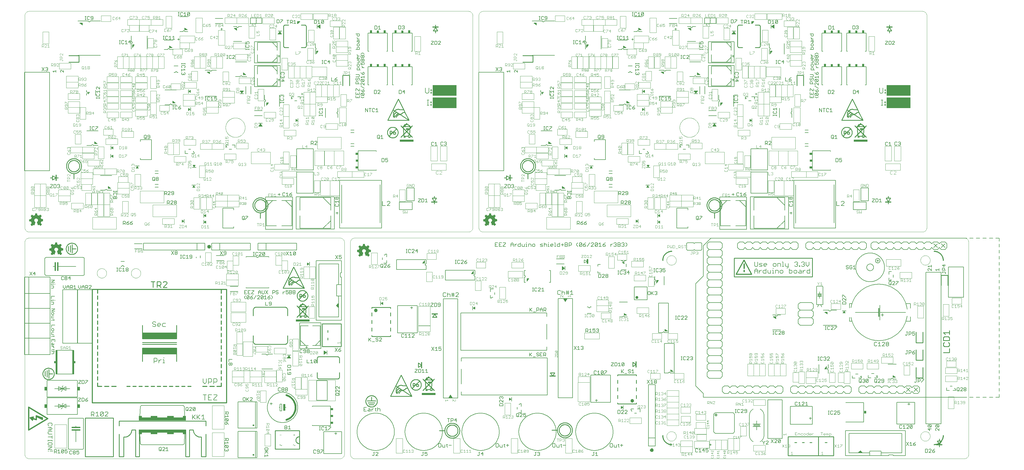
<source format=gto>
G75*
G70*
%OFA0B0*%
%FSLAX24Y24*%
%IPPOS*%
%LPD*%
%AMOC8*
5,1,8,0,0,1.08239X$1,22.5*
%
%ADD10C,0.0039*%
%ADD11R,0.0149X0.0001*%
%ADD12R,0.0004X0.0001*%
%ADD13R,0.0010X0.0001*%
%ADD14R,0.0017X0.0001*%
%ADD15R,0.0023X0.0001*%
%ADD16R,0.0029X0.0001*%
%ADD17R,0.0034X0.0001*%
%ADD18R,0.0040X0.0001*%
%ADD19R,0.0043X0.0002*%
%ADD20R,0.0047X0.0001*%
%ADD21R,0.0050X0.0001*%
%ADD22R,0.0054X0.0001*%
%ADD23R,0.0059X0.0001*%
%ADD24R,0.0064X0.0001*%
%ADD25R,0.0015X0.0001*%
%ADD26R,0.0067X0.0001*%
%ADD27R,0.0020X0.0001*%
%ADD28R,0.0070X0.0001*%
%ADD29R,0.0024X0.0001*%
%ADD30R,0.0074X0.0001*%
%ADD31R,0.0027X0.0001*%
%ADD32R,0.0076X0.0001*%
%ADD33R,0.0030X0.0001*%
%ADD34R,0.0081X0.0002*%
%ADD35R,0.0036X0.0002*%
%ADD36R,0.0086X0.0001*%
%ADD37R,0.0044X0.0001*%
%ADD38R,0.0091X0.0001*%
%ADD39R,0.0046X0.0001*%
%ADD40R,0.0094X0.0001*%
%ADD41R,0.0096X0.0001*%
%ADD42R,0.0053X0.0001*%
%ADD43R,0.0099X0.0001*%
%ADD44R,0.0056X0.0001*%
%ADD45R,0.0104X0.0001*%
%ADD46R,0.0060X0.0001*%
%ADD47R,0.0108X0.0001*%
%ADD48R,0.0112X0.0001*%
%ADD49R,0.0117X0.0001*%
%ADD50R,0.0072X0.0001*%
%ADD51R,0.0120X0.0002*%
%ADD52R,0.0075X0.0002*%
%ADD53R,0.0123X0.0001*%
%ADD54R,0.0078X0.0001*%
%ADD55R,0.0126X0.0001*%
%ADD56R,0.0081X0.0001*%
%ADD57R,0.0131X0.0001*%
%ADD58R,0.0136X0.0001*%
%ADD59R,0.0090X0.0001*%
%ADD60R,0.0139X0.0001*%
%ADD61R,0.0144X0.0001*%
%ADD62R,0.0147X0.0001*%
%ADD63R,0.0101X0.0001*%
%ADD64R,0.0150X0.0001*%
%ADD65R,0.0102X0.0001*%
%ADD66R,0.0153X0.0001*%
%ADD67R,0.0106X0.0001*%
%ADD68R,0.0158X0.0002*%
%ADD69R,0.0109X0.0002*%
%ADD70R,0.0164X0.0001*%
%ADD71R,0.0115X0.0001*%
%ADD72R,0.0168X0.0001*%
%ADD73R,0.0120X0.0001*%
%ADD74R,0.0171X0.0001*%
%ADD75R,0.0123X0.0001*%
%ADD76R,0.0172X0.0001*%
%ADD77R,0.0125X0.0001*%
%ADD78R,0.0175X0.0001*%
%ADD79R,0.0128X0.0001*%
%ADD80R,0.0180X0.0001*%
%ADD81R,0.0132X0.0001*%
%ADD82R,0.0186X0.0001*%
%ADD83R,0.0191X0.0001*%
%ADD84R,0.0141X0.0001*%
%ADD85R,0.0194X0.0001*%
%ADD86R,0.0145X0.0001*%
%ADD87R,0.0196X0.0002*%
%ADD88R,0.0149X0.0002*%
%ADD89R,0.0199X0.0001*%
%ADD90R,0.0151X0.0001*%
%ADD91R,0.0204X0.0001*%
%ADD92R,0.0153X0.0001*%
%ADD93R,0.0207X0.0001*%
%ADD94R,0.0158X0.0001*%
%ADD95R,0.0211X0.0001*%
%ADD96R,0.0162X0.0001*%
%ADD97R,0.0216X0.0001*%
%ADD98R,0.0166X0.0001*%
%ADD99R,0.0219X0.0001*%
%ADD100R,0.0007X0.0001*%
%ADD101R,0.0169X0.0001*%
%ADD102R,0.0222X0.0001*%
%ADD103R,0.0011X0.0001*%
%ADD104R,0.0224X0.0001*%
%ADD105R,0.0014X0.0001*%
%ADD106R,0.0176X0.0001*%
%ADD107R,0.0228X0.0001*%
%ADD108R,0.0018X0.0001*%
%ADD109R,0.0179X0.0001*%
%ADD110R,0.0234X0.0002*%
%ADD111R,0.0024X0.0002*%
%ADD112R,0.0183X0.0002*%
%ADD113R,0.0239X0.0001*%
%ADD114R,0.0189X0.0001*%
%ADD115R,0.0241X0.0001*%
%ADD116R,0.0033X0.0001*%
%ADD117R,0.0012X0.0001*%
%ADD118R,0.0192X0.0001*%
%ADD119R,0.0243X0.0001*%
%ADD120R,0.0038X0.0001*%
%ADD121R,0.0246X0.0001*%
%ADD122R,0.0041X0.0001*%
%ADD123R,0.0019X0.0001*%
%ADD124R,0.0196X0.0001*%
%ADD125R,0.0250X0.0001*%
%ADD126R,0.0021X0.0001*%
%ADD127R,0.0201X0.0001*%
%ADD128R,0.0254X0.0001*%
%ADD129R,0.0048X0.0001*%
%ADD130R,0.0258X0.0001*%
%ADD131R,0.0054X0.0001*%
%ADD132R,0.0209X0.0001*%
%ADD133R,0.0263X0.0001*%
%ADD134R,0.0213X0.0001*%
%ADD135R,0.0267X0.0001*%
%ADD136R,0.0063X0.0001*%
%ADD137R,0.0270X0.0002*%
%ADD138R,0.0066X0.0002*%
%ADD139R,0.0045X0.0002*%
%ADD140R,0.0219X0.0002*%
%ADD141R,0.0271X0.0001*%
%ADD142R,0.0220X0.0001*%
%ADD143R,0.0274X0.0001*%
%ADD144R,0.0051X0.0001*%
%ADD145R,0.0223X0.0001*%
%ADD146R,0.0278X0.0001*%
%ADD147R,0.0282X0.0001*%
%ADD148R,0.0231X0.0001*%
%ADD149R,0.0288X0.0001*%
%ADD150R,0.0085X0.0001*%
%ADD151R,0.0236X0.0001*%
%ADD152R,0.0289X0.0001*%
%ADD153R,0.0087X0.0001*%
%ADD154R,0.0066X0.0001*%
%ADD155R,0.0292X0.0001*%
%ADD156R,0.0069X0.0001*%
%ADD157R,0.0297X0.0001*%
%ADD158R,0.0300X0.0001*%
%ADD159R,0.0075X0.0001*%
%ADD160R,0.0305X0.0002*%
%ADD161R,0.0101X0.0002*%
%ADD162R,0.0078X0.0002*%
%ADD163R,0.0251X0.0002*%
%ADD164R,0.0309X0.0001*%
%ADD165R,0.0105X0.0001*%
%ADD166R,0.0083X0.0001*%
%ADD167R,0.0255X0.0001*%
%ADD168R,0.0314X0.0001*%
%ADD169R,0.0110X0.0001*%
%ADD170R,0.0087X0.0001*%
%ADD171R,0.0316X0.0001*%
%ADD172R,0.0113X0.0001*%
%ADD173R,0.0262X0.0001*%
%ADD174R,0.0319X0.0001*%
%ADD175R,0.0114X0.0001*%
%ADD176R,0.0093X0.0001*%
%ADD177R,0.0266X0.0001*%
%ADD178R,0.0321X0.0001*%
%ADD179R,0.0096X0.0001*%
%ADD180R,0.0324X0.0001*%
%ADD181R,0.0270X0.0001*%
%ADD182R,0.0329X0.0001*%
%ADD183R,0.0124X0.0001*%
%ADD184R,0.0275X0.0001*%
%ADD185R,0.0333X0.0001*%
%ADD186R,0.0279X0.0001*%
%ADD187R,0.0336X0.0001*%
%ADD188R,0.0111X0.0001*%
%ADD189R,0.0284X0.0001*%
%ADD190R,0.0339X0.0002*%
%ADD191R,0.0134X0.0002*%
%ADD192R,0.0114X0.0002*%
%ADD193R,0.0286X0.0002*%
%ADD194R,0.0342X0.0001*%
%ADD195R,0.0116X0.0001*%
%ADD196R,0.0491X0.0001*%
%ADD197R,0.0492X0.0001*%
%ADD198R,0.0294X0.0001*%
%ADD199R,0.0495X0.0001*%
%ADD200R,0.0299X0.0001*%
%ADD201R,0.0496X0.0001*%
%ADD202R,0.0127X0.0001*%
%ADD203R,0.0301X0.0001*%
%ADD204R,0.0498X0.0001*%
%ADD205R,0.0304X0.0001*%
%ADD206R,0.0501X0.0001*%
%ADD207R,0.0134X0.0001*%
%ADD208R,0.0308X0.0001*%
%ADD209R,0.0135X0.0001*%
%ADD210R,0.0311X0.0001*%
%ADD211R,0.0504X0.0001*%
%ADD212R,0.0138X0.0001*%
%ADD213R,0.0504X0.0002*%
%ADD214R,0.0141X0.0002*%
%ADD215R,0.0318X0.0002*%
%ADD216R,0.0507X0.0001*%
%ADD217R,0.0323X0.0001*%
%ADD218R,0.0326X0.0001*%
%ADD219R,0.0508X0.0001*%
%ADD220R,0.0152X0.0001*%
%ADD221R,0.0330X0.0001*%
%ADD222R,0.0510X0.0001*%
%ADD223R,0.0494X0.0001*%
%ADD224R,0.0512X0.0001*%
%ADD225R,0.0500X0.0001*%
%ADD226R,0.0513X0.0001*%
%ADD227R,0.0501X0.0001*%
%ADD228R,0.0513X0.0002*%
%ADD229R,0.0501X0.0002*%
%ADD230R,0.0503X0.0001*%
%ADD231R,0.0504X0.0001*%
%ADD232R,0.0506X0.0001*%
%ADD233R,0.0513X0.0001*%
%ADD234R,0.0509X0.0001*%
%ADD235R,0.0511X0.0001*%
%ADD236R,0.0514X0.0001*%
%ADD237R,0.0516X0.0001*%
%ADD238R,0.0513X0.0002*%
%ADD239R,0.0519X0.0002*%
%ADD240R,0.0519X0.0001*%
%ADD241R,0.0520X0.0001*%
%ADD242R,0.0522X0.0001*%
%ADD243R,0.0507X0.0001*%
%ADD244R,0.0509X0.0002*%
%ADD245R,0.0520X0.0002*%
%ADD246R,0.0522X0.0001*%
%ADD247R,0.0505X0.0001*%
%ADD248R,0.0502X0.0001*%
%ADD249R,0.0521X0.0001*%
%ADD250R,0.0503X0.0002*%
%ADD251R,0.0519X0.0002*%
%ADD252R,0.0519X0.0001*%
%ADD253R,0.0499X0.0001*%
%ADD254R,0.0517X0.0001*%
%ADD255R,0.0495X0.0002*%
%ADD256R,0.0514X0.0002*%
%ADD257R,0.0515X0.0001*%
%ADD258R,0.0492X0.0001*%
%ADD259R,0.0490X0.0001*%
%ADD260R,0.0490X0.0002*%
%ADD261R,0.0511X0.0002*%
%ADD262R,0.0489X0.0001*%
%ADD263R,0.0489X0.0001*%
%ADD264R,0.0488X0.0001*%
%ADD265R,0.0485X0.0001*%
%ADD266R,0.0483X0.0001*%
%ADD267R,0.0483X0.0002*%
%ADD268R,0.0507X0.0002*%
%ADD269R,0.0483X0.0001*%
%ADD270R,0.0481X0.0001*%
%ADD271R,0.0480X0.0001*%
%ADD272R,0.0480X0.0002*%
%ADD273R,0.0501X0.0002*%
%ADD274R,0.0479X0.0001*%
%ADD275R,0.0477X0.0001*%
%ADD276R,0.0477X0.0001*%
%ADD277R,0.0475X0.0001*%
%ADD278R,0.0474X0.0001*%
%ADD279R,0.0472X0.0001*%
%ADD280R,0.0472X0.0002*%
%ADD281R,0.0498X0.0002*%
%ADD282R,0.0471X0.0001*%
%ADD283R,0.0473X0.0001*%
%ADD284R,0.0471X0.0001*%
%ADD285R,0.0470X0.0001*%
%ADD286R,0.0468X0.0001*%
%ADD287R,0.0469X0.0001*%
%ADD288R,0.0468X0.0002*%
%ADD289R,0.0491X0.0002*%
%ADD290R,0.0466X0.0001*%
%ADD291R,0.0465X0.0001*%
%ADD292R,0.0464X0.0001*%
%ADD293R,0.0462X0.0001*%
%ADD294R,0.0462X0.0002*%
%ADD295R,0.0489X0.0002*%
%ADD296R,0.0461X0.0001*%
%ADD297R,0.0460X0.0001*%
%ADD298R,0.0459X0.0001*%
%ADD299R,0.0484X0.0001*%
%ADD300R,0.0457X0.0001*%
%ADD301R,0.0459X0.0001*%
%ADD302R,0.0458X0.0002*%
%ADD303R,0.0484X0.0002*%
%ADD304R,0.0456X0.0001*%
%ADD305R,0.0455X0.0001*%
%ADD306R,0.0453X0.0001*%
%ADD307R,0.0451X0.0001*%
%ADD308R,0.0453X0.0001*%
%ADD309R,0.0450X0.0001*%
%ADD310R,0.0451X0.0002*%
%ADD311R,0.0478X0.0001*%
%ADD312R,0.0449X0.0001*%
%ADD313R,0.0476X0.0001*%
%ADD314R,0.0447X0.0001*%
%ADD315R,0.0474X0.0001*%
%ADD316R,0.0449X0.0002*%
%ADD317R,0.0476X0.0002*%
%ADD318R,0.0454X0.0001*%
%ADD319R,0.0469X0.0002*%
%ADD320R,0.0468X0.0001*%
%ADD321R,0.0467X0.0001*%
%ADD322R,0.0473X0.0002*%
%ADD323R,0.0468X0.0002*%
%ADD324R,0.0486X0.0002*%
%ADD325R,0.0474X0.0002*%
%ADD326R,0.0487X0.0001*%
%ADD327R,0.0497X0.0001*%
%ADD328R,0.0486X0.0001*%
%ADD329R,0.0500X0.0002*%
%ADD330R,0.0487X0.0002*%
%ADD331R,0.0498X0.0001*%
%ADD332R,0.0524X0.0002*%
%ADD333R,0.0524X0.0001*%
%ADD334R,0.0525X0.0001*%
%ADD335R,0.0528X0.0001*%
%ADD336R,0.0529X0.0001*%
%ADD337R,0.0533X0.0001*%
%ADD338R,0.0534X0.0001*%
%ADD339R,0.0523X0.0001*%
%ADD340R,0.0536X0.0001*%
%ADD341R,0.0537X0.0002*%
%ADD342R,0.0527X0.0002*%
%ADD343R,0.0537X0.0001*%
%ADD344R,0.0528X0.0001*%
%ADD345R,0.0539X0.0001*%
%ADD346R,0.0530X0.0001*%
%ADD347R,0.0540X0.0001*%
%ADD348R,0.0541X0.0001*%
%ADD349R,0.0531X0.0001*%
%ADD350R,0.0543X0.0001*%
%ADD351R,0.0544X0.0001*%
%ADD352R,0.0546X0.0002*%
%ADD353R,0.0536X0.0002*%
%ADD354R,0.0547X0.0001*%
%ADD355R,0.0551X0.0001*%
%ADD356R,0.0552X0.0001*%
%ADD357R,0.0554X0.0001*%
%ADD358R,0.0555X0.0001*%
%ADD359R,0.0555X0.0002*%
%ADD360R,0.0547X0.0002*%
%ADD361R,0.0549X0.0001*%
%ADD362R,0.0548X0.0001*%
%ADD363R,0.0538X0.0001*%
%ADD364R,0.0537X0.0001*%
%ADD365R,0.0533X0.0002*%
%ADD366R,0.0531X0.0001*%
%ADD367R,0.0526X0.0001*%
%ADD368R,0.0518X0.0001*%
%ADD369R,0.0498X0.0002*%
%ADD370R,0.0496X0.0002*%
%ADD371R,0.0486X0.0001*%
%ADD372R,0.0485X0.0002*%
%ADD373R,0.0482X0.0001*%
%ADD374R,0.0477X0.0002*%
%ADD375R,0.0530X0.0002*%
%ADD376R,0.0464X0.0002*%
%ADD377R,0.0561X0.0001*%
%ADD378R,0.0570X0.0001*%
%ADD379R,0.0576X0.0001*%
%ADD380R,0.0581X0.0001*%
%ADD381R,0.0585X0.0001*%
%ADD382R,0.0589X0.0001*%
%ADD383R,0.0600X0.0002*%
%ADD384R,0.0614X0.0001*%
%ADD385R,0.0623X0.0001*%
%ADD386R,0.0630X0.0001*%
%ADD387R,0.0633X0.0001*%
%ADD388R,0.0638X0.0001*%
%ADD389R,0.0645X0.0001*%
%ADD390R,0.0657X0.0001*%
%ADD391R,0.0556X0.0001*%
%ADD392R,0.0669X0.0001*%
%ADD393R,0.0674X0.0001*%
%ADD394R,0.0579X0.0001*%
%ADD395R,0.0676X0.0002*%
%ADD396R,0.0585X0.0002*%
%ADD397R,0.0678X0.0001*%
%ADD398R,0.0590X0.0001*%
%ADD399R,0.0679X0.0001*%
%ADD400R,0.0596X0.0001*%
%ADD401R,0.0681X0.0001*%
%ADD402R,0.0606X0.0001*%
%ADD403R,0.0620X0.0001*%
%ADD404R,0.0682X0.0001*%
%ADD405R,0.0633X0.0001*%
%ADD406R,0.0684X0.0001*%
%ADD407R,0.0639X0.0001*%
%ADD408R,0.0649X0.0001*%
%ADD409R,0.0684X0.0001*%
%ADD410R,0.0655X0.0001*%
%ADD411R,0.0683X0.0002*%
%ADD412R,0.0664X0.0002*%
%ADD413R,0.0683X0.0001*%
%ADD414R,0.0670X0.0001*%
%ADD415R,0.0671X0.0001*%
%ADD416R,0.0681X0.0001*%
%ADD417R,0.0672X0.0001*%
%ADD418R,0.0680X0.0001*%
%ADD419R,0.0675X0.0001*%
%ADD420R,0.0676X0.0001*%
%ADD421R,0.0680X0.0002*%
%ADD422R,0.0678X0.0002*%
%ADD423R,0.0678X0.0001*%
%ADD424R,0.0675X0.0002*%
%ADD425R,0.0672X0.0002*%
%ADD426R,0.0672X0.0001*%
%ADD427R,0.0671X0.0002*%
%ADD428R,0.0670X0.0002*%
%ADD429R,0.0669X0.0001*%
%ADD430R,0.0667X0.0001*%
%ADD431R,0.0669X0.0002*%
%ADD432R,0.0667X0.0002*%
%ADD433R,0.0668X0.0001*%
%ADD434R,0.0666X0.0001*%
%ADD435R,0.0668X0.0002*%
%ADD436R,0.0666X0.0002*%
%ADD437R,0.0666X0.0001*%
%ADD438R,0.0664X0.0001*%
%ADD439R,0.0663X0.0001*%
%ADD440R,0.0666X0.0002*%
%ADD441R,0.0663X0.0002*%
%ADD442R,0.0665X0.0001*%
%ADD443R,0.0674X0.0002*%
%ADD444R,0.0677X0.0001*%
%ADD445R,0.0678X0.0002*%
%ADD446R,0.0682X0.0002*%
%ADD447R,0.0686X0.0001*%
%ADD448R,0.0686X0.0002*%
%ADD449R,0.0687X0.0001*%
%ADD450R,0.0689X0.0001*%
%ADD451R,0.0653X0.0001*%
%ADD452R,0.0641X0.0001*%
%ADD453R,0.0626X0.0001*%
%ADD454R,0.0616X0.0001*%
%ADD455R,0.0687X0.0001*%
%ADD456R,0.0612X0.0001*%
%ADD457R,0.0688X0.0001*%
%ADD458R,0.0606X0.0001*%
%ADD459R,0.0601X0.0001*%
%ADD460R,0.0591X0.0002*%
%ADD461R,0.0567X0.0001*%
%ADD462R,0.0560X0.0001*%
%ADD463R,0.0659X0.0001*%
%ADD464R,0.0516X0.0001*%
%ADD465R,0.0639X0.0001*%
%ADD466R,0.0502X0.0002*%
%ADD467R,0.0633X0.0002*%
%ADD468R,0.0608X0.0001*%
%ADD469R,0.0582X0.0001*%
%ADD470R,0.0577X0.0001*%
%ADD471R,0.0569X0.0002*%
%ADD472R,0.0546X0.0001*%
%ADD473R,0.0486X0.0002*%
%ADD474R,0.0493X0.0001*%
%ADD475R,0.0516X0.0002*%
%ADD476R,0.0532X0.0001*%
%ADD477R,0.0534X0.0002*%
%ADD478R,0.0535X0.0002*%
%ADD479R,0.0543X0.0001*%
%ADD480R,0.0553X0.0001*%
%ADD481R,0.0559X0.0001*%
%ADD482R,0.0564X0.0001*%
%ADD483R,0.0564X0.0001*%
%ADD484R,0.0567X0.0001*%
%ADD485R,0.0569X0.0001*%
%ADD486R,0.0570X0.0002*%
%ADD487R,0.0571X0.0002*%
%ADD488R,0.0571X0.0001*%
%ADD489R,0.0573X0.0001*%
%ADD490R,0.0574X0.0001*%
%ADD491R,0.0576X0.0001*%
%ADD492R,0.0600X0.0001*%
%ADD493R,0.0611X0.0001*%
%ADD494R,0.0618X0.0001*%
%ADD495R,0.0621X0.0001*%
%ADD496R,0.1269X0.0001*%
%ADD497R,0.1267X0.0001*%
%ADD498R,0.1266X0.0001*%
%ADD499R,0.1266X0.0002*%
%ADD500R,0.1264X0.0001*%
%ADD501R,0.1261X0.0001*%
%ADD502R,0.1260X0.0001*%
%ADD503R,0.1259X0.0001*%
%ADD504R,0.1256X0.0001*%
%ADD505R,0.1254X0.0001*%
%ADD506R,0.1253X0.0001*%
%ADD507R,0.1251X0.0001*%
%ADD508R,0.1251X0.0002*%
%ADD509R,0.1248X0.0001*%
%ADD510R,0.1245X0.0001*%
%ADD511R,0.1244X0.0001*%
%ADD512R,0.1242X0.0001*%
%ADD513R,0.1239X0.0001*%
%ADD514R,0.1237X0.0001*%
%ADD515R,0.1236X0.0002*%
%ADD516R,0.1233X0.0001*%
%ADD517R,0.1230X0.0001*%
%ADD518R,0.1229X0.0001*%
%ADD519R,0.1227X0.0001*%
%ADD520R,0.1226X0.0001*%
%ADD521R,0.1224X0.0001*%
%ADD522R,0.1223X0.0002*%
%ADD523R,0.1219X0.0001*%
%ADD524R,0.1216X0.0001*%
%ADD525R,0.1215X0.0001*%
%ADD526R,0.1214X0.0001*%
%ADD527R,0.1212X0.0001*%
%ADD528R,0.1209X0.0001*%
%ADD529R,0.1207X0.0002*%
%ADD530R,0.1206X0.0001*%
%ADD531R,0.1204X0.0001*%
%ADD532R,0.1201X0.0001*%
%ADD533R,0.1200X0.0001*%
%ADD534R,0.1199X0.0001*%
%ADD535R,0.1196X0.0001*%
%ADD536R,0.1194X0.0001*%
%ADD537R,0.1193X0.0001*%
%ADD538R,0.1191X0.0001*%
%ADD539R,0.1191X0.0002*%
%ADD540R,0.1188X0.0001*%
%ADD541R,0.1185X0.0001*%
%ADD542R,0.1184X0.0001*%
%ADD543R,0.1181X0.0001*%
%ADD544R,0.1177X0.0001*%
%ADD545R,0.1176X0.0001*%
%ADD546R,0.1174X0.0001*%
%ADD547R,0.1173X0.0001*%
%ADD548R,0.1170X0.0002*%
%ADD549R,0.1170X0.0001*%
%ADD550R,0.1169X0.0001*%
%ADD551R,0.1166X0.0001*%
%ADD552R,0.1164X0.0001*%
%ADD553R,0.1163X0.0001*%
%ADD554R,0.1163X0.0002*%
%ADD555R,0.1167X0.0001*%
%ADD556R,0.1171X0.0001*%
%ADD557R,0.1179X0.0001*%
%ADD558R,0.1182X0.0001*%
%ADD559R,0.1182X0.0002*%
%ADD560R,0.1188X0.0001*%
%ADD561R,0.1190X0.0001*%
%ADD562R,0.1197X0.0001*%
%ADD563R,0.1204X0.0002*%
%ADD564R,0.1207X0.0001*%
%ADD565R,0.1210X0.0001*%
%ADD566R,0.1213X0.0001*%
%ADD567R,0.1217X0.0001*%
%ADD568R,0.1218X0.0001*%
%ADD569R,0.1220X0.0001*%
%ADD570R,0.1221X0.0001*%
%ADD571R,0.1223X0.0001*%
%ADD572R,0.1226X0.0002*%
%ADD573R,0.1236X0.0001*%
%ADD574R,0.1239X0.0001*%
%ADD575R,0.1240X0.0001*%
%ADD576R,0.1243X0.0001*%
%ADD577R,0.1248X0.0002*%
%ADD578R,0.1248X0.0001*%
%ADD579R,0.1251X0.0001*%
%ADD580R,0.1257X0.0001*%
%ADD581R,0.1263X0.0001*%
%ADD582R,0.1267X0.0002*%
%ADD583R,0.1270X0.0001*%
%ADD584R,0.1274X0.0001*%
%ADD585R,0.1275X0.0001*%
%ADD586R,0.1278X0.0001*%
%ADD587R,0.1280X0.0001*%
%ADD588R,0.1281X0.0001*%
%ADD589R,0.1284X0.0001*%
%ADD590R,0.1286X0.0001*%
%ADD591R,0.1289X0.0001*%
%ADD592R,0.1290X0.0002*%
%ADD593R,0.1291X0.0001*%
%ADD594R,0.1294X0.0001*%
%ADD595R,0.1296X0.0001*%
%ADD596R,0.1299X0.0001*%
%ADD597R,0.1300X0.0001*%
%ADD598R,0.1302X0.0001*%
%ADD599R,0.1304X0.0001*%
%ADD600R,0.1306X0.0001*%
%ADD601R,0.1308X0.0001*%
%ADD602R,0.1311X0.0002*%
%ADD603R,0.1313X0.0001*%
%ADD604R,0.1316X0.0001*%
%ADD605R,0.1317X0.0001*%
%ADD606R,0.1320X0.0001*%
%ADD607R,0.1323X0.0001*%
%ADD608R,0.1326X0.0001*%
%ADD609R,0.1329X0.0001*%
%ADD610R,0.1332X0.0002*%
%ADD611R,0.1335X0.0001*%
%ADD612R,0.1336X0.0001*%
%ADD613R,0.1340X0.0001*%
%ADD614R,0.1343X0.0001*%
%ADD615R,0.1346X0.0001*%
%ADD616R,0.1347X0.0001*%
%ADD617R,0.1350X0.0001*%
%ADD618R,0.1353X0.0002*%
%ADD619R,0.1356X0.0001*%
%ADD620R,0.1357X0.0001*%
%ADD621R,0.1360X0.0001*%
%ADD622R,0.1364X0.0001*%
%ADD623R,0.1365X0.0001*%
%ADD624R,0.1368X0.0001*%
%ADD625R,0.1369X0.0001*%
%ADD626R,0.1373X0.0001*%
%ADD627R,0.1374X0.0002*%
%ADD628R,0.1377X0.0001*%
%ADD629R,0.1379X0.0001*%
%ADD630R,0.1380X0.0001*%
%ADD631R,0.1383X0.0001*%
%ADD632R,0.1386X0.0001*%
%ADD633R,0.1387X0.0001*%
%ADD634R,0.1391X0.0001*%
%ADD635R,0.1394X0.0001*%
%ADD636R,0.1395X0.0002*%
%ADD637R,0.1398X0.0001*%
%ADD638R,0.1401X0.0001*%
%ADD639R,0.1403X0.0001*%
%ADD640R,0.1406X0.0001*%
%ADD641R,0.1407X0.0001*%
%ADD642R,0.1409X0.0001*%
%ADD643R,0.1411X0.0001*%
%ADD644R,0.1414X0.0001*%
%ADD645R,0.1416X0.0002*%
%ADD646R,0.1419X0.0001*%
%ADD647R,0.1421X0.0001*%
%ADD648R,0.1422X0.0001*%
%ADD649R,0.1424X0.0001*%
%ADD650R,0.1426X0.0001*%
%ADD651R,0.1428X0.0001*%
%ADD652R,0.1429X0.0002*%
%ADD653R,0.1429X0.0001*%
%ADD654R,0.1425X0.0001*%
%ADD655R,0.1421X0.0002*%
%ADD656R,0.1418X0.0001*%
%ADD657R,0.1416X0.0001*%
%ADD658R,0.1413X0.0001*%
%ADD659R,0.1410X0.0001*%
%ADD660R,0.1404X0.0001*%
%ADD661R,0.1401X0.0001*%
%ADD662R,0.0346X0.0001*%
%ADD663R,0.1044X0.0001*%
%ADD664R,0.0342X0.0002*%
%ADD665R,0.1040X0.0002*%
%ADD666R,0.0337X0.0001*%
%ADD667R,0.1034X0.0001*%
%ADD668R,0.0357X0.0001*%
%ADD669R,0.0660X0.0001*%
%ADD670R,0.0353X0.0001*%
%ADD671R,0.0327X0.0001*%
%ADD672R,0.0349X0.0001*%
%ADD673R,0.0321X0.0001*%
%ADD674R,0.0648X0.0001*%
%ADD675R,0.0344X0.0001*%
%ADD676R,0.0317X0.0001*%
%ADD677R,0.0339X0.0001*%
%ADD678R,0.0312X0.0001*%
%ADD679R,0.0631X0.0001*%
%ADD680R,0.0334X0.0001*%
%ADD681R,0.0309X0.0001*%
%ADD682R,0.0307X0.0002*%
%ADD683R,0.0623X0.0002*%
%ADD684R,0.0327X0.0002*%
%ADD685R,0.0618X0.0001*%
%ADD686R,0.0297X0.0001*%
%ADD687R,0.0607X0.0001*%
%ADD688R,0.0320X0.0001*%
%ADD689R,0.0293X0.0001*%
%ADD690R,0.0599X0.0001*%
%ADD691R,0.0313X0.0001*%
%ADD692R,0.0285X0.0001*%
%ADD693R,0.0584X0.0001*%
%ADD694R,0.0303X0.0001*%
%ADD695R,0.0281X0.0001*%
%ADD696R,0.0273X0.0002*%
%ADD697R,0.0563X0.0002*%
%ADD698R,0.0293X0.0002*%
%ADD699R,0.0264X0.0001*%
%ADD700R,0.0259X0.0001*%
%ADD701R,0.0256X0.0001*%
%ADD702R,0.0276X0.0001*%
%ADD703R,0.0252X0.0001*%
%ADD704R,0.0273X0.0001*%
%ADD705R,0.0248X0.0001*%
%ADD706R,0.0269X0.0001*%
%ADD707R,0.0245X0.0001*%
%ADD708R,0.0240X0.0001*%
%ADD709R,0.0237X0.0002*%
%ADD710R,0.0256X0.0002*%
%ADD711R,0.0234X0.0001*%
%ADD712R,0.0232X0.0001*%
%ADD713R,0.0251X0.0001*%
%ADD714R,0.0228X0.0001*%
%ADD715R,0.0246X0.0001*%
%ADD716R,0.0456X0.0001*%
%ADD717R,0.0219X0.0001*%
%ADD718R,0.0444X0.0001*%
%ADD719R,0.0237X0.0001*%
%ADD720R,0.0214X0.0001*%
%ADD721R,0.0436X0.0001*%
%ADD722R,0.0432X0.0001*%
%ADD723R,0.0231X0.0001*%
%ADD724R,0.0210X0.0001*%
%ADD725R,0.0426X0.0001*%
%ADD726R,0.0420X0.0001*%
%ADD727R,0.0226X0.0001*%
%ADD728R,0.0204X0.0002*%
%ADD729R,0.0409X0.0002*%
%ADD730R,0.0222X0.0002*%
%ADD731R,0.0391X0.0001*%
%ADD732R,0.0217X0.0001*%
%ADD733R,0.0376X0.0001*%
%ADD734R,0.0368X0.0001*%
%ADD735R,0.0189X0.0001*%
%ADD736R,0.0361X0.0001*%
%ADD737R,0.0206X0.0001*%
%ADD738R,0.0186X0.0001*%
%ADD739R,0.0356X0.0001*%
%ADD740R,0.0181X0.0001*%
%ADD741R,0.0345X0.0001*%
%ADD742R,0.0173X0.0001*%
%ADD743R,0.0331X0.0001*%
%ADD744R,0.0190X0.0001*%
%ADD745R,0.0168X0.0001*%
%ADD746R,0.0165X0.0002*%
%ADD747R,0.0162X0.0001*%
%ADD748R,0.0159X0.0001*%
%ADD749R,0.0177X0.0001*%
%ADD750R,0.0156X0.0001*%
%ADD751R,0.0324X0.0001*%
%ADD752R,0.0174X0.0001*%
%ADD753R,0.0167X0.0001*%
%ADD754R,0.0146X0.0001*%
%ADD755R,0.0163X0.0001*%
%ADD756R,0.0141X0.0001*%
%ADD757R,0.0140X0.0001*%
%ADD758R,0.0137X0.0001*%
%ADD759R,0.0133X0.0001*%
%ADD760R,0.0129X0.0002*%
%ADD761R,0.0321X0.0002*%
%ADD762R,0.0146X0.0002*%
%ADD763R,0.0119X0.0001*%
%ADD764R,0.0129X0.0001*%
%ADD765R,0.0111X0.0001*%
%ADD766R,0.0126X0.0001*%
%ADD767R,0.0318X0.0001*%
%ADD768R,0.0097X0.0001*%
%ADD769R,0.0315X0.0001*%
%ADD770R,0.0089X0.0002*%
%ADD771R,0.0315X0.0002*%
%ADD772R,0.0105X0.0002*%
%ADD773R,0.0079X0.0001*%
%ADD774R,0.0089X0.0001*%
%ADD775R,0.0069X0.0001*%
%ADD776R,0.0084X0.0001*%
%ADD777R,0.0057X0.0001*%
%ADD778R,0.0052X0.0002*%
%ADD779R,0.0311X0.0002*%
%ADD780R,0.0066X0.0002*%
%ADD781R,0.0061X0.0001*%
%ADD782R,0.0042X0.0001*%
%ADD783R,0.0055X0.0001*%
%ADD784R,0.0039X0.0001*%
%ADD785R,0.0052X0.0001*%
%ADD786R,0.0036X0.0001*%
%ADD787R,0.0049X0.0001*%
%ADD788R,0.0307X0.0001*%
%ADD789R,0.0045X0.0001*%
%ADD790R,0.0022X0.0001*%
%ADD791R,0.0035X0.0001*%
%ADD792R,0.0025X0.0002*%
%ADD793R,0.0306X0.0001*%
%ADD794R,0.0018X0.0001*%
%ADD795R,0.0008X0.0001*%
%ADD796R,0.0300X0.0002*%
%ADD797R,0.0296X0.0001*%
%ADD798R,0.0294X0.0002*%
%ADD799R,0.0294X0.0001*%
%ADD800R,0.0291X0.0001*%
%ADD801R,0.0291X0.0002*%
%ADD802R,0.0286X0.0001*%
%ADD803R,0.0281X0.0002*%
%ADD804R,0.0277X0.0001*%
%ADD805R,0.0276X0.0001*%
%ADD806R,0.0266X0.0002*%
%ADD807R,0.0264X0.0001*%
%ADD808R,0.0261X0.0001*%
%ADD809R,0.0259X0.0002*%
%ADD810R,0.0254X0.0002*%
%ADD811R,0.0248X0.0002*%
%ADD812R,0.0218X0.0002*%
%ADD813R,0.0157X0.0001*%
%ADD814C,0.0050*%
%ADD815C,0.0080*%
%ADD816R,0.3150X0.1425*%
%ADD817C,0.0040*%
%ADD818C,0.0100*%
%ADD819C,0.0160*%
%ADD820C,0.0060*%
%ADD821C,0.0030*%
%ADD822C,0.0070*%
%ADD823C,0.0090*%
%ADD824C,0.0150*%
%ADD825C,0.0120*%
%ADD826R,0.0079X0.0551*%
%ADD827C,0.0020*%
%ADD828C,0.0000*%
%ADD829R,0.0551X0.0079*%
%ADD830R,0.0327X0.0299*%
%ADD831R,0.0358X0.0299*%
%ADD832R,0.0079X0.0079*%
%ADD833R,0.0299X0.0327*%
%ADD834R,0.0299X0.0358*%
%ADD835R,0.1800X0.0300*%
%ADD836R,0.0827X0.0118*%
%ADD837R,0.0118X0.0827*%
%ADD838R,0.0250X0.0900*%
%ADD839C,0.0240*%
%ADD840R,0.0350X0.0500*%
%ADD841R,0.6200X0.0400*%
%ADD842R,0.0400X0.0200*%
%ADD843R,0.0850X0.0200*%
%ADD844C,0.0217*%
%ADD845R,0.0197X0.3150*%
%ADD846R,0.0225X0.0300*%
%ADD847R,0.4500X0.0750*%
%ADD848C,0.0472*%
%ADD849R,0.0300X0.0340*%
%ADD850R,0.0118X0.1181*%
%ADD851R,0.0240X0.0620*%
D10*
X006662Y005047D02*
X047607Y005047D01*
X047607Y005046D02*
X047653Y005048D01*
X047699Y005053D01*
X047745Y005062D01*
X047790Y005075D01*
X047833Y005091D01*
X047875Y005110D01*
X047916Y005133D01*
X047954Y005159D01*
X047991Y005188D01*
X048025Y005219D01*
X048056Y005253D01*
X048085Y005290D01*
X048111Y005328D01*
X048134Y005369D01*
X048153Y005411D01*
X048169Y005454D01*
X048182Y005499D01*
X048191Y005545D01*
X048196Y005591D01*
X048198Y005637D01*
X048197Y005637D02*
X048197Y033590D01*
X048198Y033590D02*
X048196Y033636D01*
X048191Y033682D01*
X048182Y033728D01*
X048169Y033773D01*
X048153Y033816D01*
X048134Y033858D01*
X048111Y033899D01*
X048085Y033937D01*
X048056Y033974D01*
X048025Y034008D01*
X047991Y034039D01*
X047954Y034068D01*
X047916Y034094D01*
X047875Y034117D01*
X047833Y034136D01*
X047790Y034152D01*
X047745Y034165D01*
X047699Y034174D01*
X047653Y034179D01*
X047607Y034181D01*
X006662Y034181D01*
X006616Y034179D01*
X006570Y034174D01*
X006524Y034165D01*
X006479Y034152D01*
X006436Y034136D01*
X006394Y034117D01*
X006353Y034094D01*
X006315Y034068D01*
X006278Y034039D01*
X006244Y034008D01*
X006213Y033974D01*
X006184Y033937D01*
X006158Y033899D01*
X006135Y033858D01*
X006116Y033816D01*
X006100Y033773D01*
X006087Y033728D01*
X006078Y033682D01*
X006073Y033636D01*
X006071Y033590D01*
X006071Y005637D01*
X006073Y005591D01*
X006078Y005545D01*
X006087Y005499D01*
X006100Y005454D01*
X006116Y005411D01*
X006135Y005369D01*
X006158Y005328D01*
X006184Y005290D01*
X006213Y005253D01*
X006244Y005219D01*
X006278Y005188D01*
X006315Y005159D01*
X006353Y005133D01*
X006394Y005110D01*
X006436Y005091D01*
X006479Y005075D01*
X006524Y005062D01*
X006570Y005053D01*
X006616Y005048D01*
X006662Y005046D01*
X048985Y005637D02*
X048985Y033590D01*
X048984Y033590D02*
X048986Y033636D01*
X048991Y033682D01*
X049000Y033728D01*
X049013Y033773D01*
X049029Y033816D01*
X049048Y033858D01*
X049071Y033899D01*
X049097Y033937D01*
X049126Y033974D01*
X049157Y034008D01*
X049191Y034039D01*
X049228Y034068D01*
X049266Y034094D01*
X049307Y034117D01*
X049349Y034136D01*
X049392Y034152D01*
X049437Y034165D01*
X049483Y034174D01*
X049529Y034179D01*
X049575Y034181D01*
X129890Y034181D01*
X129936Y034179D01*
X129982Y034174D01*
X130028Y034165D01*
X130073Y034152D01*
X130116Y034136D01*
X130158Y034117D01*
X130199Y034094D01*
X130237Y034068D01*
X130274Y034039D01*
X130308Y034008D01*
X130339Y033974D01*
X130368Y033937D01*
X130394Y033899D01*
X130417Y033858D01*
X130436Y033816D01*
X130452Y033773D01*
X130465Y033728D01*
X130474Y033682D01*
X130479Y033636D01*
X130481Y033590D01*
X130481Y005637D01*
X130479Y005591D01*
X130474Y005545D01*
X130465Y005499D01*
X130452Y005454D01*
X130436Y005411D01*
X130417Y005369D01*
X130394Y005328D01*
X130368Y005290D01*
X130339Y005253D01*
X130308Y005219D01*
X130274Y005188D01*
X130237Y005159D01*
X130199Y005133D01*
X130158Y005110D01*
X130116Y005091D01*
X130073Y005075D01*
X130028Y005062D01*
X129982Y005053D01*
X129936Y005048D01*
X129890Y005046D01*
X129890Y005047D02*
X049575Y005047D01*
X049575Y005046D02*
X049529Y005048D01*
X049483Y005053D01*
X049437Y005062D01*
X049392Y005075D01*
X049349Y005091D01*
X049307Y005110D01*
X049266Y005133D01*
X049228Y005159D01*
X049191Y005188D01*
X049157Y005219D01*
X049126Y005253D01*
X049097Y005290D01*
X049071Y005328D01*
X049048Y005369D01*
X049029Y005411D01*
X049013Y005454D01*
X049000Y005499D01*
X048991Y005545D01*
X048986Y005591D01*
X048984Y005637D01*
X064536Y034968D02*
X006662Y034968D01*
X006616Y034970D01*
X006570Y034975D01*
X006524Y034984D01*
X006479Y034997D01*
X006436Y035013D01*
X006394Y035032D01*
X006353Y035055D01*
X006315Y035081D01*
X006278Y035110D01*
X006244Y035141D01*
X006213Y035175D01*
X006184Y035212D01*
X006158Y035250D01*
X006135Y035291D01*
X006116Y035333D01*
X006100Y035376D01*
X006087Y035421D01*
X006078Y035467D01*
X006073Y035513D01*
X006071Y035559D01*
X006071Y063511D01*
X006073Y063557D01*
X006078Y063603D01*
X006087Y063649D01*
X006100Y063694D01*
X006116Y063737D01*
X006135Y063779D01*
X006158Y063820D01*
X006184Y063858D01*
X006213Y063895D01*
X006244Y063929D01*
X006278Y063960D01*
X006315Y063989D01*
X006353Y064015D01*
X006394Y064038D01*
X006436Y064057D01*
X006479Y064073D01*
X006524Y064086D01*
X006570Y064095D01*
X006616Y064100D01*
X006662Y064102D01*
X064536Y064102D01*
X064582Y064100D01*
X064628Y064095D01*
X064674Y064086D01*
X064719Y064073D01*
X064762Y064057D01*
X064804Y064038D01*
X064845Y064015D01*
X064883Y063989D01*
X064920Y063960D01*
X064954Y063929D01*
X064985Y063895D01*
X065014Y063858D01*
X065040Y063820D01*
X065063Y063779D01*
X065082Y063737D01*
X065098Y063694D01*
X065111Y063649D01*
X065120Y063603D01*
X065125Y063557D01*
X065127Y063511D01*
X065126Y063511D02*
X065126Y035559D01*
X065127Y035559D02*
X065125Y035513D01*
X065120Y035467D01*
X065111Y035421D01*
X065098Y035376D01*
X065082Y035333D01*
X065063Y035291D01*
X065040Y035250D01*
X065014Y035212D01*
X064985Y035175D01*
X064954Y035141D01*
X064920Y035110D01*
X064883Y035081D01*
X064845Y035055D01*
X064804Y035032D01*
X064762Y035013D01*
X064719Y034997D01*
X064674Y034984D01*
X064628Y034975D01*
X064582Y034970D01*
X064536Y034968D01*
X065914Y035559D02*
X065914Y063511D01*
X065913Y063511D02*
X065915Y063557D01*
X065920Y063603D01*
X065929Y063649D01*
X065942Y063694D01*
X065958Y063737D01*
X065977Y063779D01*
X066000Y063820D01*
X066026Y063858D01*
X066055Y063895D01*
X066086Y063929D01*
X066120Y063960D01*
X066157Y063989D01*
X066195Y064015D01*
X066236Y064038D01*
X066278Y064057D01*
X066321Y064073D01*
X066366Y064086D01*
X066412Y064095D01*
X066458Y064100D01*
X066504Y064102D01*
X124378Y064102D01*
X124424Y064100D01*
X124470Y064095D01*
X124516Y064086D01*
X124561Y064073D01*
X124604Y064057D01*
X124646Y064038D01*
X124687Y064015D01*
X124725Y063989D01*
X124762Y063960D01*
X124796Y063929D01*
X124827Y063895D01*
X124856Y063858D01*
X124882Y063820D01*
X124905Y063779D01*
X124924Y063737D01*
X124940Y063694D01*
X124953Y063649D01*
X124962Y063603D01*
X124967Y063557D01*
X124969Y063511D01*
X124969Y035559D01*
X124967Y035513D01*
X124962Y035467D01*
X124953Y035421D01*
X124940Y035376D01*
X124924Y035333D01*
X124905Y035291D01*
X124882Y035250D01*
X124856Y035212D01*
X124827Y035175D01*
X124796Y035141D01*
X124762Y035110D01*
X124725Y035081D01*
X124687Y035055D01*
X124646Y035032D01*
X124604Y035013D01*
X124561Y034997D01*
X124516Y034984D01*
X124470Y034975D01*
X124424Y034970D01*
X124378Y034968D01*
X066504Y034968D01*
X066458Y034970D01*
X066412Y034975D01*
X066366Y034984D01*
X066321Y034997D01*
X066278Y035013D01*
X066236Y035032D01*
X066195Y035055D01*
X066157Y035081D01*
X066120Y035110D01*
X066086Y035141D01*
X066055Y035175D01*
X066026Y035212D01*
X066000Y035250D01*
X065977Y035291D01*
X065958Y035333D01*
X065942Y035376D01*
X065929Y035421D01*
X065920Y035467D01*
X065915Y035513D01*
X065913Y035559D01*
D11*
X067147Y036329D03*
X050509Y032282D03*
X009954Y032479D03*
X007304Y036329D03*
D12*
X007015Y035758D03*
X007836Y035845D03*
X008154Y035774D03*
X009665Y031908D03*
X010486Y031995D03*
X050220Y031711D03*
X051041Y031798D03*
X051359Y031727D03*
X066858Y035758D03*
X067678Y035845D03*
X067996Y035774D03*
D13*
X066858Y035759D03*
X050220Y031712D03*
X009665Y031909D03*
X007015Y035759D03*
D14*
X007015Y035761D03*
X009665Y031911D03*
X050220Y031714D03*
X066858Y035761D03*
D15*
X066858Y035762D03*
X050220Y031715D03*
X009665Y031912D03*
X007015Y035762D03*
D16*
X007015Y035764D03*
X007024Y037202D03*
X009674Y033352D03*
X009665Y031914D03*
X050220Y031717D03*
X050229Y033155D03*
X066858Y035764D03*
X066867Y037202D03*
D17*
X066858Y035765D03*
X067683Y035854D03*
X051045Y031807D03*
X050220Y031718D03*
X010490Y032004D03*
X009665Y031915D03*
X007840Y035854D03*
X007015Y035765D03*
D18*
X007015Y035767D03*
X007842Y035855D03*
X009665Y031917D03*
X010492Y032005D03*
X050220Y031720D03*
X051047Y031808D03*
X066858Y035767D03*
X067684Y035855D03*
D19*
X066858Y035768D03*
X050220Y031721D03*
X009665Y031918D03*
X007015Y035768D03*
D20*
X007015Y035770D03*
X009665Y031920D03*
X050220Y031723D03*
X066858Y035770D03*
D21*
X066858Y035771D03*
X067996Y035788D03*
X051359Y031741D03*
X050220Y031724D03*
X010804Y031938D03*
X009665Y031921D03*
X008154Y035788D03*
X007015Y035771D03*
D22*
X007016Y035773D03*
X009666Y031923D03*
X050221Y031726D03*
X066858Y035773D03*
D23*
X066859Y035774D03*
X067161Y035855D03*
X067692Y035864D03*
X051054Y031817D03*
X050523Y031808D03*
X050222Y031727D03*
X010499Y032014D03*
X009968Y032005D03*
X009667Y031924D03*
X007849Y035864D03*
X007318Y035855D03*
X007017Y035774D03*
D24*
X007017Y035776D03*
X007851Y035866D03*
X008152Y035794D03*
X010501Y032016D03*
X010802Y031944D03*
X009667Y031926D03*
X050222Y031729D03*
X051056Y031819D03*
X051357Y031747D03*
X066859Y035776D03*
X067693Y035866D03*
X067995Y035794D03*
D25*
X067997Y035776D03*
X067677Y035848D03*
X051360Y031729D03*
X051040Y031801D03*
X010804Y031926D03*
X010485Y031998D03*
X008154Y035776D03*
X007835Y035848D03*
D26*
X008152Y035795D03*
X007315Y035860D03*
X007017Y035777D03*
X009965Y032010D03*
X009667Y031927D03*
X010802Y031945D03*
X050222Y031730D03*
X050520Y031813D03*
X051357Y031748D03*
X066859Y035777D03*
X067158Y035860D03*
X067995Y035795D03*
D27*
X067996Y035777D03*
X051359Y031730D03*
X010804Y031927D03*
X008154Y035777D03*
D28*
X007854Y035870D03*
X007314Y035861D03*
X007017Y035779D03*
X009964Y032011D03*
X009667Y031929D03*
X010504Y032020D03*
X050222Y031732D03*
X050519Y031814D03*
X051059Y031823D03*
X066859Y035779D03*
X067156Y035861D03*
X067696Y035870D03*
D29*
X067997Y035779D03*
X051360Y031732D03*
X010804Y031929D03*
X008154Y035779D03*
D30*
X007017Y035780D03*
X009667Y031930D03*
X050222Y031733D03*
X066859Y035780D03*
D31*
X067680Y035852D03*
X067997Y035780D03*
X051360Y031733D03*
X051043Y031805D03*
X010804Y031930D03*
X010488Y032002D03*
X008154Y035780D03*
X007838Y035852D03*
D32*
X007312Y035863D03*
X007017Y035782D03*
X009962Y032013D03*
X009667Y031932D03*
X050222Y031735D03*
X050517Y031816D03*
X066859Y035782D03*
X067155Y035863D03*
D33*
X067170Y035845D03*
X067997Y035782D03*
X067959Y037207D03*
X051322Y033160D03*
X051360Y031735D03*
X050533Y031798D03*
X010804Y031932D03*
X009978Y031995D03*
X010767Y033357D03*
X008154Y035782D03*
X007328Y035845D03*
X008117Y037207D03*
D34*
X007017Y035783D03*
X009667Y031933D03*
X050223Y031736D03*
X066860Y035783D03*
D35*
X067997Y035783D03*
X051360Y031736D03*
X010804Y031933D03*
X008154Y035783D03*
D36*
X008151Y035803D03*
X007018Y035785D03*
X009668Y031935D03*
X010801Y031953D03*
X050223Y031738D03*
X051356Y031756D03*
X066861Y035785D03*
X067993Y035803D03*
D37*
X067996Y035785D03*
X067686Y035857D03*
X067167Y035851D03*
X051048Y031810D03*
X050529Y031804D03*
X010804Y031935D03*
X010493Y032007D03*
X009974Y032001D03*
X008154Y035785D03*
X007843Y035857D03*
X007324Y035851D03*
D38*
X007306Y035870D03*
X007018Y035786D03*
X007860Y035878D03*
X007027Y037177D03*
X009677Y033327D03*
X009956Y032020D03*
X009668Y031936D03*
X010510Y032028D03*
X050223Y031739D03*
X050511Y031823D03*
X051065Y031831D03*
X050232Y033130D03*
X066861Y035786D03*
X067149Y035870D03*
X067702Y035878D03*
X066870Y037177D03*
D39*
X066868Y037195D03*
X067996Y035786D03*
X051359Y031739D03*
X050231Y033148D03*
X010804Y031936D03*
X009676Y033345D03*
X008154Y035786D03*
X007026Y037195D03*
D40*
X007557Y037394D03*
X008115Y037183D03*
X008151Y035806D03*
X007305Y035872D03*
X007018Y035788D03*
X010207Y033544D03*
X010765Y033333D03*
X009955Y032022D03*
X009668Y031938D03*
X010801Y031956D03*
X050223Y031741D03*
X050510Y031825D03*
X051356Y031759D03*
X051320Y033136D03*
X050762Y033347D03*
X066861Y035788D03*
X067147Y035872D03*
X067993Y035806D03*
X067957Y037183D03*
X067399Y037394D03*
D41*
X066861Y035789D03*
X050224Y031742D03*
X009669Y031939D03*
X007019Y035789D03*
D42*
X008154Y035789D03*
X010804Y031939D03*
X051359Y031742D03*
X067996Y035789D03*
D43*
X067992Y035807D03*
X067704Y035882D03*
X066861Y035791D03*
X067956Y037181D03*
X051319Y033134D03*
X051067Y031835D03*
X051355Y031760D03*
X050224Y031744D03*
X010800Y031957D03*
X010512Y032032D03*
X009669Y031941D03*
X010764Y033331D03*
X008150Y035807D03*
X007862Y035882D03*
X007019Y035791D03*
X008114Y037181D03*
D44*
X008154Y035791D03*
X010804Y031941D03*
X051359Y031744D03*
X067996Y035791D03*
D45*
X066862Y035792D03*
X050225Y031745D03*
X009670Y031942D03*
X007020Y035792D03*
D46*
X008153Y035792D03*
X007026Y037190D03*
X009676Y033340D03*
X010803Y031942D03*
X050232Y033143D03*
X051358Y031745D03*
X066869Y037190D03*
X067995Y035792D03*
D47*
X067707Y035885D03*
X066861Y035794D03*
X067956Y037177D03*
X051319Y033130D03*
X051070Y031838D03*
X050224Y031747D03*
X010764Y033327D03*
X010515Y032035D03*
X009669Y031944D03*
X007865Y035885D03*
X007019Y035794D03*
X008114Y037177D03*
D48*
X007020Y035795D03*
X009670Y031945D03*
X050225Y031748D03*
X066862Y035795D03*
D49*
X066863Y035797D03*
X067140Y035881D03*
X067710Y035891D03*
X067955Y037174D03*
X051318Y033127D03*
X051073Y031844D03*
X050503Y031834D03*
X050226Y031750D03*
X010762Y033324D03*
X010518Y032041D03*
X009948Y032031D03*
X009670Y031947D03*
X007868Y035891D03*
X007298Y035881D03*
X007020Y035797D03*
X008112Y037174D03*
D50*
X008115Y037192D03*
X008151Y035797D03*
X010765Y033342D03*
X010801Y031947D03*
X051321Y033145D03*
X051357Y031750D03*
X067994Y035797D03*
X067958Y037192D03*
D51*
X066863Y035798D03*
X050226Y031751D03*
X009670Y031948D03*
X007020Y035798D03*
D52*
X008151Y035798D03*
X010801Y031948D03*
X051357Y031751D03*
X067994Y035798D03*
D53*
X066863Y035800D03*
X066872Y037165D03*
X067955Y037172D03*
X051318Y033125D03*
X050235Y033118D03*
X050226Y031753D03*
X010762Y033322D03*
X009679Y033315D03*
X009670Y031950D03*
X007020Y035800D03*
X007029Y037165D03*
X008112Y037172D03*
D54*
X008115Y037189D03*
X008151Y035800D03*
X010765Y033339D03*
X010801Y031950D03*
X051321Y033142D03*
X051357Y031753D03*
X067994Y035800D03*
X067958Y037189D03*
D55*
X066863Y035801D03*
X050226Y031754D03*
X009670Y031951D03*
X007020Y035801D03*
D56*
X007310Y035864D03*
X008151Y035801D03*
X008115Y037187D03*
X010765Y033337D03*
X009960Y032014D03*
X010801Y031951D03*
X050515Y031817D03*
X051357Y031754D03*
X051321Y033140D03*
X067152Y035864D03*
X067994Y035801D03*
X067958Y037187D03*
D57*
X067716Y035897D03*
X066864Y035803D03*
X051078Y031850D03*
X050226Y031756D03*
X010523Y032047D03*
X009671Y031953D03*
X007873Y035897D03*
X007021Y035803D03*
D58*
X007021Y035804D03*
X007291Y035890D03*
X008148Y035824D03*
X009941Y032040D03*
X009671Y031954D03*
X010798Y031974D03*
X050226Y031757D03*
X050496Y031843D03*
X051353Y031777D03*
X066864Y035804D03*
X067134Y035890D03*
X067990Y035824D03*
D59*
X067992Y035804D03*
X067149Y035869D03*
X051355Y031757D03*
X050512Y031822D03*
X010800Y031954D03*
X009957Y032019D03*
X008150Y035804D03*
X007307Y035869D03*
D60*
X007021Y035806D03*
X009671Y031956D03*
X050226Y031759D03*
X066864Y035806D03*
D61*
X066864Y035807D03*
X050227Y031760D03*
X009672Y031957D03*
X007022Y035807D03*
D62*
X007022Y035809D03*
X007877Y035906D03*
X010527Y032056D03*
X009672Y031959D03*
X050227Y031762D03*
X051082Y031859D03*
X066864Y035809D03*
X067719Y035906D03*
D63*
X067992Y035809D03*
X051354Y031762D03*
X010799Y031959D03*
X008149Y035809D03*
D64*
X007022Y035810D03*
X007031Y037154D03*
X008111Y037162D03*
X009681Y033304D03*
X010761Y033312D03*
X009672Y031960D03*
X050227Y031763D03*
X050236Y033107D03*
X051316Y033115D03*
X066864Y035810D03*
X066873Y037154D03*
X067953Y037162D03*
D65*
X067956Y037180D03*
X066870Y037174D03*
X067992Y035810D03*
X051319Y033133D03*
X050233Y033127D03*
X051355Y031763D03*
X010800Y031960D03*
X010764Y033330D03*
X009678Y033324D03*
X008150Y035810D03*
X008114Y037180D03*
X007028Y037174D03*
D66*
X007022Y035812D03*
X009672Y031962D03*
X050227Y031765D03*
X066864Y035812D03*
D67*
X067992Y035812D03*
X051354Y031765D03*
X010799Y031962D03*
X008149Y035812D03*
D68*
X007023Y035813D03*
X009673Y031963D03*
X050228Y031766D03*
X066865Y035813D03*
D69*
X067992Y035813D03*
X051354Y031766D03*
X010799Y031963D03*
X008149Y035813D03*
D70*
X007023Y035815D03*
X009673Y031965D03*
X050228Y031768D03*
X066865Y035815D03*
D71*
X067992Y035815D03*
X051354Y031768D03*
X010799Y031965D03*
X008149Y035815D03*
D72*
X007023Y035816D03*
X009673Y031966D03*
X050229Y031769D03*
X066866Y035816D03*
D73*
X067140Y035882D03*
X067712Y035893D03*
X067991Y035816D03*
X051354Y031769D03*
X051075Y031846D03*
X050503Y031835D03*
X010798Y031966D03*
X010519Y032043D03*
X009948Y032032D03*
X008148Y035816D03*
X007869Y035893D03*
X007298Y035882D03*
D74*
X007023Y035818D03*
X009673Y031968D03*
X050229Y031771D03*
X066866Y035818D03*
D75*
X067991Y035818D03*
X051354Y031771D03*
X010798Y031968D03*
X008148Y035818D03*
D76*
X008145Y035839D03*
X007024Y035819D03*
X009674Y031969D03*
X010795Y031989D03*
X050229Y031772D03*
X051350Y031792D03*
X066867Y035819D03*
X067987Y035839D03*
D77*
X067990Y035819D03*
X051353Y031772D03*
X010798Y031969D03*
X008148Y035819D03*
D78*
X007024Y035821D03*
X009674Y031971D03*
X050229Y031774D03*
X066867Y035821D03*
D79*
X067137Y035885D03*
X067990Y035821D03*
X051353Y031774D03*
X050499Y031838D03*
X010798Y031971D03*
X009944Y032035D03*
X008148Y035821D03*
X007294Y035885D03*
D80*
X007023Y035822D03*
X008109Y037150D03*
X010759Y033300D03*
X009673Y031972D03*
X050229Y031775D03*
X051315Y033103D03*
X066866Y035822D03*
X067952Y037150D03*
D81*
X067955Y037168D03*
X067989Y035822D03*
X067136Y035887D03*
X051318Y033121D03*
X051352Y031775D03*
X050499Y031840D03*
X010797Y031972D03*
X009943Y032037D03*
X010762Y033318D03*
X008147Y035822D03*
X007293Y035887D03*
X008112Y037168D03*
D82*
X007025Y035824D03*
X009675Y031974D03*
X050230Y031777D03*
X066867Y035824D03*
D83*
X066868Y035825D03*
X066876Y037138D03*
X050238Y033091D03*
X050231Y031778D03*
X009676Y031975D03*
X009683Y033288D03*
X007026Y035825D03*
X007033Y037138D03*
D84*
X008147Y035825D03*
X010797Y031975D03*
X051352Y031778D03*
X067989Y035825D03*
D85*
X067986Y035848D03*
X066868Y035827D03*
X066876Y037136D03*
X067417Y037391D03*
X051348Y031801D03*
X050231Y031780D03*
X050238Y033089D03*
X050780Y033344D03*
X010793Y031998D03*
X009676Y031977D03*
X009683Y033286D03*
X010225Y033541D03*
X008143Y035848D03*
X007026Y035827D03*
X007033Y037136D03*
X007575Y037391D03*
D86*
X007876Y035905D03*
X008146Y035827D03*
X010526Y032055D03*
X010796Y031977D03*
X051081Y031858D03*
X051351Y031780D03*
X067719Y035905D03*
X067989Y035827D03*
D87*
X066868Y035828D03*
X050231Y031781D03*
X009676Y031978D03*
X007026Y035828D03*
D88*
X008146Y035828D03*
X010796Y031978D03*
X051351Y031781D03*
X067989Y035828D03*
D89*
X066868Y035830D03*
X066876Y037135D03*
X050238Y033088D03*
X050231Y031783D03*
X009676Y031980D03*
X009683Y033285D03*
X007026Y035830D03*
X007033Y037135D03*
D90*
X008146Y035830D03*
X010796Y031980D03*
X051351Y031783D03*
X067989Y035830D03*
D91*
X067985Y035852D03*
X066869Y035831D03*
X067950Y037141D03*
X051313Y033094D03*
X051348Y031805D03*
X050232Y031784D03*
X010792Y032002D03*
X009676Y031981D03*
X010758Y033291D03*
X008142Y035852D03*
X007026Y035831D03*
X008108Y037141D03*
D92*
X008111Y037160D03*
X008145Y035831D03*
X010761Y033310D03*
X010795Y031981D03*
X051316Y033113D03*
X051351Y031784D03*
X067988Y035831D03*
X067953Y037160D03*
D93*
X066876Y037132D03*
X066869Y035833D03*
X050239Y033085D03*
X050232Y031786D03*
X009676Y031983D03*
X009684Y033282D03*
X007026Y035833D03*
X007034Y037132D03*
D94*
X008146Y035833D03*
X010796Y031983D03*
X051351Y031786D03*
X067989Y035833D03*
D95*
X066870Y035834D03*
X050232Y031787D03*
X009677Y031984D03*
X007027Y035834D03*
D96*
X008145Y035834D03*
X010795Y031984D03*
X051351Y031787D03*
X067988Y035834D03*
D97*
X067983Y035857D03*
X066870Y035836D03*
X051346Y031810D03*
X050233Y031789D03*
X010791Y032007D03*
X009678Y031986D03*
X008141Y035857D03*
X007028Y035836D03*
D98*
X008145Y035836D03*
X010795Y031986D03*
X051350Y031789D03*
X067987Y035836D03*
D99*
X066870Y035837D03*
X050233Y031790D03*
X009678Y031987D03*
X007028Y035837D03*
D100*
X007333Y035837D03*
X009983Y031987D03*
X050538Y031790D03*
X067176Y035837D03*
D101*
X067987Y035837D03*
X051350Y031790D03*
X010795Y031987D03*
X008145Y035837D03*
D102*
X007028Y035839D03*
X009678Y031989D03*
X050233Y031792D03*
X066870Y035839D03*
D103*
X067176Y035839D03*
X050538Y031792D03*
X009983Y031989D03*
X007333Y035839D03*
D104*
X007029Y035840D03*
X007035Y037124D03*
X007576Y037387D03*
X010226Y033537D03*
X009685Y033274D03*
X009679Y031990D03*
X050234Y031793D03*
X050240Y033077D03*
X050781Y033340D03*
X066871Y035840D03*
X066877Y037124D03*
X067419Y037387D03*
D105*
X067176Y035840D03*
X050538Y031793D03*
X009983Y031990D03*
X007333Y035840D03*
D106*
X008145Y035840D03*
X010795Y031990D03*
X051350Y031793D03*
X067987Y035840D03*
D107*
X067982Y035863D03*
X066872Y035842D03*
X051345Y031816D03*
X050235Y031795D03*
X010789Y032013D03*
X009679Y031992D03*
X008139Y035863D03*
X007029Y035842D03*
D108*
X007331Y035842D03*
X009981Y031992D03*
X050536Y031795D03*
X067173Y035842D03*
D109*
X067987Y035842D03*
X066874Y037144D03*
X051350Y031795D03*
X050237Y033097D03*
X010795Y031992D03*
X009682Y033294D03*
X008145Y035842D03*
X007032Y037144D03*
D110*
X007029Y035843D03*
X009679Y031993D03*
X050235Y031796D03*
X066872Y035843D03*
D111*
X067172Y035843D03*
X050535Y031796D03*
X009979Y031993D03*
X007329Y035843D03*
D112*
X008144Y035843D03*
X008109Y037148D03*
X010759Y033298D03*
X010794Y031993D03*
X051315Y033101D03*
X051349Y031796D03*
X067986Y035843D03*
X067952Y037148D03*
D113*
X067981Y035867D03*
X066873Y035845D03*
X051344Y031820D03*
X050235Y031798D03*
X010789Y032017D03*
X009680Y031995D03*
X008139Y035867D03*
X007030Y035845D03*
D114*
X008144Y035845D03*
X010794Y031995D03*
X051349Y031798D03*
X067986Y035845D03*
D115*
X067981Y035869D03*
X066873Y035846D03*
X067947Y037124D03*
X051309Y033077D03*
X051344Y031822D03*
X050235Y031799D03*
X010789Y032019D03*
X009680Y031996D03*
X010754Y033274D03*
X008139Y035869D03*
X007030Y035846D03*
X008104Y037124D03*
D116*
X007025Y037201D03*
X007326Y035846D03*
X009675Y033351D03*
X009976Y031996D03*
X050230Y033154D03*
X050532Y031799D03*
X066867Y037201D03*
X067169Y035846D03*
D117*
X067677Y035846D03*
X066867Y037205D03*
X051040Y031799D03*
X050230Y033158D03*
X010485Y031996D03*
X009675Y033355D03*
X007835Y035846D03*
X007025Y037205D03*
D118*
X008144Y035846D03*
X010794Y031996D03*
X051349Y031799D03*
X067986Y035846D03*
D119*
X067980Y035870D03*
X066873Y035848D03*
X067418Y037379D03*
X051343Y031823D03*
X050236Y031801D03*
X050781Y033332D03*
X010788Y032020D03*
X009681Y031998D03*
X010225Y033529D03*
X008138Y035870D03*
X007031Y035848D03*
X007575Y037379D03*
D120*
X007326Y035848D03*
X009976Y031998D03*
X050531Y031801D03*
X067168Y035848D03*
D121*
X066873Y035849D03*
X067980Y035872D03*
X051343Y031825D03*
X050236Y031802D03*
X010788Y032022D03*
X009681Y031999D03*
X008138Y035872D03*
X007031Y035849D03*
D122*
X007326Y035849D03*
X009976Y031999D03*
X050531Y031802D03*
X067168Y035849D03*
D123*
X067678Y035849D03*
X051041Y031802D03*
X010486Y031999D03*
X007836Y035849D03*
D124*
X008143Y035849D03*
X008109Y037144D03*
X010759Y033294D03*
X010793Y031999D03*
X051314Y033097D03*
X051348Y031802D03*
X067986Y035849D03*
X067951Y037144D03*
D125*
X066874Y035851D03*
X050237Y031804D03*
X009682Y032001D03*
X007032Y035851D03*
D126*
X007836Y035851D03*
X010486Y032001D03*
X051042Y031804D03*
X067679Y035851D03*
D127*
X067985Y035851D03*
X067950Y037142D03*
X051313Y033095D03*
X051348Y031804D03*
X010792Y032001D03*
X010758Y033292D03*
X008142Y035851D03*
X008108Y037142D03*
D128*
X008103Y037120D03*
X007575Y037354D03*
X007575Y037355D03*
X007575Y037357D03*
X007575Y037360D03*
X007032Y035852D03*
X010225Y033510D03*
X010225Y033507D03*
X010225Y033505D03*
X010225Y033504D03*
X010753Y033270D03*
X009682Y032002D03*
X050237Y031805D03*
X050780Y033307D03*
X050780Y033308D03*
X050780Y033310D03*
X050780Y033313D03*
X051308Y033073D03*
X066874Y035852D03*
X067417Y037354D03*
X067417Y037355D03*
X067417Y037357D03*
X067417Y037360D03*
X067945Y037120D03*
D129*
X067959Y037201D03*
X067686Y035860D03*
X067166Y035852D03*
X051322Y033154D03*
X051049Y031813D03*
X050529Y031805D03*
X010767Y033351D03*
X010494Y032010D03*
X009973Y032002D03*
X007844Y035860D03*
X007323Y035852D03*
X008117Y037201D03*
D130*
X008102Y037117D03*
X007575Y037346D03*
X008136Y035876D03*
X007032Y035854D03*
X010225Y033496D03*
X010752Y033267D03*
X010786Y032026D03*
X009682Y032004D03*
X050238Y031807D03*
X051342Y031829D03*
X051307Y033070D03*
X050781Y033299D03*
X066875Y035854D03*
X067979Y035876D03*
X067944Y037117D03*
X067418Y037346D03*
D131*
X067689Y035863D03*
X067163Y035854D03*
X051052Y031816D03*
X050526Y031807D03*
X010497Y032013D03*
X009970Y032004D03*
X007847Y035863D03*
X007320Y035854D03*
D132*
X008142Y035854D03*
X008107Y037138D03*
X010757Y033288D03*
X010792Y032004D03*
X051312Y033091D03*
X051347Y031807D03*
X067984Y035854D03*
X067950Y037138D03*
D133*
X066876Y035855D03*
X050238Y031808D03*
X009683Y032005D03*
X007033Y035855D03*
D134*
X008141Y035855D03*
X008106Y037136D03*
X007034Y037129D03*
X009684Y033279D03*
X010756Y033286D03*
X010791Y032005D03*
X050239Y033082D03*
X051312Y033089D03*
X051346Y031808D03*
X066876Y037129D03*
X067949Y037136D03*
X067983Y035855D03*
D135*
X067977Y035881D03*
X066876Y035857D03*
X066882Y037105D03*
X067416Y037325D03*
X067416Y037327D03*
X051340Y031834D03*
X050239Y031810D03*
X050245Y033058D03*
X050779Y033278D03*
X050779Y033280D03*
X010785Y032031D03*
X009684Y032007D03*
X009690Y033255D03*
X010224Y033475D03*
X010224Y033477D03*
X008135Y035881D03*
X007034Y035857D03*
X007040Y037105D03*
X007574Y037325D03*
X007574Y037327D03*
D136*
X007026Y037189D03*
X007317Y035857D03*
X009676Y033339D03*
X009967Y032007D03*
X050232Y033142D03*
X050523Y031810D03*
X066869Y037189D03*
X067160Y035857D03*
D137*
X066876Y035858D03*
X067416Y037313D03*
X050779Y033266D03*
X050239Y031811D03*
X010224Y033463D03*
X009684Y032008D03*
X007034Y035858D03*
X007574Y037313D03*
D138*
X007316Y035858D03*
X009966Y032008D03*
X050521Y031811D03*
X067158Y035858D03*
D139*
X067686Y035858D03*
X051049Y031811D03*
X010494Y032008D03*
X007844Y035858D03*
D140*
X008141Y035858D03*
X010791Y032008D03*
X051346Y031811D03*
X067983Y035858D03*
D141*
X066877Y035860D03*
X067417Y037303D03*
X067417Y037304D03*
X067417Y037306D03*
X067417Y037307D03*
X067417Y037309D03*
X050780Y033262D03*
X050780Y033260D03*
X050780Y033259D03*
X050780Y033257D03*
X050780Y033256D03*
X050240Y031813D03*
X010225Y033453D03*
X010225Y033454D03*
X010225Y033456D03*
X010225Y033457D03*
X010225Y033459D03*
X009685Y032010D03*
X007035Y035860D03*
X007575Y037303D03*
X007575Y037304D03*
X007575Y037306D03*
X007575Y037307D03*
X007575Y037309D03*
D142*
X008140Y035860D03*
X010790Y032010D03*
X051345Y031813D03*
X067983Y035860D03*
D143*
X066877Y035861D03*
X067417Y037295D03*
X050780Y033248D03*
X050240Y031814D03*
X010225Y033445D03*
X009685Y032011D03*
X007035Y035861D03*
X007575Y037295D03*
D144*
X007845Y035861D03*
X010495Y032011D03*
X051051Y031814D03*
X067688Y035861D03*
D145*
X067983Y035861D03*
X051345Y031814D03*
X010790Y032011D03*
X008140Y035861D03*
D146*
X007035Y035863D03*
X007041Y037102D03*
X008100Y037109D03*
X009691Y033252D03*
X010750Y033259D03*
X009685Y032013D03*
X050240Y031816D03*
X050246Y033055D03*
X051305Y033062D03*
X066877Y035863D03*
X066883Y037102D03*
X067942Y037109D03*
D147*
X067416Y037279D03*
X067416Y037280D03*
X066884Y037099D03*
X066878Y035864D03*
X050779Y033233D03*
X050779Y033232D03*
X050247Y033052D03*
X050241Y031817D03*
X010224Y033429D03*
X010224Y033430D03*
X009691Y033249D03*
X009685Y032014D03*
X007035Y035864D03*
X007041Y037099D03*
X007574Y037279D03*
X007574Y037280D03*
D148*
X008139Y035864D03*
X010789Y032014D03*
X051345Y031817D03*
X067982Y035864D03*
D149*
X067976Y035890D03*
X066878Y035866D03*
X066884Y037096D03*
X067416Y037258D03*
X067416Y037259D03*
X067416Y037261D03*
X067416Y037262D03*
X067416Y037264D03*
X067416Y037265D03*
X067416Y037267D03*
X067941Y037105D03*
X051304Y033058D03*
X050779Y033211D03*
X050779Y033212D03*
X050779Y033214D03*
X050779Y033215D03*
X050779Y033217D03*
X050779Y033218D03*
X050779Y033220D03*
X050247Y033049D03*
X050241Y031819D03*
X051339Y031843D03*
X010783Y032040D03*
X009685Y032016D03*
X009691Y033246D03*
X010224Y033408D03*
X010224Y033409D03*
X010224Y033411D03*
X010224Y033412D03*
X010224Y033414D03*
X010224Y033415D03*
X010224Y033417D03*
X010749Y033255D03*
X008133Y035890D03*
X007035Y035866D03*
X007041Y037096D03*
X007574Y037258D03*
X007574Y037259D03*
X007574Y037261D03*
X007574Y037262D03*
X007574Y037264D03*
X007574Y037265D03*
X007574Y037267D03*
X008099Y037105D03*
D150*
X007308Y035866D03*
X009958Y032016D03*
X050513Y031819D03*
X067150Y035866D03*
D151*
X067981Y035866D03*
X051344Y031819D03*
X010789Y032016D03*
X008139Y035866D03*
D152*
X008133Y035891D03*
X007036Y035867D03*
X009686Y032017D03*
X010783Y032041D03*
X050241Y031820D03*
X051338Y031844D03*
X066879Y035867D03*
X067975Y035891D03*
D153*
X067149Y035867D03*
X050512Y031820D03*
X009957Y032017D03*
X007307Y035867D03*
D154*
X007851Y035867D03*
X007026Y037187D03*
X009676Y033337D03*
X010501Y032017D03*
X050232Y033140D03*
X051057Y031820D03*
X066869Y037187D03*
X067694Y035867D03*
D155*
X066879Y035869D03*
X050241Y031822D03*
X009686Y032019D03*
X007036Y035869D03*
D156*
X007853Y035869D03*
X010503Y032019D03*
X051058Y031822D03*
X067695Y035869D03*
D157*
X066879Y035870D03*
X050242Y031823D03*
X009687Y032020D03*
X007037Y035870D03*
D158*
X007037Y035872D03*
X007572Y037222D03*
X007572Y037225D03*
X007572Y037226D03*
X008097Y037100D03*
X010222Y033376D03*
X010222Y033375D03*
X010222Y033372D03*
X010747Y033250D03*
X009687Y032022D03*
X050242Y031825D03*
X050778Y033175D03*
X050778Y033178D03*
X050778Y033179D03*
X051303Y033053D03*
X066879Y035872D03*
X067415Y037222D03*
X067415Y037225D03*
X067415Y037226D03*
X067940Y037100D03*
D159*
X067958Y037190D03*
X066869Y037184D03*
X067697Y035872D03*
X051321Y033143D03*
X050232Y033137D03*
X051060Y031825D03*
X010765Y033340D03*
X009676Y033334D03*
X010504Y032022D03*
X007854Y035872D03*
X008115Y037190D03*
X007026Y037184D03*
D160*
X007038Y035873D03*
X009688Y032023D03*
X050243Y031826D03*
X066880Y035873D03*
D161*
X067146Y035873D03*
X050508Y031826D03*
X009953Y032023D03*
X007303Y035873D03*
D162*
X007856Y035873D03*
X010506Y032023D03*
X051061Y031826D03*
X067698Y035873D03*
D163*
X067980Y035873D03*
X051342Y031826D03*
X010787Y032023D03*
X008137Y035873D03*
D164*
X007038Y035875D03*
X007574Y037198D03*
X007574Y037199D03*
X007574Y037201D03*
X010224Y033351D03*
X010224Y033349D03*
X010224Y033348D03*
X009688Y032025D03*
X050244Y031828D03*
X050779Y033151D03*
X050779Y033152D03*
X050779Y033154D03*
X066881Y035875D03*
X067416Y037198D03*
X067416Y037199D03*
X067416Y037201D03*
D165*
X066870Y037172D03*
X067143Y035875D03*
X067706Y035884D03*
X051069Y031837D03*
X050506Y031828D03*
X050233Y033125D03*
X010513Y032034D03*
X009951Y032025D03*
X009678Y033322D03*
X007863Y035884D03*
X007301Y035875D03*
X007028Y037172D03*
D166*
X007027Y037181D03*
X007858Y035875D03*
X009677Y033331D03*
X010508Y032025D03*
X050232Y033134D03*
X051063Y031828D03*
X066870Y037181D03*
X067701Y035875D03*
D167*
X067979Y035875D03*
X067418Y037352D03*
X051342Y031828D03*
X050781Y033305D03*
X010786Y032025D03*
X010225Y033502D03*
X008136Y035875D03*
X007575Y037352D03*
D168*
X007573Y037187D03*
X007573Y037186D03*
X007573Y037184D03*
X007573Y037183D03*
X007573Y037181D03*
X008130Y035902D03*
X007039Y035876D03*
X010223Y033337D03*
X010223Y033336D03*
X010223Y033334D03*
X010223Y033333D03*
X010223Y033331D03*
X010780Y032052D03*
X009689Y032026D03*
X050244Y031829D03*
X051335Y031855D03*
X050778Y033134D03*
X050778Y033136D03*
X050778Y033137D03*
X050778Y033139D03*
X050778Y033140D03*
X066882Y035876D03*
X067972Y035902D03*
X067416Y037181D03*
X067416Y037183D03*
X067416Y037184D03*
X067416Y037186D03*
X067416Y037187D03*
D169*
X067143Y035876D03*
X050505Y031829D03*
X009950Y032026D03*
X007300Y035876D03*
D170*
X007859Y035876D03*
X007026Y037180D03*
X009676Y033330D03*
X010509Y032026D03*
X050232Y033133D03*
X051064Y031829D03*
X066869Y037180D03*
X067701Y035876D03*
D171*
X066882Y035878D03*
X067414Y037174D03*
X067414Y037175D03*
X050777Y033128D03*
X050777Y033127D03*
X050244Y031831D03*
X010222Y033324D03*
X010222Y033325D03*
X009689Y032028D03*
X007039Y035878D03*
X007572Y037174D03*
X007572Y037175D03*
D172*
X008113Y037175D03*
X007029Y037169D03*
X007300Y035878D03*
X009679Y033319D03*
X010763Y033325D03*
X009950Y032028D03*
X050234Y033122D03*
X051318Y033128D03*
X050505Y031831D03*
X066871Y037169D03*
X067956Y037175D03*
X067143Y035878D03*
D173*
X067978Y035878D03*
X067944Y037115D03*
X067417Y037336D03*
X067417Y037337D03*
X067417Y037339D03*
X066882Y037108D03*
X051306Y033068D03*
X050780Y033289D03*
X050780Y033290D03*
X050780Y033292D03*
X050244Y033061D03*
X051341Y031831D03*
X010786Y032028D03*
X010751Y033265D03*
X010225Y033486D03*
X010225Y033487D03*
X010225Y033489D03*
X009689Y033258D03*
X008136Y035878D03*
X008101Y037115D03*
X007575Y037336D03*
X007575Y037337D03*
X007575Y037339D03*
X007039Y037108D03*
D174*
X007039Y035879D03*
X009689Y032029D03*
X050244Y031832D03*
X066882Y035879D03*
D175*
X067142Y035879D03*
X050505Y031832D03*
X009949Y032029D03*
X007299Y035879D03*
D176*
X007860Y035879D03*
X010510Y032029D03*
X051066Y031832D03*
X067703Y035879D03*
D177*
X067978Y035879D03*
X067417Y037330D03*
X067417Y037331D03*
X067417Y037333D03*
X051341Y031832D03*
X050780Y033283D03*
X050780Y033284D03*
X050780Y033286D03*
X010786Y032029D03*
X010225Y033480D03*
X010225Y033481D03*
X010225Y033483D03*
X008136Y035879D03*
X007575Y037330D03*
X007575Y037331D03*
X007575Y037333D03*
D178*
X007040Y035881D03*
X009690Y032031D03*
X050245Y031834D03*
X066882Y035881D03*
D179*
X067703Y035881D03*
X051066Y031834D03*
X010510Y032031D03*
X007860Y035881D03*
D180*
X007040Y035882D03*
X009690Y032032D03*
X050245Y031835D03*
X066882Y035882D03*
D181*
X067977Y035882D03*
X067416Y037310D03*
X067416Y037312D03*
X067416Y037315D03*
X067416Y037316D03*
X051340Y031835D03*
X050779Y033263D03*
X050779Y033265D03*
X050779Y033268D03*
X050779Y033269D03*
X010785Y032032D03*
X010224Y033460D03*
X010224Y033462D03*
X010224Y033465D03*
X010224Y033466D03*
X008135Y035882D03*
X007574Y037310D03*
X007574Y037312D03*
X007574Y037315D03*
X007574Y037316D03*
D182*
X007573Y037147D03*
X007041Y035884D03*
X010223Y033297D03*
X009691Y032034D03*
X050246Y031837D03*
X050778Y033100D03*
X066883Y035884D03*
X067416Y037147D03*
D183*
X067713Y035894D03*
X067138Y035884D03*
X051075Y031847D03*
X050501Y031837D03*
X010520Y032044D03*
X009946Y032034D03*
X007870Y035894D03*
X007296Y035884D03*
D184*
X008134Y035884D03*
X010784Y032034D03*
X051339Y031837D03*
X067977Y035884D03*
D185*
X066884Y035885D03*
X066888Y037076D03*
X050251Y033029D03*
X050247Y031838D03*
X009691Y032035D03*
X009696Y033226D03*
X007041Y035885D03*
X007046Y037076D03*
D186*
X007574Y037285D03*
X007574Y037286D03*
X008133Y035885D03*
X010224Y033436D03*
X010224Y033435D03*
X010783Y032035D03*
X050779Y033238D03*
X050779Y033239D03*
X051339Y031838D03*
X067416Y037285D03*
X067416Y037286D03*
X067976Y035885D03*
D187*
X066884Y035887D03*
X067416Y037144D03*
X050779Y033097D03*
X050247Y031840D03*
X010224Y033294D03*
X009691Y032037D03*
X007041Y035887D03*
X007574Y037144D03*
D188*
X007866Y035887D03*
X010516Y032037D03*
X051072Y031840D03*
X067709Y035887D03*
D189*
X067975Y035887D03*
X067942Y037106D03*
X067416Y037276D03*
X067416Y037277D03*
X051305Y033059D03*
X050778Y033229D03*
X050778Y033230D03*
X051338Y031840D03*
X010783Y032037D03*
X010750Y033256D03*
X010223Y033426D03*
X010223Y033427D03*
X008133Y035887D03*
X008100Y037106D03*
X007573Y037276D03*
X007573Y037277D03*
D190*
X007041Y035888D03*
X009691Y032038D03*
X050247Y031841D03*
X066884Y035888D03*
D191*
X067135Y035888D03*
X050498Y031841D03*
X009943Y032038D03*
X007293Y035888D03*
D192*
X007866Y035888D03*
X010516Y032038D03*
X051072Y031841D03*
X067709Y035888D03*
D193*
X067975Y035888D03*
X067416Y037268D03*
X051338Y031841D03*
X050778Y033221D03*
X010783Y032038D03*
X010223Y033418D03*
X008133Y035888D03*
X007573Y037268D03*
D194*
X007041Y035890D03*
X009691Y032040D03*
X050247Y031843D03*
X066884Y035890D03*
D195*
X067710Y035890D03*
X066871Y037168D03*
X051072Y031843D03*
X050234Y033121D03*
X010517Y032040D03*
X009679Y033318D03*
X007867Y035890D03*
X007029Y037168D03*
D196*
X007132Y036331D03*
X007156Y036304D03*
X007153Y035996D03*
X007114Y035891D03*
X007986Y036065D03*
X007987Y036062D03*
X008047Y035909D03*
X009782Y032481D03*
X009806Y032454D03*
X009803Y032146D03*
X009764Y032041D03*
X010636Y032215D03*
X010637Y032212D03*
X010697Y032059D03*
X050319Y031844D03*
X050358Y031949D03*
X050361Y032257D03*
X050337Y032284D03*
X051191Y032018D03*
X051192Y032015D03*
X051252Y031862D03*
X066957Y035891D03*
X066996Y035996D03*
X066999Y036304D03*
X066975Y036331D03*
X067828Y036065D03*
X067830Y036062D03*
X067890Y035909D03*
D197*
X067838Y036047D03*
X067836Y036050D03*
X067836Y036052D03*
X067835Y036055D03*
X067830Y036298D03*
X067829Y036674D03*
X067827Y036676D03*
X067826Y036677D03*
X066974Y036641D03*
X066999Y036302D03*
X067001Y036301D03*
X066990Y035989D03*
X066989Y035986D03*
X066987Y035983D03*
X066956Y035893D03*
X051192Y032627D03*
X051190Y032629D03*
X051189Y032630D03*
X051193Y032251D03*
X051198Y032008D03*
X051199Y032005D03*
X051199Y032003D03*
X051201Y032000D03*
X050353Y031942D03*
X050352Y031939D03*
X050350Y031936D03*
X050319Y031846D03*
X050364Y032254D03*
X050362Y032255D03*
X050337Y032594D03*
X010645Y032197D03*
X010644Y032200D03*
X010644Y032202D03*
X010642Y032205D03*
X010638Y032448D03*
X010636Y032824D03*
X010635Y032826D03*
X010633Y032827D03*
X009781Y032791D03*
X009807Y032452D03*
X009808Y032451D03*
X009798Y032139D03*
X009796Y032136D03*
X009795Y032133D03*
X009763Y032043D03*
X007995Y036047D03*
X007994Y036050D03*
X007994Y036052D03*
X007992Y036055D03*
X007988Y036298D03*
X007986Y036674D03*
X007985Y036676D03*
X007983Y036677D03*
X007131Y036641D03*
X007157Y036302D03*
X007158Y036301D03*
X007148Y035989D03*
X007146Y035986D03*
X007145Y035983D03*
X007113Y035893D03*
D198*
X008132Y035893D03*
X010782Y032043D03*
X051337Y031846D03*
X067974Y035893D03*
D199*
X067890Y035912D03*
X067839Y036044D03*
X067787Y036184D03*
X067824Y036680D03*
X067008Y036679D03*
X067002Y036298D03*
X067004Y036296D03*
X067053Y036167D03*
X067053Y036166D03*
X066986Y035980D03*
X066956Y035894D03*
X051187Y032633D03*
X051150Y032137D03*
X051202Y031997D03*
X051253Y031865D03*
X050416Y032119D03*
X050416Y032120D03*
X050367Y032249D03*
X050365Y032251D03*
X050349Y031933D03*
X050319Y031847D03*
X050371Y032632D03*
X010698Y032062D03*
X010647Y032194D03*
X010594Y032334D03*
X010632Y032830D03*
X009816Y032829D03*
X009810Y032448D03*
X009811Y032446D03*
X009861Y032317D03*
X009861Y032316D03*
X009793Y032130D03*
X009763Y032044D03*
X008048Y035912D03*
X007997Y036044D03*
X007944Y036184D03*
X007982Y036680D03*
X007166Y036679D03*
X007160Y036298D03*
X007161Y036296D03*
X007211Y036167D03*
X007211Y036166D03*
X007143Y035980D03*
X007113Y035894D03*
D200*
X008131Y035894D03*
X007573Y037228D03*
X010223Y033378D03*
X010781Y032044D03*
X050778Y033181D03*
X051336Y031847D03*
X067416Y037228D03*
X067974Y035894D03*
D201*
X067891Y035914D03*
X067842Y036041D03*
X067840Y036043D03*
X067786Y036185D03*
X067822Y036682D03*
X067011Y036682D03*
X067009Y036680D03*
X066970Y036332D03*
X066984Y035977D03*
X066984Y035975D03*
X066955Y035896D03*
X051185Y032635D03*
X051149Y032138D03*
X051203Y031996D03*
X051204Y031994D03*
X051254Y031867D03*
X050346Y031928D03*
X050346Y031930D03*
X050318Y031849D03*
X050333Y032285D03*
X050372Y032633D03*
X050373Y032635D03*
X010699Y032064D03*
X010649Y032191D03*
X010648Y032193D03*
X010594Y032335D03*
X010630Y032832D03*
X009818Y032832D03*
X009817Y032830D03*
X009778Y032482D03*
X009791Y032127D03*
X009791Y032125D03*
X009763Y032046D03*
X008049Y035914D03*
X007999Y036041D03*
X007998Y036043D03*
X007944Y036185D03*
X007980Y036682D03*
X007168Y036682D03*
X007167Y036680D03*
X007128Y036332D03*
X007141Y035977D03*
X007141Y035975D03*
X007113Y035896D03*
D202*
X007872Y035896D03*
X010522Y032046D03*
X051077Y031849D03*
X067714Y035896D03*
D203*
X067972Y035896D03*
X066886Y037091D03*
X051335Y031849D03*
X050249Y033044D03*
X010780Y032046D03*
X009694Y033241D03*
X008130Y035896D03*
X007044Y037091D03*
D204*
X007128Y036640D03*
X007163Y036295D03*
X007140Y035974D03*
X007139Y035971D03*
X007112Y035897D03*
X008000Y036040D03*
X008001Y036037D03*
X008001Y036035D03*
X008003Y036034D03*
X009778Y032790D03*
X009813Y032445D03*
X009790Y032124D03*
X009789Y032121D03*
X009762Y032047D03*
X010650Y032190D03*
X010651Y032187D03*
X010651Y032185D03*
X010653Y032184D03*
X050317Y031850D03*
X050344Y031924D03*
X050346Y031927D03*
X050368Y032248D03*
X050334Y032593D03*
X051205Y031993D03*
X051207Y031990D03*
X051207Y031988D03*
X051208Y031987D03*
X066954Y035897D03*
X066981Y035971D03*
X066983Y035974D03*
X067005Y036295D03*
X066971Y036640D03*
X067842Y036040D03*
X067844Y036037D03*
X067844Y036035D03*
X067845Y036034D03*
D205*
X067972Y035897D03*
X067939Y037097D03*
X067416Y037213D03*
X067416Y037214D03*
X067416Y037216D03*
X066886Y037090D03*
X051302Y033050D03*
X050778Y033166D03*
X050778Y033167D03*
X050778Y033169D03*
X050249Y033043D03*
X051335Y031850D03*
X010780Y032047D03*
X010747Y033247D03*
X010223Y033363D03*
X010223Y033364D03*
X010223Y033366D03*
X009694Y033240D03*
X008130Y035897D03*
X008097Y037097D03*
X007573Y037213D03*
X007573Y037214D03*
X007573Y037216D03*
X007044Y037090D03*
D206*
X007170Y036686D03*
X007112Y035900D03*
X007112Y035899D03*
X008010Y036020D03*
X007980Y036289D03*
X009820Y032836D03*
X009762Y032050D03*
X009762Y032049D03*
X010660Y032170D03*
X010630Y032439D03*
X050317Y031853D03*
X050317Y031852D03*
X050376Y032639D03*
X051186Y032242D03*
X051216Y031973D03*
X066954Y035899D03*
X066954Y035900D03*
X067013Y036686D03*
X067823Y036289D03*
X067853Y036020D03*
D207*
X067716Y035899D03*
X051078Y031852D03*
X010523Y032049D03*
X007873Y035899D03*
D208*
X008130Y035899D03*
X010780Y032049D03*
X051335Y031852D03*
X067972Y035899D03*
D209*
X067716Y035900D03*
X067955Y037166D03*
X051318Y033119D03*
X051079Y031853D03*
X010762Y033316D03*
X010524Y032050D03*
X007874Y035900D03*
X008112Y037166D03*
D210*
X007573Y037189D03*
X007573Y037190D03*
X007573Y037192D03*
X007573Y037195D03*
X007573Y037196D03*
X008130Y035900D03*
X010223Y033346D03*
X010223Y033345D03*
X010223Y033342D03*
X010223Y033340D03*
X010223Y033339D03*
X010780Y032050D03*
X050778Y033142D03*
X050778Y033143D03*
X050778Y033145D03*
X050778Y033148D03*
X050778Y033149D03*
X051335Y031853D03*
X067416Y037189D03*
X067416Y037190D03*
X067416Y037192D03*
X067416Y037195D03*
X067416Y037196D03*
X067972Y035900D03*
D211*
X067856Y036014D03*
X067854Y036016D03*
X066972Y035956D03*
X066972Y035954D03*
X066971Y035953D03*
X066954Y035902D03*
X067014Y036688D03*
X067016Y036689D03*
X051219Y031967D03*
X051217Y031969D03*
X050335Y031909D03*
X050335Y031907D03*
X050334Y031906D03*
X050317Y031855D03*
X050377Y032641D03*
X050379Y032642D03*
X010663Y032164D03*
X010662Y032166D03*
X009780Y032106D03*
X009780Y032104D03*
X009778Y032103D03*
X009762Y032052D03*
X009822Y032838D03*
X009823Y032839D03*
X008013Y036014D03*
X008012Y036016D03*
X007130Y035956D03*
X007130Y035954D03*
X007128Y035953D03*
X007112Y035902D03*
X007172Y036688D03*
X007173Y036689D03*
D212*
X007874Y035902D03*
X010524Y032052D03*
X051079Y031855D03*
X067716Y035902D03*
D213*
X066954Y035903D03*
X050317Y031856D03*
X009762Y032053D03*
X007112Y035903D03*
D214*
X007875Y035903D03*
X010525Y032053D03*
X051081Y031856D03*
X067718Y035903D03*
D215*
X067971Y035903D03*
X051334Y031856D03*
X010779Y032053D03*
X008129Y035903D03*
D216*
X007127Y035950D03*
X007112Y035906D03*
X007112Y035905D03*
X009777Y032100D03*
X009762Y032056D03*
X009762Y032055D03*
X050317Y031859D03*
X050317Y031858D03*
X050332Y031903D03*
X066954Y035905D03*
X066954Y035906D03*
X066969Y035950D03*
D217*
X067971Y035905D03*
X067938Y037091D03*
X067414Y037157D03*
X067414Y037159D03*
X067414Y037160D03*
X067414Y037162D03*
X051300Y033044D03*
X050777Y033110D03*
X050777Y033112D03*
X050777Y033113D03*
X050777Y033115D03*
X051333Y031858D03*
X010778Y032055D03*
X010745Y033241D03*
X010222Y033307D03*
X010222Y033309D03*
X010222Y033310D03*
X010222Y033312D03*
X008128Y035905D03*
X008095Y037091D03*
X007572Y037157D03*
X007572Y037159D03*
X007572Y037160D03*
X007572Y037162D03*
D218*
X007572Y037151D03*
X007045Y037081D03*
X008127Y035906D03*
X009695Y033231D03*
X010222Y033301D03*
X010777Y032056D03*
X050250Y033034D03*
X050777Y033104D03*
X051332Y031859D03*
X066888Y037081D03*
X067414Y037151D03*
X067969Y035906D03*
D219*
X066955Y035908D03*
X067015Y036283D03*
X050378Y032236D03*
X050318Y031861D03*
X009823Y032433D03*
X009763Y032058D03*
X007113Y035908D03*
X007173Y036283D03*
D220*
X007878Y035908D03*
X010528Y032058D03*
X051083Y031861D03*
X067720Y035908D03*
D221*
X067968Y035908D03*
X067937Y037087D03*
X066888Y037078D03*
X051300Y033040D03*
X050251Y033031D03*
X051331Y031861D03*
X010776Y032058D03*
X010744Y033237D03*
X009696Y033228D03*
X008126Y035908D03*
X008094Y037087D03*
X007046Y037078D03*
D222*
X007173Y036281D03*
X007209Y036187D03*
X007124Y035944D03*
X007124Y035942D03*
X007122Y035941D03*
X007122Y035939D03*
X007112Y035911D03*
X007112Y035909D03*
X007944Y036197D03*
X007944Y036199D03*
X007944Y036200D03*
X007944Y036202D03*
X007974Y036280D03*
X008024Y035996D03*
X008024Y035995D03*
X008025Y035992D03*
X007968Y036695D03*
X010618Y032845D03*
X010624Y032430D03*
X010594Y032352D03*
X010594Y032350D03*
X010594Y032349D03*
X010594Y032347D03*
X010674Y032146D03*
X010674Y032145D03*
X010675Y032142D03*
X009859Y032337D03*
X009823Y032431D03*
X009774Y032094D03*
X009774Y032092D03*
X009772Y032091D03*
X009772Y032089D03*
X009762Y032061D03*
X009762Y032059D03*
X050317Y031864D03*
X050317Y031862D03*
X050328Y031892D03*
X050328Y031894D03*
X050329Y031895D03*
X050329Y031897D03*
X050415Y032140D03*
X050379Y032234D03*
X051150Y032155D03*
X051150Y032153D03*
X051150Y032152D03*
X051150Y032150D03*
X051180Y032233D03*
X051229Y031949D03*
X051229Y031948D03*
X051231Y031945D03*
X051174Y032648D03*
X066954Y035909D03*
X066954Y035911D03*
X066965Y035939D03*
X066965Y035941D03*
X066966Y035942D03*
X066966Y035944D03*
X067052Y036187D03*
X067016Y036281D03*
X067787Y036202D03*
X067787Y036200D03*
X067787Y036199D03*
X067787Y036197D03*
X067817Y036280D03*
X067866Y035996D03*
X067866Y035995D03*
X067868Y035992D03*
X067811Y036695D03*
D223*
X067825Y036679D03*
X067836Y036670D03*
X067830Y036296D03*
X067828Y036295D03*
X067786Y036182D03*
X067837Y036049D03*
X067839Y036046D03*
X067890Y035911D03*
X066990Y035987D03*
X066988Y035984D03*
X066987Y035981D03*
X067002Y036299D03*
X067416Y037117D03*
X051198Y032623D03*
X051188Y032632D03*
X051192Y032249D03*
X051191Y032248D03*
X051149Y032135D03*
X051200Y032002D03*
X051201Y031999D03*
X051252Y031864D03*
X050352Y031940D03*
X050351Y031937D03*
X050349Y031934D03*
X050364Y032252D03*
X050778Y033070D03*
X010697Y032061D03*
X010646Y032196D03*
X010645Y032199D03*
X010594Y032332D03*
X010636Y032445D03*
X010637Y032446D03*
X010643Y032820D03*
X010633Y032829D03*
X010223Y033267D03*
X009809Y032449D03*
X009797Y032137D03*
X009796Y032134D03*
X009794Y032131D03*
X008047Y035911D03*
X007996Y036046D03*
X007995Y036049D03*
X007944Y036182D03*
X007986Y036295D03*
X007987Y036296D03*
X007993Y036670D03*
X007983Y036679D03*
X007573Y037117D03*
X007159Y036299D03*
X007147Y035987D03*
X007146Y035984D03*
X007144Y035981D03*
D224*
X007113Y035915D03*
X007113Y035914D03*
X007113Y035912D03*
X009763Y032065D03*
X009763Y032064D03*
X009763Y032062D03*
X050318Y031868D03*
X050318Y031867D03*
X050318Y031865D03*
X066955Y035912D03*
X066955Y035914D03*
X066955Y035915D03*
D225*
X067053Y036172D03*
X067053Y036175D03*
X067846Y036032D03*
X067848Y036031D03*
X067849Y036029D03*
X067849Y036028D03*
X067891Y035915D03*
X051254Y031868D03*
X051212Y031981D03*
X051212Y031982D03*
X051210Y031984D03*
X051209Y031985D03*
X050415Y032125D03*
X050415Y032128D03*
X010699Y032065D03*
X010657Y032178D03*
X010657Y032179D03*
X010655Y032181D03*
X010654Y032182D03*
X009860Y032322D03*
X009860Y032325D03*
X008049Y035915D03*
X008007Y036028D03*
X008007Y036029D03*
X008005Y036031D03*
X008004Y036032D03*
X007210Y036172D03*
X007210Y036175D03*
D226*
X007113Y035923D03*
X007113Y035921D03*
X007113Y035920D03*
X007113Y035917D03*
X008027Y035987D03*
X008028Y035986D03*
X007967Y036697D03*
X010617Y032847D03*
X010677Y032137D03*
X010678Y032136D03*
X009763Y032073D03*
X009763Y032071D03*
X009763Y032070D03*
X009763Y032067D03*
X050319Y031876D03*
X050319Y031874D03*
X050319Y031873D03*
X050319Y031870D03*
X051232Y031940D03*
X051234Y031939D03*
X051172Y032650D03*
X066956Y035917D03*
X066956Y035920D03*
X066956Y035921D03*
X066956Y035923D03*
X067869Y035987D03*
X067871Y035986D03*
X067809Y036697D03*
D227*
X067850Y036026D03*
X067892Y035917D03*
X067052Y036176D03*
X067052Y036178D03*
X067008Y036292D03*
X066980Y035966D03*
X066978Y035965D03*
X051255Y031870D03*
X051213Y031979D03*
X050415Y032129D03*
X050415Y032131D03*
X050371Y032245D03*
X050343Y031919D03*
X050341Y031918D03*
X010699Y032067D03*
X010657Y032176D03*
X009859Y032326D03*
X009859Y032328D03*
X009816Y032442D03*
X009787Y032116D03*
X009786Y032115D03*
X008049Y035917D03*
X008007Y036026D03*
X007209Y036176D03*
X007209Y036178D03*
X007166Y036292D03*
X007137Y035966D03*
X007136Y035965D03*
D228*
X007113Y035918D03*
X009763Y032068D03*
X050319Y031871D03*
X066956Y035918D03*
D229*
X067787Y036188D03*
X067892Y035918D03*
X051255Y031871D03*
X051150Y032141D03*
X010699Y032068D03*
X010594Y032338D03*
X008049Y035918D03*
X007944Y036188D03*
D230*
X008050Y035920D03*
X007977Y036686D03*
X007975Y036688D03*
X007573Y037115D03*
X007167Y036290D03*
X007168Y036289D03*
X007168Y036287D03*
X007210Y036179D03*
X007134Y035962D03*
X010223Y033265D03*
X010625Y032838D03*
X010627Y032836D03*
X010700Y032070D03*
X009860Y032329D03*
X009818Y032437D03*
X009818Y032439D03*
X009817Y032440D03*
X009784Y032112D03*
X050339Y031915D03*
X050415Y032132D03*
X050373Y032240D03*
X050373Y032242D03*
X050372Y032243D03*
X051180Y032641D03*
X051182Y032639D03*
X050778Y033068D03*
X051255Y031873D03*
X066976Y035962D03*
X067053Y036179D03*
X067011Y036287D03*
X067011Y036289D03*
X067009Y036290D03*
X067818Y036688D03*
X067819Y036686D03*
X067416Y037115D03*
X067893Y035920D03*
D231*
X067892Y035921D03*
X067787Y036190D03*
X067787Y036191D03*
X067820Y036284D03*
X067821Y036286D03*
X067817Y036689D03*
X067052Y036182D03*
X067052Y036181D03*
X066975Y035960D03*
X066974Y035959D03*
X051180Y032642D03*
X051184Y032239D03*
X051183Y032237D03*
X051150Y032144D03*
X051150Y032143D03*
X051255Y031874D03*
X050415Y032134D03*
X050415Y032135D03*
X050338Y031913D03*
X050337Y031912D03*
X010699Y032071D03*
X010594Y032340D03*
X010594Y032341D03*
X010627Y032434D03*
X010629Y032436D03*
X010624Y032839D03*
X009859Y032332D03*
X009859Y032331D03*
X009783Y032110D03*
X009781Y032109D03*
X008049Y035921D03*
X007944Y036190D03*
X007944Y036191D03*
X007977Y036284D03*
X007979Y036286D03*
X007974Y036689D03*
X007209Y036182D03*
X007209Y036181D03*
X007133Y035960D03*
X007131Y035959D03*
D232*
X007170Y036286D03*
X008016Y036010D03*
X008017Y036007D03*
X008019Y036005D03*
X008050Y035923D03*
X008004Y036665D03*
X007974Y036691D03*
X007972Y036692D03*
X010622Y032842D03*
X010624Y032841D03*
X010654Y032815D03*
X010666Y032160D03*
X010667Y032157D03*
X010669Y032155D03*
X010700Y032073D03*
X009820Y032436D03*
X050375Y032239D03*
X051221Y031963D03*
X051222Y031960D03*
X051224Y031958D03*
X051255Y031876D03*
X051209Y032618D03*
X051179Y032644D03*
X051177Y032645D03*
X067012Y036286D03*
X067858Y036010D03*
X067860Y036007D03*
X067861Y036005D03*
X067893Y035923D03*
X067846Y036665D03*
X067816Y036691D03*
X067815Y036692D03*
D233*
X067787Y036206D03*
X067787Y036205D03*
X067052Y036190D03*
X067019Y036277D03*
X066962Y035935D03*
X066959Y035930D03*
X066957Y035927D03*
X066957Y035926D03*
X066957Y035924D03*
X067022Y036695D03*
X051150Y032159D03*
X051150Y032158D03*
X050415Y032143D03*
X050382Y032230D03*
X050325Y031888D03*
X050322Y031883D03*
X050320Y031880D03*
X050320Y031879D03*
X050320Y031877D03*
X050385Y032648D03*
X010594Y032356D03*
X010594Y032355D03*
X009859Y032340D03*
X009826Y032427D03*
X009769Y032085D03*
X009766Y032080D03*
X009765Y032077D03*
X009765Y032076D03*
X009765Y032074D03*
X009829Y032845D03*
X007115Y035924D03*
X007115Y035926D03*
X007115Y035927D03*
X007116Y035930D03*
X007119Y035935D03*
X007209Y036190D03*
X007176Y036277D03*
X007179Y036695D03*
X007944Y036206D03*
X007944Y036205D03*
D234*
X007975Y036281D03*
X008044Y036355D03*
X007971Y036694D03*
X008022Y036001D03*
X008022Y035999D03*
X008023Y035998D03*
X008052Y035924D03*
X007125Y035945D03*
X007120Y036637D03*
X007177Y036694D03*
X009827Y032844D03*
X009770Y032787D03*
X009775Y032095D03*
X010672Y032149D03*
X010673Y032148D03*
X010672Y032151D03*
X010702Y032074D03*
X010625Y032431D03*
X010694Y032505D03*
X010621Y032844D03*
X050325Y032590D03*
X050382Y032647D03*
X050330Y031898D03*
X051227Y031952D03*
X051228Y031951D03*
X051227Y031954D03*
X051257Y031877D03*
X051180Y032234D03*
X051249Y032308D03*
X051176Y032647D03*
X066967Y035945D03*
X066963Y036637D03*
X067020Y036694D03*
X067813Y036694D03*
X067887Y036355D03*
X067818Y036281D03*
X067864Y036001D03*
X067864Y035999D03*
X067866Y035998D03*
X067894Y035924D03*
D235*
X067894Y035926D03*
X067894Y035927D03*
X067869Y035989D03*
X067869Y035990D03*
X067815Y036277D03*
X067017Y036280D03*
X066964Y035938D03*
X066963Y035936D03*
X051177Y032230D03*
X051231Y031943D03*
X051231Y031942D03*
X051257Y031880D03*
X051257Y031879D03*
X050327Y031891D03*
X050325Y031889D03*
X050379Y032233D03*
X010702Y032077D03*
X010702Y032076D03*
X010676Y032139D03*
X010676Y032140D03*
X010622Y032427D03*
X009824Y032430D03*
X009772Y032088D03*
X009770Y032086D03*
X008052Y035926D03*
X008052Y035927D03*
X008026Y035989D03*
X008026Y035990D03*
X007972Y036277D03*
X007174Y036280D03*
X007122Y035938D03*
X007120Y035936D03*
D236*
X007117Y035932D03*
X007116Y035929D03*
X007177Y036275D03*
X007182Y036697D03*
X007573Y037114D03*
X007963Y036701D03*
X007965Y036700D03*
X007971Y036275D03*
X007945Y036208D03*
X008031Y035983D03*
X008032Y035980D03*
X008034Y035977D03*
X008035Y035975D03*
X008052Y035929D03*
X010223Y033264D03*
X010613Y032851D03*
X010615Y032850D03*
X010621Y032425D03*
X010595Y032358D03*
X010681Y032133D03*
X010682Y032130D03*
X010684Y032127D03*
X010685Y032125D03*
X010702Y032079D03*
X009767Y032082D03*
X009766Y032079D03*
X009827Y032425D03*
X009832Y032847D03*
X050321Y031882D03*
X050322Y031885D03*
X050382Y032228D03*
X050387Y032650D03*
X050778Y033067D03*
X051168Y032654D03*
X051170Y032653D03*
X051176Y032228D03*
X051150Y032161D03*
X051236Y031936D03*
X051237Y031933D03*
X051239Y031930D03*
X051240Y031928D03*
X051257Y031882D03*
X066958Y035929D03*
X066960Y035932D03*
X067020Y036275D03*
X067024Y036697D03*
X067416Y037114D03*
X067806Y036701D03*
X067807Y036700D03*
X067813Y036275D03*
X067788Y036208D03*
X067873Y035983D03*
X067875Y035980D03*
X067876Y035977D03*
X067878Y035975D03*
X067894Y035929D03*
D237*
X067893Y035930D03*
X067893Y035932D03*
X067878Y035974D03*
X067874Y035981D03*
X067787Y036209D03*
X067052Y036193D03*
X067052Y036191D03*
X067026Y036700D03*
X051256Y031885D03*
X051256Y031883D03*
X051241Y031927D03*
X051237Y031934D03*
X051150Y032162D03*
X050415Y032146D03*
X050415Y032144D03*
X050389Y032653D03*
X010701Y032082D03*
X010701Y032080D03*
X010686Y032124D03*
X010681Y032131D03*
X010594Y032359D03*
X009859Y032343D03*
X009859Y032341D03*
X009834Y032850D03*
X008051Y035930D03*
X008051Y035932D03*
X008036Y035974D03*
X008031Y035981D03*
X007944Y036209D03*
X007209Y036193D03*
X007209Y036191D03*
X007184Y036700D03*
D238*
X007175Y036278D03*
X007209Y036188D03*
X007118Y035933D03*
X007965Y036698D03*
X010615Y032848D03*
X009825Y032428D03*
X009859Y032338D03*
X009768Y032083D03*
X050323Y031886D03*
X050415Y032141D03*
X050380Y032231D03*
X051171Y032651D03*
X066960Y035933D03*
X067052Y036188D03*
X067017Y036278D03*
X067808Y036698D03*
D239*
X067893Y035933D03*
X051256Y031886D03*
X010701Y032083D03*
X008051Y035933D03*
D240*
X008051Y035935D03*
X008051Y035936D03*
X007209Y036196D03*
X007209Y036197D03*
X007179Y036274D03*
X009829Y032424D03*
X009859Y032347D03*
X009859Y032346D03*
X010701Y032086D03*
X010701Y032085D03*
X050385Y032227D03*
X050415Y032150D03*
X050415Y032149D03*
X051256Y031889D03*
X051256Y031888D03*
X067022Y036274D03*
X067052Y036197D03*
X067052Y036196D03*
X067893Y035936D03*
X067893Y035935D03*
D241*
X067893Y035938D03*
X067893Y035939D03*
X067893Y035941D03*
X067893Y035942D03*
X067788Y036212D03*
X067893Y036356D03*
X067051Y036200D03*
X067051Y036199D03*
X051255Y032309D03*
X051150Y032165D03*
X051255Y031895D03*
X051255Y031894D03*
X051255Y031892D03*
X051255Y031891D03*
X050414Y032152D03*
X050414Y032153D03*
X010700Y032092D03*
X010700Y032091D03*
X010700Y032089D03*
X010700Y032088D03*
X010595Y032362D03*
X010700Y032506D03*
X009859Y032350D03*
X009859Y032349D03*
X008050Y035938D03*
X008050Y035939D03*
X008050Y035941D03*
X008050Y035942D03*
X007945Y036212D03*
X008050Y036356D03*
X007209Y036200D03*
X007209Y036199D03*
D242*
X007209Y036202D03*
X007181Y036272D03*
X007944Y036214D03*
X008049Y035947D03*
X008049Y035945D03*
X008049Y035944D03*
X007959Y036704D03*
X010609Y032854D03*
X010594Y032364D03*
X010699Y032097D03*
X010699Y032095D03*
X010699Y032094D03*
X009859Y032352D03*
X009831Y032422D03*
X050386Y032225D03*
X050415Y032155D03*
X051150Y032167D03*
X051255Y031900D03*
X051255Y031898D03*
X051255Y031897D03*
X051165Y032657D03*
X067023Y036272D03*
X067052Y036202D03*
X067787Y036214D03*
X067892Y035947D03*
X067892Y035945D03*
X067892Y035944D03*
X067802Y036704D03*
D243*
X067818Y036283D03*
X067787Y036196D03*
X067787Y036194D03*
X067787Y036193D03*
X067857Y036011D03*
X067862Y036004D03*
X067863Y036002D03*
X067052Y036184D03*
X067052Y036185D03*
X066963Y036334D03*
X067017Y036692D03*
X066968Y035947D03*
X051181Y032236D03*
X051150Y032149D03*
X051150Y032147D03*
X051150Y032146D03*
X051220Y031964D03*
X051225Y031957D03*
X051226Y031955D03*
X050415Y032137D03*
X050415Y032138D03*
X050326Y032287D03*
X050380Y032645D03*
X050331Y031900D03*
X010671Y032152D03*
X010669Y032154D03*
X010665Y032161D03*
X010594Y032343D03*
X010594Y032344D03*
X010594Y032346D03*
X010626Y032433D03*
X009859Y032335D03*
X009859Y032334D03*
X009771Y032484D03*
X009825Y032842D03*
X009775Y032097D03*
X008021Y036002D03*
X008019Y036004D03*
X008015Y036011D03*
X007944Y036193D03*
X007944Y036194D03*
X007944Y036196D03*
X007976Y036283D03*
X007209Y036185D03*
X007209Y036184D03*
X007121Y036334D03*
X007175Y036692D03*
X007125Y035947D03*
D244*
X007126Y035948D03*
X009776Y032098D03*
X050331Y031901D03*
X066969Y035948D03*
D245*
X067891Y035948D03*
X051254Y031901D03*
X010699Y032098D03*
X008049Y035948D03*
D246*
X008048Y035950D03*
X008048Y035951D03*
X008046Y035953D03*
X008046Y035954D03*
X008045Y035956D03*
X008043Y035957D03*
X008042Y035960D03*
X007965Y036271D03*
X007967Y036272D03*
X007188Y036704D03*
X009838Y032854D03*
X010615Y032421D03*
X010617Y032422D03*
X010692Y032110D03*
X010693Y032107D03*
X010695Y032106D03*
X010696Y032104D03*
X010696Y032103D03*
X010698Y032101D03*
X010698Y032100D03*
X050394Y032657D03*
X051171Y032224D03*
X051172Y032225D03*
X051247Y031913D03*
X051249Y031910D03*
X051250Y031909D03*
X051252Y031907D03*
X051252Y031906D03*
X051253Y031904D03*
X051253Y031903D03*
X067031Y036704D03*
X067808Y036271D03*
X067809Y036272D03*
X067884Y035960D03*
X067886Y035957D03*
X067887Y035956D03*
X067889Y035954D03*
X067889Y035953D03*
X067890Y035951D03*
X067890Y035950D03*
D247*
X067857Y036013D03*
X067014Y036284D03*
X066970Y035951D03*
X067017Y036691D03*
X051219Y031966D03*
X050376Y032237D03*
X050333Y031904D03*
X050379Y032644D03*
X010664Y032163D03*
X009821Y032434D03*
X009778Y032101D03*
X009824Y032841D03*
X008014Y036013D03*
X007171Y036284D03*
X007128Y035951D03*
X007174Y036691D03*
D248*
X007131Y035957D03*
X008010Y036022D03*
X008011Y036019D03*
X008011Y036017D03*
X007980Y036287D03*
X009781Y032107D03*
X010660Y032172D03*
X010661Y032169D03*
X010661Y032167D03*
X010630Y032437D03*
X050336Y031910D03*
X051215Y031975D03*
X051216Y031972D03*
X051216Y031970D03*
X051185Y032240D03*
X066973Y035957D03*
X067852Y036022D03*
X067854Y036019D03*
X067854Y036017D03*
X067822Y036287D03*
D249*
X067882Y035965D03*
X067884Y035962D03*
X067885Y035959D03*
X051248Y031912D03*
X051246Y031915D03*
X051245Y031918D03*
X010693Y032109D03*
X010691Y032112D03*
X010690Y032115D03*
X008043Y035959D03*
X008041Y035962D03*
X008040Y035965D03*
D250*
X007135Y035963D03*
X009785Y032113D03*
X050340Y031916D03*
X066978Y035963D03*
D251*
X067883Y035963D03*
X051246Y031916D03*
X010690Y032113D03*
X008040Y035963D03*
D252*
X008039Y035966D03*
X008039Y035968D03*
X008012Y036664D03*
X007187Y036703D03*
X007113Y036335D03*
X009837Y032853D03*
X009763Y032485D03*
X010662Y032814D03*
X010689Y032118D03*
X010689Y032116D03*
X050319Y032288D03*
X050392Y032656D03*
X051217Y032617D03*
X051244Y031921D03*
X051244Y031919D03*
X066956Y036335D03*
X067029Y036703D03*
X067854Y036664D03*
X067881Y035968D03*
X067881Y035966D03*
D253*
X067851Y036025D03*
X067824Y036290D03*
X067825Y036292D03*
X067842Y036667D03*
X067821Y036685D03*
X067012Y036685D03*
X066982Y035972D03*
X066981Y035969D03*
X066981Y035968D03*
X051204Y032620D03*
X051183Y032638D03*
X051188Y032245D03*
X051186Y032243D03*
X051213Y031978D03*
X050345Y031925D03*
X050343Y031922D03*
X050343Y031921D03*
X050375Y032638D03*
X010658Y032175D03*
X010631Y032440D03*
X010633Y032442D03*
X010649Y032817D03*
X010628Y032835D03*
X009820Y032835D03*
X009790Y032122D03*
X009788Y032119D03*
X009788Y032118D03*
X008008Y036025D03*
X007981Y036290D03*
X007983Y036292D03*
X007999Y036667D03*
X007978Y036685D03*
X007170Y036685D03*
X007140Y035972D03*
X007138Y035969D03*
X007138Y035968D03*
D254*
X007209Y036194D03*
X007945Y036211D03*
X008037Y035972D03*
X008038Y035971D03*
X008038Y035969D03*
X007962Y036703D03*
X010612Y032853D03*
X010595Y032361D03*
X010687Y032122D03*
X010688Y032121D03*
X010688Y032119D03*
X009859Y032344D03*
X050414Y032147D03*
X051150Y032164D03*
X051242Y031925D03*
X051243Y031924D03*
X051243Y031922D03*
X051167Y032656D03*
X067051Y036194D03*
X067788Y036211D03*
X067879Y035972D03*
X067881Y035971D03*
X067881Y035969D03*
X067804Y036703D03*
D255*
X067838Y036668D03*
X067878Y036353D03*
X066986Y035978D03*
X051201Y032621D03*
X051241Y032306D03*
X050349Y031931D03*
X010686Y032503D03*
X010645Y032818D03*
X009793Y032128D03*
X007143Y035978D03*
X008036Y036353D03*
X007995Y036668D03*
D256*
X008034Y035978D03*
X010684Y032128D03*
X051239Y031931D03*
X067876Y035978D03*
D257*
X067872Y035984D03*
X051234Y031937D03*
X010679Y032134D03*
X008029Y035984D03*
D258*
X007944Y036179D03*
X007944Y036181D03*
X007989Y036299D03*
X007211Y036164D03*
X007149Y035990D03*
X007164Y036676D03*
X009814Y032826D03*
X009861Y032314D03*
X009799Y032140D03*
X010594Y032329D03*
X010594Y032331D03*
X010639Y032449D03*
X050355Y031943D03*
X050416Y032117D03*
X050370Y032629D03*
X051195Y032252D03*
X051150Y032134D03*
X051150Y032132D03*
X066992Y035990D03*
X067053Y036164D03*
X067007Y036676D03*
X067832Y036299D03*
X067787Y036181D03*
X067787Y036179D03*
D259*
X067786Y036178D03*
X067786Y036176D03*
X067831Y036061D03*
X067831Y036059D03*
X067833Y036058D03*
X067834Y036056D03*
X067833Y036301D03*
X067834Y036302D03*
X067833Y036671D03*
X067831Y036673D03*
X067006Y036674D03*
X067054Y036163D03*
X066993Y035992D03*
X051195Y032624D03*
X051194Y032626D03*
X051197Y032255D03*
X051195Y032254D03*
X051149Y032131D03*
X051149Y032129D03*
X051194Y032014D03*
X051194Y032012D03*
X051195Y032011D03*
X051197Y032009D03*
X050417Y032116D03*
X050355Y031945D03*
X050369Y032627D03*
X010642Y032452D03*
X010640Y032451D03*
X010594Y032328D03*
X010594Y032326D03*
X010639Y032211D03*
X010639Y032209D03*
X010640Y032208D03*
X010642Y032206D03*
X010640Y032821D03*
X010639Y032823D03*
X009814Y032824D03*
X009862Y032313D03*
X009800Y032142D03*
X007992Y036056D03*
X007990Y036058D03*
X007989Y036059D03*
X007989Y036061D03*
X007944Y036176D03*
X007944Y036178D03*
X007990Y036301D03*
X007992Y036302D03*
X007990Y036671D03*
X007989Y036673D03*
X007164Y036674D03*
X007212Y036163D03*
X007150Y035992D03*
D260*
X007152Y035993D03*
X009802Y032143D03*
X050357Y031946D03*
X066994Y035993D03*
D261*
X067788Y036203D03*
X067816Y036278D03*
X067867Y035993D03*
X051179Y032231D03*
X051150Y032156D03*
X051230Y031946D03*
X010675Y032143D03*
X010595Y032353D03*
X010624Y032428D03*
X008025Y035993D03*
X007945Y036203D03*
X007974Y036278D03*
D262*
X007992Y036304D03*
X007944Y036175D03*
X007152Y035995D03*
X009802Y032145D03*
X010594Y032325D03*
X010642Y032454D03*
X050358Y031948D03*
X051150Y032128D03*
X051198Y032257D03*
X066995Y035995D03*
X067787Y036175D03*
X067835Y036304D03*
D263*
X067826Y036070D03*
X067827Y036067D03*
X067829Y036064D03*
X066998Y036002D03*
X066996Y035999D03*
X066996Y035998D03*
X066998Y036305D03*
X067004Y036673D03*
X051192Y032017D03*
X051190Y032020D03*
X051189Y032023D03*
X050361Y031955D03*
X050359Y031952D03*
X050359Y031951D03*
X050361Y032258D03*
X050367Y032626D03*
X010636Y032214D03*
X010635Y032217D03*
X010633Y032220D03*
X009805Y032152D03*
X009804Y032149D03*
X009804Y032148D03*
X009805Y032455D03*
X009811Y032823D03*
X007986Y036064D03*
X007985Y036067D03*
X007983Y036070D03*
X007155Y036002D03*
X007154Y035999D03*
X007154Y035998D03*
X007155Y036305D03*
X007161Y036673D03*
D264*
X007161Y036671D03*
X007155Y036307D03*
X007156Y036004D03*
X007155Y036001D03*
X007983Y036071D03*
X007983Y036073D03*
X009811Y032821D03*
X009805Y032457D03*
X009806Y032154D03*
X009805Y032151D03*
X010633Y032221D03*
X010633Y032223D03*
X050360Y032260D03*
X050361Y031957D03*
X050360Y031954D03*
X050366Y032624D03*
X051188Y032026D03*
X051188Y032024D03*
X066997Y036001D03*
X066999Y036004D03*
X066997Y036307D03*
X067003Y036671D03*
X067825Y036073D03*
X067825Y036071D03*
D265*
X067824Y036074D03*
X067000Y036005D03*
X067000Y036667D03*
X051186Y032027D03*
X050363Y031958D03*
X050363Y032620D03*
X010631Y032224D03*
X009808Y032155D03*
X009808Y032817D03*
X007981Y036074D03*
X007158Y036005D03*
X007158Y036667D03*
D266*
X007157Y036665D03*
X007158Y036007D03*
X007997Y036310D03*
X009807Y032815D03*
X009808Y032157D03*
X010647Y032460D03*
X050362Y032618D03*
X050364Y031960D03*
X051202Y032263D03*
X067001Y036007D03*
X066999Y036665D03*
X067839Y036310D03*
D267*
X067001Y036008D03*
X050364Y031961D03*
X009808Y032158D03*
X007158Y036008D03*
D268*
X008016Y036008D03*
X010666Y032158D03*
X051222Y031961D03*
X067859Y036008D03*
D269*
X067823Y036076D03*
X067821Y036079D03*
X067820Y036082D03*
X067818Y036085D03*
X067817Y036086D03*
X067785Y036169D03*
X067872Y036352D03*
X067053Y036155D03*
X067053Y036154D03*
X067004Y036014D03*
X067002Y036011D03*
X067002Y036010D03*
X066993Y036313D03*
X066980Y036328D03*
X066998Y036664D03*
X067416Y037120D03*
X051235Y032305D03*
X051148Y032122D03*
X051180Y032039D03*
X051181Y032038D03*
X051183Y032035D03*
X051184Y032032D03*
X051186Y032029D03*
X050416Y032107D03*
X050416Y032108D03*
X050367Y031967D03*
X050365Y031964D03*
X050365Y031963D03*
X050356Y032266D03*
X050343Y032281D03*
X050361Y032617D03*
X050779Y033073D03*
X010680Y032502D03*
X010593Y032319D03*
X010624Y032236D03*
X010626Y032235D03*
X010627Y032232D03*
X010629Y032229D03*
X010630Y032226D03*
X009861Y032304D03*
X009861Y032305D03*
X009811Y032164D03*
X009810Y032161D03*
X009810Y032160D03*
X009801Y032463D03*
X009787Y032478D03*
X009805Y032814D03*
X010224Y033270D03*
X007980Y036076D03*
X007979Y036079D03*
X007977Y036082D03*
X007976Y036085D03*
X007974Y036086D03*
X007943Y036169D03*
X008030Y036352D03*
X007211Y036155D03*
X007211Y036154D03*
X007161Y036014D03*
X007160Y036011D03*
X007160Y036010D03*
X007151Y036313D03*
X007137Y036328D03*
X007155Y036664D03*
X007574Y037120D03*
D270*
X007150Y036314D03*
X007165Y036019D03*
X007164Y036017D03*
X007162Y036016D03*
X007161Y036013D03*
X007942Y036166D03*
X007942Y036167D03*
X007971Y036092D03*
X007972Y036091D03*
X007972Y036089D03*
X007974Y036088D03*
X009800Y032464D03*
X009815Y032169D03*
X009814Y032167D03*
X009812Y032166D03*
X009811Y032163D03*
X010592Y032316D03*
X010592Y032317D03*
X010621Y032242D03*
X010622Y032241D03*
X010622Y032239D03*
X010624Y032238D03*
X050355Y032267D03*
X050370Y031972D03*
X050369Y031970D03*
X050367Y031969D03*
X050366Y031966D03*
X051147Y032119D03*
X051147Y032120D03*
X051176Y032045D03*
X051177Y032044D03*
X051177Y032042D03*
X051179Y032041D03*
X067003Y036013D03*
X067005Y036016D03*
X067006Y036017D03*
X067008Y036019D03*
X066993Y036314D03*
X067785Y036167D03*
X067785Y036166D03*
X067813Y036092D03*
X067815Y036091D03*
X067815Y036089D03*
X067816Y036088D03*
D271*
X067812Y036094D03*
X067812Y036095D03*
X067841Y036313D03*
X067841Y036314D03*
X067053Y036152D03*
X067053Y036151D03*
X067011Y036026D03*
X067010Y036022D03*
X067008Y036020D03*
X066992Y036316D03*
X066990Y036319D03*
X066983Y036326D03*
X066995Y036661D03*
X066996Y036662D03*
X051204Y032267D03*
X051204Y032266D03*
X051175Y032048D03*
X051175Y032047D03*
X050416Y032104D03*
X050416Y032105D03*
X050374Y031979D03*
X050373Y031975D03*
X050371Y031973D03*
X050355Y032269D03*
X050353Y032272D03*
X050346Y032279D03*
X050358Y032614D03*
X050359Y032615D03*
X010648Y032464D03*
X010648Y032463D03*
X010620Y032245D03*
X010620Y032244D03*
X009861Y032301D03*
X009861Y032302D03*
X009819Y032176D03*
X009817Y032172D03*
X009816Y032170D03*
X009799Y032466D03*
X009798Y032469D03*
X009790Y032476D03*
X009802Y032811D03*
X009804Y032812D03*
X007970Y036094D03*
X007970Y036095D03*
X007998Y036313D03*
X007998Y036314D03*
X007211Y036152D03*
X007211Y036151D03*
X007169Y036026D03*
X007167Y036022D03*
X007166Y036020D03*
X007149Y036316D03*
X007148Y036319D03*
X007140Y036326D03*
X007152Y036661D03*
X007154Y036662D03*
D272*
X007167Y036023D03*
X007968Y036098D03*
X009817Y032173D03*
X010618Y032248D03*
X050373Y031976D03*
X051174Y032051D03*
X067010Y036023D03*
X067811Y036098D03*
D273*
X067851Y036023D03*
X051214Y031976D03*
X010659Y032173D03*
X008009Y036023D03*
D274*
X007969Y036097D03*
X007942Y036164D03*
X007999Y036316D03*
X008001Y036317D03*
X008001Y036319D03*
X007212Y036149D03*
X007170Y036029D03*
X007170Y036028D03*
X007168Y036025D03*
X007149Y036317D03*
X007147Y036320D03*
X007150Y036656D03*
X007152Y036658D03*
X007152Y036659D03*
X009802Y032809D03*
X009802Y032808D03*
X009800Y032806D03*
X009797Y032470D03*
X009799Y032467D03*
X009862Y032299D03*
X009820Y032179D03*
X009820Y032178D03*
X009818Y032175D03*
X010592Y032314D03*
X010619Y032247D03*
X010649Y032466D03*
X010651Y032467D03*
X010651Y032469D03*
X050352Y032273D03*
X050354Y032270D03*
X050417Y032102D03*
X050375Y031982D03*
X050375Y031981D03*
X050373Y031978D03*
X050355Y032609D03*
X050357Y032611D03*
X050357Y032612D03*
X051204Y032269D03*
X051206Y032270D03*
X051206Y032272D03*
X051147Y032117D03*
X051174Y032050D03*
X067011Y036025D03*
X067012Y036028D03*
X067012Y036029D03*
X067054Y036149D03*
X066991Y036317D03*
X066990Y036320D03*
X066993Y036656D03*
X066994Y036658D03*
X066994Y036659D03*
X067842Y036316D03*
X067843Y036317D03*
X067843Y036319D03*
X067785Y036164D03*
X067812Y036097D03*
D275*
X067785Y036163D03*
X067844Y036320D03*
X067055Y036148D03*
X067013Y036031D03*
X066989Y036322D03*
X066992Y036655D03*
X067416Y037121D03*
X051207Y032273D03*
X051148Y032116D03*
X050418Y032101D03*
X050376Y031984D03*
X050352Y032275D03*
X050355Y032608D03*
X050779Y033074D03*
X010651Y032470D03*
X010593Y032313D03*
X009862Y032298D03*
X009820Y032181D03*
X009796Y032472D03*
X009799Y032805D03*
X010224Y033271D03*
X007943Y036163D03*
X008001Y036320D03*
X007212Y036148D03*
X007170Y036031D03*
X007146Y036322D03*
X007149Y036655D03*
X007574Y037121D03*
D276*
X007967Y036103D03*
X007172Y036032D03*
X009822Y032182D03*
X010617Y032253D03*
X050377Y031985D03*
X051172Y032056D03*
X067014Y036032D03*
X067809Y036103D03*
D277*
X067869Y036350D03*
X067015Y036034D03*
X066985Y036644D03*
X051231Y032303D03*
X050378Y031987D03*
X050348Y032597D03*
X010676Y032500D03*
X009823Y032184D03*
X009793Y032794D03*
X007173Y036034D03*
X007143Y036644D03*
X008026Y036350D03*
D278*
X007173Y036035D03*
X009823Y032185D03*
X050379Y031988D03*
X067016Y036035D03*
D279*
X067017Y036037D03*
X067018Y036040D03*
X066987Y036646D03*
X066988Y036647D03*
X067798Y036121D03*
X067798Y036119D03*
X051161Y032074D03*
X051161Y032072D03*
X050381Y031993D03*
X050379Y031990D03*
X050349Y032599D03*
X050351Y032600D03*
X010606Y032271D03*
X010606Y032269D03*
X009826Y032190D03*
X009824Y032187D03*
X009794Y032796D03*
X009796Y032797D03*
X007956Y036119D03*
X007956Y036121D03*
X007176Y036040D03*
X007174Y036037D03*
X007144Y036646D03*
X007146Y036647D03*
D280*
X007176Y036038D03*
X009826Y032188D03*
X050381Y031991D03*
X067018Y036038D03*
D281*
X067011Y036683D03*
X067821Y036683D03*
X067842Y036038D03*
X051184Y032636D03*
X051205Y031991D03*
X050374Y032636D03*
X010650Y032188D03*
X010629Y032833D03*
X009819Y032833D03*
X008000Y036038D03*
X007979Y036683D03*
X007169Y036683D03*
D282*
X007214Y036142D03*
X007176Y036041D03*
X007953Y036127D03*
X007955Y036124D03*
X007955Y036122D03*
X009864Y032292D03*
X009826Y032191D03*
X010603Y032277D03*
X010605Y032274D03*
X010605Y032272D03*
X050382Y031994D03*
X050419Y032095D03*
X051159Y032080D03*
X051160Y032077D03*
X051160Y032075D03*
X067019Y036041D03*
X067056Y036142D03*
X067796Y036127D03*
X067797Y036124D03*
X067797Y036122D03*
D283*
X067800Y036118D03*
X067846Y036325D03*
X067020Y036043D03*
X051209Y032278D03*
X051162Y032071D03*
X050382Y031996D03*
X010654Y032475D03*
X010607Y032268D03*
X009827Y032193D03*
X007957Y036118D03*
X008004Y036325D03*
X007177Y036043D03*
D284*
X007178Y036044D03*
X007179Y036046D03*
X007943Y036155D03*
X007943Y036157D03*
X008004Y036326D03*
X008006Y036328D03*
X008006Y036329D03*
X008022Y036349D03*
X009829Y032196D03*
X009828Y032194D03*
X010593Y032305D03*
X010593Y032307D03*
X010654Y032476D03*
X010656Y032478D03*
X010656Y032479D03*
X010672Y032499D03*
X050383Y031997D03*
X050385Y031999D03*
X051148Y032108D03*
X051148Y032110D03*
X051210Y032279D03*
X051211Y032281D03*
X051211Y032282D03*
X051228Y032302D03*
X067020Y036044D03*
X067022Y036046D03*
X067785Y036155D03*
X067785Y036157D03*
X067847Y036326D03*
X067848Y036328D03*
X067848Y036329D03*
X067865Y036349D03*
D285*
X067849Y036331D03*
X067024Y036049D03*
X067023Y036047D03*
X051212Y032284D03*
X050387Y032002D03*
X050385Y032000D03*
X010657Y032481D03*
X009832Y032199D03*
X009830Y032197D03*
X007180Y036047D03*
X007182Y036049D03*
X008007Y036331D03*
D286*
X008007Y036332D03*
X007943Y036152D03*
X007943Y036151D03*
X007943Y036148D03*
X007949Y036134D03*
X007952Y036130D03*
X007214Y036136D03*
X007214Y036137D03*
X007214Y036139D03*
X007185Y036056D03*
X007184Y036055D03*
X007182Y036050D03*
X009864Y032289D03*
X009864Y032287D03*
X009864Y032286D03*
X009835Y032206D03*
X009834Y032205D03*
X009832Y032200D03*
X010593Y032298D03*
X010593Y032301D03*
X010593Y032302D03*
X010599Y032284D03*
X010602Y032280D03*
X010657Y032482D03*
X050388Y032003D03*
X050389Y032008D03*
X050391Y032009D03*
X050419Y032089D03*
X050419Y032090D03*
X050419Y032092D03*
X051148Y032101D03*
X051148Y032104D03*
X051148Y032105D03*
X051154Y032087D03*
X051157Y032083D03*
X051213Y032285D03*
X067025Y036050D03*
X067026Y036055D03*
X067028Y036056D03*
X067056Y036136D03*
X067056Y036137D03*
X067056Y036139D03*
X067785Y036148D03*
X067785Y036151D03*
X067785Y036152D03*
X067791Y036134D03*
X067794Y036130D03*
X067850Y036332D03*
D287*
X067785Y036154D03*
X067794Y036131D03*
X067797Y036125D03*
X067056Y036140D03*
X067026Y036052D03*
X067417Y037123D03*
X051159Y032078D03*
X051156Y032084D03*
X051147Y032107D03*
X050418Y032093D03*
X050388Y032005D03*
X050780Y033076D03*
X010604Y032275D03*
X010601Y032281D03*
X010592Y032304D03*
X009863Y032290D03*
X009833Y032202D03*
X010225Y033273D03*
X007954Y036125D03*
X007951Y036131D03*
X007942Y036154D03*
X007213Y036140D03*
X007183Y036052D03*
X007575Y037123D03*
D288*
X007184Y036053D03*
X009834Y032203D03*
X050389Y032006D03*
X067026Y036053D03*
D289*
X067836Y036053D03*
X051198Y032006D03*
X010643Y032203D03*
X007993Y036053D03*
D290*
X007950Y036133D03*
X007948Y036136D03*
X007947Y036137D03*
X007944Y036145D03*
X007944Y036146D03*
X007942Y036149D03*
X008008Y036334D03*
X008010Y036335D03*
X007186Y036059D03*
X007186Y036058D03*
X009836Y032209D03*
X009836Y032208D03*
X010592Y032299D03*
X010594Y032296D03*
X010594Y032295D03*
X010597Y032287D03*
X010598Y032286D03*
X010600Y032283D03*
X010658Y032484D03*
X010660Y032485D03*
X050391Y032012D03*
X050391Y032011D03*
X051147Y032102D03*
X051149Y032099D03*
X051149Y032098D03*
X051152Y032090D03*
X051153Y032089D03*
X051155Y032086D03*
X051213Y032287D03*
X051215Y032288D03*
X067029Y036058D03*
X067029Y036059D03*
X067785Y036149D03*
X067786Y036146D03*
X067786Y036145D03*
X067789Y036137D03*
X067791Y036136D03*
X067792Y036133D03*
X067851Y036334D03*
X067852Y036335D03*
D291*
X067853Y036337D03*
X067854Y036340D03*
X067856Y036341D03*
X067857Y036343D03*
X067859Y036344D03*
X067860Y036346D03*
X067056Y036134D03*
X067056Y036133D03*
X067029Y036061D03*
X051223Y032299D03*
X051222Y032297D03*
X051220Y032296D03*
X051219Y032294D03*
X051217Y032293D03*
X051216Y032290D03*
X050419Y032087D03*
X050419Y032086D03*
X050392Y032014D03*
X010668Y032496D03*
X010666Y032494D03*
X010665Y032493D03*
X010663Y032491D03*
X010662Y032490D03*
X010660Y032487D03*
X009864Y032284D03*
X009864Y032283D03*
X009837Y032211D03*
X007187Y036061D03*
X007214Y036133D03*
X007214Y036134D03*
X008010Y036337D03*
X008012Y036340D03*
X008013Y036341D03*
X008015Y036343D03*
X008016Y036344D03*
X008018Y036346D03*
D292*
X007189Y036064D03*
X007188Y036062D03*
X009839Y032214D03*
X009838Y032212D03*
X050393Y032015D03*
X050394Y032017D03*
X067030Y036062D03*
X067032Y036064D03*
D293*
X067032Y036065D03*
X067032Y036067D03*
X067034Y036070D03*
X067056Y036131D03*
X050419Y032084D03*
X050397Y032023D03*
X050395Y032020D03*
X050395Y032018D03*
X009864Y032281D03*
X009841Y032220D03*
X009840Y032217D03*
X009840Y032215D03*
X007190Y036065D03*
X007190Y036067D03*
X007191Y036070D03*
X007214Y036131D03*
D294*
X007191Y036068D03*
X009841Y032218D03*
X050397Y032021D03*
X067034Y036068D03*
D295*
X067827Y036068D03*
X051190Y032021D03*
X010635Y032218D03*
X007985Y036068D03*
D296*
X007192Y036071D03*
X009842Y032221D03*
X050397Y032024D03*
X067035Y036071D03*
D297*
X067036Y036073D03*
X067038Y036074D03*
X050400Y032027D03*
X050399Y032026D03*
X009845Y032224D03*
X009844Y032223D03*
X007194Y036073D03*
X007195Y036074D03*
D298*
X007196Y036076D03*
X007197Y036077D03*
X007197Y036079D03*
X009847Y032229D03*
X009847Y032227D03*
X009846Y032226D03*
X050401Y032029D03*
X050403Y032030D03*
X050403Y032032D03*
X067038Y036076D03*
X067040Y036077D03*
X067040Y036079D03*
D299*
X067054Y036157D03*
X066994Y036311D03*
X066979Y036643D03*
X067821Y036080D03*
X067822Y036077D03*
X051185Y032030D03*
X051183Y032033D03*
X050417Y032110D03*
X050357Y032264D03*
X050342Y032596D03*
X010630Y032227D03*
X010628Y032230D03*
X009862Y032307D03*
X009802Y032461D03*
X009787Y032793D03*
X007980Y036077D03*
X007978Y036080D03*
X007212Y036157D03*
X007152Y036311D03*
X007137Y036643D03*
D300*
X007198Y036080D03*
X009848Y032230D03*
X050403Y032033D03*
X067041Y036080D03*
D301*
X067041Y036082D03*
X067056Y036130D03*
X050419Y032083D03*
X050404Y032035D03*
X009864Y032280D03*
X009849Y032232D03*
X007199Y036082D03*
X007214Y036130D03*
D302*
X007215Y036128D03*
X007200Y036083D03*
X009865Y032278D03*
X009850Y032233D03*
X050405Y032036D03*
X050420Y032081D03*
X067042Y036083D03*
X067057Y036128D03*
D303*
X067819Y036083D03*
X051182Y032036D03*
X010627Y032233D03*
X007977Y036083D03*
D304*
X007202Y036086D03*
X007200Y036085D03*
X009852Y032236D03*
X009850Y032235D03*
X050406Y032038D03*
X050407Y032039D03*
X067043Y036085D03*
X067044Y036086D03*
D305*
X067045Y036088D03*
X050408Y032041D03*
X009853Y032238D03*
X007203Y036088D03*
D306*
X007203Y036089D03*
X007203Y036091D03*
X009853Y032241D03*
X009853Y032239D03*
X050409Y032044D03*
X050409Y032042D03*
X067046Y036089D03*
X067046Y036091D03*
D307*
X067047Y036092D03*
X067048Y036095D03*
X067057Y036121D03*
X067057Y036122D03*
X050420Y032075D03*
X050420Y032074D03*
X050411Y032048D03*
X050409Y032045D03*
X009865Y032271D03*
X009865Y032272D03*
X009856Y032245D03*
X009854Y032242D03*
X007204Y036092D03*
X007206Y036095D03*
X007215Y036121D03*
X007215Y036122D03*
D308*
X007215Y036124D03*
X007205Y036094D03*
X009865Y032274D03*
X009855Y032244D03*
X050410Y032047D03*
X050421Y032077D03*
X067047Y036094D03*
X067058Y036124D03*
D309*
X067058Y036119D03*
X067058Y036118D03*
X067052Y036101D03*
X067050Y036100D03*
X067049Y036097D03*
X050421Y032072D03*
X050421Y032071D03*
X050415Y032054D03*
X050413Y032053D03*
X050412Y032050D03*
X009865Y032268D03*
X009865Y032269D03*
X009859Y032251D03*
X009858Y032250D03*
X009856Y032247D03*
X007206Y036097D03*
X007208Y036100D03*
X007209Y036101D03*
X007215Y036118D03*
X007215Y036119D03*
D310*
X007207Y036098D03*
X009857Y032248D03*
X050412Y032051D03*
X067050Y036098D03*
D311*
X066985Y036325D03*
X067810Y036101D03*
X067810Y036100D03*
X051173Y032054D03*
X051173Y032053D03*
X050348Y032278D03*
X010618Y032251D03*
X010618Y032250D03*
X009793Y032475D03*
X007968Y036100D03*
X007968Y036101D03*
X007143Y036325D03*
D312*
X007215Y036116D03*
X007215Y036115D03*
X007215Y036112D03*
X007213Y036109D03*
X007213Y036107D03*
X007212Y036104D03*
X007210Y036103D03*
X009865Y032266D03*
X009865Y032265D03*
X009865Y032262D03*
X009863Y032259D03*
X009863Y032257D03*
X009862Y032254D03*
X009860Y032253D03*
X050415Y032056D03*
X050417Y032057D03*
X050418Y032060D03*
X050418Y032062D03*
X050420Y032065D03*
X050420Y032068D03*
X050420Y032069D03*
X067053Y036103D03*
X067054Y036104D03*
X067056Y036107D03*
X067056Y036109D03*
X067057Y036112D03*
X067057Y036115D03*
X067057Y036116D03*
D313*
X066990Y036650D03*
X066991Y036652D03*
X067845Y036322D03*
X067785Y036161D03*
X067801Y036115D03*
X067804Y036110D03*
X067806Y036107D03*
X067807Y036106D03*
X067807Y036104D03*
X051207Y032275D03*
X051147Y032114D03*
X051164Y032068D03*
X051167Y032063D03*
X051168Y032060D03*
X051170Y032059D03*
X051170Y032057D03*
X050354Y032605D03*
X050352Y032603D03*
X010652Y032472D03*
X010592Y032311D03*
X010609Y032265D03*
X010612Y032260D03*
X010613Y032257D03*
X010615Y032256D03*
X010615Y032254D03*
X009799Y032802D03*
X009797Y032800D03*
X007965Y036104D03*
X007965Y036106D03*
X007963Y036107D03*
X007962Y036110D03*
X007959Y036115D03*
X007942Y036161D03*
X008002Y036322D03*
X007149Y036652D03*
X007147Y036650D03*
D314*
X007214Y036110D03*
X007212Y036106D03*
X009864Y032260D03*
X009862Y032256D03*
X050418Y032059D03*
X050419Y032063D03*
X067055Y036106D03*
X067056Y036110D03*
D315*
X067055Y036145D03*
X067055Y036146D03*
X066989Y036649D03*
X067785Y036160D03*
X067800Y036116D03*
X067803Y036112D03*
X067805Y036109D03*
X051168Y032062D03*
X051166Y032065D03*
X051163Y032069D03*
X051148Y032113D03*
X050418Y032099D03*
X050418Y032098D03*
X050352Y032602D03*
X010612Y032259D03*
X010611Y032262D03*
X010608Y032266D03*
X010593Y032310D03*
X009862Y032296D03*
X009862Y032295D03*
X009796Y032799D03*
X007962Y036109D03*
X007961Y036112D03*
X007958Y036116D03*
X007943Y036160D03*
X007212Y036146D03*
X007212Y036145D03*
X007146Y036649D03*
D316*
X007215Y036113D03*
X009865Y032263D03*
X050420Y032066D03*
X067057Y036113D03*
D317*
X067803Y036113D03*
X051165Y032066D03*
X010610Y032263D03*
X007960Y036113D03*
D318*
X007215Y036125D03*
X007215Y036127D03*
X009865Y032277D03*
X009865Y032275D03*
X050420Y032080D03*
X050420Y032078D03*
X067057Y036125D03*
X067057Y036127D03*
D319*
X067795Y036128D03*
X051158Y032081D03*
X010603Y032278D03*
X007953Y036128D03*
D320*
X007946Y036139D03*
X010596Y032289D03*
X051151Y032092D03*
X067788Y036139D03*
D321*
X067788Y036140D03*
X067788Y036142D03*
X067863Y036347D03*
X051225Y032300D03*
X051150Y032095D03*
X051150Y032093D03*
X010670Y032497D03*
X010595Y032292D03*
X010595Y032290D03*
X007945Y036140D03*
X007945Y036142D03*
X008020Y036347D03*
D322*
X007213Y036143D03*
X009863Y032293D03*
X050418Y032096D03*
X067056Y036143D03*
D323*
X067787Y036143D03*
X051150Y032096D03*
X010594Y032293D03*
X007944Y036143D03*
D324*
X007211Y036158D03*
X007154Y036308D03*
X009804Y032458D03*
X009861Y032308D03*
X050359Y032261D03*
X050416Y032111D03*
X066996Y036308D03*
X067053Y036158D03*
D325*
X067785Y036158D03*
X067845Y036323D03*
X051208Y032276D03*
X051148Y032111D03*
X010653Y032473D03*
X010593Y032308D03*
X007943Y036158D03*
X008003Y036323D03*
D326*
X007944Y036172D03*
X007212Y036161D03*
X007212Y036160D03*
X009862Y032311D03*
X009862Y032310D03*
X010594Y032322D03*
X050417Y032114D03*
X050417Y032113D03*
X051149Y032125D03*
X067054Y036160D03*
X067054Y036161D03*
X067786Y036172D03*
D327*
X067053Y036170D03*
X067053Y036169D03*
X050415Y032123D03*
X050415Y032122D03*
X009860Y032319D03*
X009860Y032320D03*
X007210Y036169D03*
X007210Y036170D03*
D328*
X007152Y036310D03*
X007136Y036329D03*
X007943Y036170D03*
X007994Y036305D03*
X009786Y032479D03*
X009802Y032460D03*
X010593Y032320D03*
X010644Y032455D03*
X050341Y032282D03*
X050358Y032263D03*
X051148Y032123D03*
X051199Y032258D03*
X066978Y036329D03*
X066995Y036310D03*
X067785Y036170D03*
X067836Y036305D03*
D329*
X067053Y036173D03*
X050415Y032126D03*
X009860Y032323D03*
X007210Y036173D03*
D330*
X007944Y036173D03*
X007573Y037118D03*
X010223Y033268D03*
X010594Y032323D03*
X050778Y033071D03*
X051149Y032126D03*
X067416Y037118D03*
X067786Y036173D03*
D331*
X067787Y036187D03*
X051150Y032140D03*
X010594Y032337D03*
X007944Y036187D03*
D332*
X007209Y036203D03*
X009859Y032353D03*
X050414Y032156D03*
X067051Y036203D03*
D333*
X067051Y036205D03*
X067416Y037112D03*
X050778Y033065D03*
X050414Y032158D03*
X010223Y033262D03*
X009859Y032355D03*
X007209Y036205D03*
X007573Y037112D03*
D334*
X007109Y036337D03*
X007182Y036271D03*
X007208Y036206D03*
X007944Y036217D03*
X007964Y036269D03*
X009759Y032487D03*
X009832Y032421D03*
X009858Y032356D03*
X010594Y032367D03*
X010614Y032419D03*
X050314Y032290D03*
X050388Y032224D03*
X050413Y032159D03*
X051150Y032170D03*
X051169Y032222D03*
X066951Y036337D03*
X067025Y036271D03*
X067050Y036206D03*
X067787Y036217D03*
X067806Y036269D03*
D335*
X067799Y036707D03*
X067035Y036707D03*
X067028Y036268D03*
X067050Y036209D03*
X067050Y036208D03*
X051162Y032660D03*
X050398Y032660D03*
X050391Y032221D03*
X050413Y032162D03*
X050413Y032161D03*
X010606Y032857D03*
X009843Y032857D03*
X009835Y032418D03*
X009858Y032359D03*
X009858Y032358D03*
X007208Y036208D03*
X007208Y036209D03*
X007185Y036268D03*
X007193Y036707D03*
X007956Y036707D03*
D336*
X007954Y036709D03*
X007573Y037111D03*
X007186Y036266D03*
X007207Y036211D03*
X010223Y033261D03*
X010604Y032859D03*
X009836Y032416D03*
X009857Y032361D03*
X050391Y032219D03*
X050412Y032164D03*
X051159Y032662D03*
X050778Y033064D03*
X067029Y036266D03*
X067050Y036211D03*
X067797Y036709D03*
X067416Y037111D03*
D337*
X067038Y036712D03*
X067050Y036214D03*
X067050Y036212D03*
X067788Y036229D03*
X067788Y036230D03*
X067866Y036661D03*
X051228Y032614D03*
X051150Y032183D03*
X051150Y032182D03*
X050412Y032167D03*
X050412Y032165D03*
X050400Y032665D03*
X010673Y032811D03*
X010595Y032380D03*
X010595Y032379D03*
X009857Y032364D03*
X009857Y032362D03*
X009845Y032862D03*
X007945Y036229D03*
X007945Y036230D03*
X008023Y036661D03*
X007195Y036712D03*
X007207Y036214D03*
X007207Y036212D03*
D338*
X007208Y036215D03*
X007944Y036232D03*
X009858Y032365D03*
X010594Y032382D03*
X050413Y032168D03*
X051150Y032185D03*
X067050Y036215D03*
X067787Y036232D03*
D339*
X067788Y036215D03*
X051150Y032168D03*
X010595Y032365D03*
X007945Y036215D03*
D340*
X007945Y036235D03*
X008061Y036361D03*
X007207Y036217D03*
X007102Y036340D03*
X007573Y037109D03*
X010223Y033259D03*
X010711Y032511D03*
X010595Y032385D03*
X009857Y032367D03*
X009752Y032490D03*
X050307Y032293D03*
X050412Y032170D03*
X051150Y032188D03*
X051266Y032314D03*
X050778Y033062D03*
X066945Y036340D03*
X067050Y036217D03*
X067788Y036235D03*
X067903Y036361D03*
X067416Y037109D03*
D341*
X067050Y036218D03*
X050413Y032171D03*
X009858Y032368D03*
X007208Y036218D03*
D342*
X007945Y036218D03*
X010595Y032368D03*
X051150Y032171D03*
X067788Y036218D03*
D343*
X067797Y036262D03*
X067050Y036220D03*
X067035Y036262D03*
X051160Y032215D03*
X050413Y032173D03*
X050398Y032215D03*
X010605Y032412D03*
X009858Y032370D03*
X009843Y032412D03*
X007955Y036262D03*
X007208Y036220D03*
X007193Y036262D03*
D344*
X007944Y036221D03*
X007944Y036220D03*
X010594Y032371D03*
X010594Y032370D03*
X051150Y032174D03*
X051150Y032173D03*
X067787Y036220D03*
X067787Y036221D03*
D345*
X067788Y036236D03*
X067791Y036715D03*
X067416Y037108D03*
X066942Y036341D03*
X067051Y036223D03*
X067051Y036221D03*
X051153Y032668D03*
X051150Y032189D03*
X050414Y032176D03*
X050414Y032174D03*
X050304Y032294D03*
X050778Y033061D03*
X010598Y032865D03*
X010595Y032386D03*
X009859Y032373D03*
X009859Y032371D03*
X009749Y032491D03*
X010223Y033258D03*
X007945Y036236D03*
X007948Y036715D03*
X007573Y037108D03*
X007099Y036341D03*
X007209Y036223D03*
X007209Y036221D03*
D346*
X007194Y036709D03*
X007960Y036265D03*
X007945Y036224D03*
X007945Y036223D03*
X009844Y032859D03*
X010610Y032415D03*
X010595Y032374D03*
X010595Y032373D03*
X050399Y032662D03*
X051165Y032218D03*
X051150Y032177D03*
X051150Y032176D03*
X067036Y036709D03*
X067803Y036265D03*
X067788Y036224D03*
X067788Y036223D03*
D347*
X067788Y036238D03*
X067793Y036257D03*
X067050Y036224D03*
X067040Y036257D03*
X067038Y036259D03*
X067037Y036260D03*
X067043Y036715D03*
X051156Y032210D03*
X051151Y032191D03*
X050413Y032177D03*
X050403Y032210D03*
X050401Y032212D03*
X050400Y032213D03*
X050406Y032668D03*
X010600Y032407D03*
X010596Y032388D03*
X009858Y032374D03*
X009847Y032407D03*
X009846Y032409D03*
X009844Y032410D03*
X009850Y032865D03*
X007946Y036238D03*
X007950Y036257D03*
X007208Y036224D03*
X007197Y036257D03*
X007196Y036259D03*
X007194Y036260D03*
X007200Y036715D03*
D348*
X007099Y036632D03*
X007209Y036227D03*
X007209Y036226D03*
X007945Y036239D03*
X007950Y036256D03*
X008029Y036658D03*
X007947Y036716D03*
X009749Y032782D03*
X009859Y032377D03*
X009859Y032376D03*
X010595Y032389D03*
X010600Y032406D03*
X010679Y032808D03*
X010597Y032866D03*
X050304Y032585D03*
X050414Y032180D03*
X050414Y032179D03*
X051150Y032192D03*
X051155Y032209D03*
X051234Y032611D03*
X051152Y032669D03*
X066942Y036632D03*
X067051Y036227D03*
X067051Y036226D03*
X067788Y036239D03*
X067792Y036256D03*
X067872Y036658D03*
X067789Y036716D03*
D349*
X067787Y036227D03*
X067787Y036226D03*
X067037Y036710D03*
X066948Y036634D03*
X051150Y032180D03*
X051150Y032179D03*
X050400Y032663D03*
X050311Y032587D03*
X010594Y032377D03*
X010594Y032376D03*
X009844Y032860D03*
X009756Y032784D03*
X007944Y036226D03*
X007944Y036227D03*
X007194Y036710D03*
X007106Y036634D03*
D350*
X007199Y036256D03*
X007208Y036230D03*
X007208Y036229D03*
X009849Y032406D03*
X009858Y032380D03*
X009858Y032379D03*
X050404Y032209D03*
X050413Y032183D03*
X050413Y032182D03*
X067041Y036256D03*
X067050Y036230D03*
X067050Y036229D03*
D351*
X067050Y036232D03*
X067788Y036241D03*
X067788Y036242D03*
X067791Y036254D03*
X067908Y036362D03*
X067788Y036718D03*
X067416Y037106D03*
X051270Y032315D03*
X051153Y032207D03*
X051150Y032195D03*
X051150Y032194D03*
X051150Y032671D03*
X050778Y033059D03*
X050412Y032185D03*
X010715Y032512D03*
X010598Y032404D03*
X010595Y032392D03*
X010595Y032391D03*
X010595Y032868D03*
X010223Y033256D03*
X009857Y032382D03*
X007945Y036241D03*
X007945Y036242D03*
X007948Y036254D03*
X008065Y036362D03*
X007945Y036718D03*
X007573Y037106D03*
X007207Y036232D03*
D352*
X007208Y036233D03*
X009858Y032383D03*
X050413Y032186D03*
X067050Y036233D03*
D353*
X067033Y036263D03*
X067788Y036233D03*
X051150Y032186D03*
X050396Y032216D03*
X010595Y032383D03*
X009841Y032413D03*
X007945Y036233D03*
X007191Y036263D03*
D354*
X007207Y036236D03*
X007207Y036235D03*
X007945Y036244D03*
X007945Y036245D03*
X007945Y036247D03*
X007945Y036250D03*
X007947Y036253D03*
X009857Y032386D03*
X009857Y032385D03*
X010595Y032394D03*
X010595Y032395D03*
X010595Y032397D03*
X010595Y032400D03*
X010597Y032403D03*
X050412Y032189D03*
X050412Y032188D03*
X051150Y032197D03*
X051150Y032198D03*
X051150Y032200D03*
X051150Y032203D03*
X051152Y032206D03*
X067050Y036235D03*
X067050Y036236D03*
X067788Y036244D03*
X067788Y036245D03*
X067788Y036247D03*
X067788Y036250D03*
X067789Y036253D03*
D355*
X067050Y036239D03*
X067050Y036238D03*
X067047Y036253D03*
X066937Y036631D03*
X067050Y036721D03*
X050412Y032674D03*
X050300Y032584D03*
X050409Y032206D03*
X050412Y032192D03*
X050412Y032191D03*
X009857Y032388D03*
X009857Y032389D03*
X009854Y032403D03*
X009745Y032781D03*
X009857Y032871D03*
X007207Y036238D03*
X007207Y036239D03*
X007204Y036253D03*
X007095Y036631D03*
X007207Y036721D03*
D356*
X007205Y036251D03*
X007206Y036242D03*
X007206Y036241D03*
X007938Y036722D03*
X007574Y037105D03*
X010224Y033255D03*
X010588Y032872D03*
X009855Y032401D03*
X009856Y032392D03*
X009856Y032391D03*
X050410Y032204D03*
X050412Y032195D03*
X050412Y032194D03*
X051144Y032675D03*
X050779Y033058D03*
X067049Y036241D03*
X067049Y036242D03*
X067047Y036251D03*
X067781Y036722D03*
X067416Y037105D03*
D357*
X067048Y036250D03*
X067050Y036245D03*
X067050Y036244D03*
X050412Y032198D03*
X050412Y032197D03*
X050411Y032203D03*
X009857Y032394D03*
X009857Y032395D03*
X009856Y032400D03*
X007207Y036244D03*
X007207Y036245D03*
X007206Y036250D03*
D358*
X007206Y036247D03*
X007091Y036629D03*
X009741Y032779D03*
X009856Y032397D03*
X050296Y032582D03*
X050412Y032200D03*
X066933Y036629D03*
X067049Y036247D03*
D359*
X067049Y036248D03*
X050412Y032201D03*
X009856Y032398D03*
X007206Y036248D03*
D360*
X007945Y036248D03*
X010595Y032398D03*
X051150Y032201D03*
X067788Y036248D03*
D361*
X067788Y036251D03*
X051151Y032204D03*
X010596Y032401D03*
X007946Y036251D03*
D362*
X007941Y036721D03*
X007206Y036719D03*
X007204Y036718D03*
X007095Y036343D03*
X007201Y036254D03*
X009856Y032869D03*
X009854Y032868D03*
X009745Y032493D03*
X009851Y032404D03*
X010591Y032871D03*
X050300Y032296D03*
X050406Y032207D03*
X050409Y032671D03*
X050411Y032672D03*
X051146Y032674D03*
X066937Y036343D03*
X067044Y036254D03*
X067047Y036718D03*
X067048Y036719D03*
X067783Y036721D03*
D363*
X067795Y036259D03*
X051158Y032212D03*
X010603Y032409D03*
X007953Y036259D03*
D364*
X007953Y036260D03*
X008027Y036659D03*
X010677Y032809D03*
X010603Y032410D03*
X051159Y032213D03*
X051232Y032612D03*
X067796Y036260D03*
X067869Y036659D03*
D365*
X067800Y036263D03*
X051162Y032216D03*
X010607Y032413D03*
X007957Y036263D03*
D366*
X008057Y036359D03*
X007953Y036710D03*
X007188Y036265D03*
X010603Y032860D03*
X010707Y032509D03*
X009838Y032415D03*
X050394Y032218D03*
X051262Y032312D03*
X051159Y032663D03*
X067031Y036265D03*
X067899Y036359D03*
X067796Y036710D03*
D367*
X067800Y036706D03*
X067861Y036662D03*
X067897Y036358D03*
X067806Y036268D03*
X067804Y036266D03*
X067027Y036269D03*
X067033Y036706D03*
X051224Y032615D03*
X051162Y032659D03*
X051260Y032311D03*
X051168Y032221D03*
X051167Y032219D03*
X050390Y032222D03*
X050396Y032659D03*
X010705Y032508D03*
X010613Y032418D03*
X010612Y032416D03*
X010669Y032812D03*
X010607Y032856D03*
X009841Y032856D03*
X009835Y032419D03*
X007962Y036266D03*
X007963Y036268D03*
X008055Y036358D03*
X008019Y036662D03*
X007957Y036706D03*
X007191Y036706D03*
X007185Y036269D03*
D368*
X007185Y036701D03*
X007969Y036274D03*
X009835Y032851D03*
X010619Y032424D03*
X050390Y032654D03*
X051174Y032227D03*
X067027Y036701D03*
X067812Y036274D03*
D369*
X067007Y036293D03*
X050370Y032246D03*
X009814Y032443D03*
X007164Y036293D03*
D370*
X007984Y036293D03*
X010634Y032443D03*
X051189Y032246D03*
X067827Y036293D03*
D371*
X067838Y036307D03*
X067002Y036670D03*
X051201Y032260D03*
X050365Y032623D03*
X010645Y032457D03*
X009810Y032820D03*
X007995Y036307D03*
X007160Y036670D03*
D372*
X007996Y036308D03*
X010646Y032458D03*
X051201Y032261D03*
X067839Y036308D03*
D373*
X067840Y036311D03*
X051203Y032264D03*
X010648Y032461D03*
X007998Y036311D03*
D374*
X007145Y036323D03*
X007149Y036653D03*
X009799Y032803D03*
X009795Y032473D03*
X050350Y032276D03*
X050355Y032606D03*
X066987Y036323D03*
X066992Y036653D03*
D375*
X066948Y036338D03*
X050310Y032291D03*
X009755Y032488D03*
X007105Y036338D03*
D376*
X008011Y036338D03*
X010661Y032488D03*
X051216Y032291D03*
X067854Y036338D03*
D377*
X066929Y036344D03*
X050292Y032297D03*
X009736Y032494D03*
X007086Y036344D03*
D378*
X007080Y036346D03*
X008081Y036365D03*
X009730Y032496D03*
X010731Y032515D03*
X050286Y032299D03*
X051286Y032318D03*
X066923Y036346D03*
X067923Y036365D03*
D379*
X067416Y037100D03*
X066920Y036625D03*
X066918Y036347D03*
X050779Y033053D03*
X050283Y032578D03*
X050281Y032300D03*
X010224Y033250D03*
X009727Y032775D03*
X009726Y032497D03*
X007076Y036347D03*
X007077Y036625D03*
X007574Y037100D03*
D380*
X007573Y037099D03*
X007072Y036349D03*
X010223Y033249D03*
X009722Y032499D03*
X050277Y032302D03*
X050778Y033052D03*
X066915Y036349D03*
X067416Y037099D03*
D381*
X067901Y036649D03*
X066912Y036350D03*
X051264Y032602D03*
X050275Y032303D03*
X010708Y032799D03*
X009720Y032500D03*
X008058Y036649D03*
X007070Y036350D03*
D382*
X007066Y036352D03*
X007573Y037096D03*
X008062Y036647D03*
X010223Y033246D03*
X010712Y032797D03*
X009716Y032502D03*
X050271Y032305D03*
X050778Y033049D03*
X051267Y032600D03*
X066909Y036352D03*
X067416Y037096D03*
X067905Y036647D03*
D383*
X066903Y036353D03*
X050266Y032306D03*
X009711Y032503D03*
X007061Y036353D03*
D384*
X007053Y036355D03*
X007573Y037091D03*
X010223Y033241D03*
X009703Y032505D03*
X050258Y032308D03*
X050778Y033044D03*
X066895Y036355D03*
X067416Y037091D03*
D385*
X066891Y036356D03*
X050253Y032309D03*
X009698Y032506D03*
X007048Y036356D03*
D386*
X007044Y036358D03*
X007893Y036737D03*
X008088Y036640D03*
X010543Y032887D03*
X010738Y032790D03*
X009694Y032508D03*
X050250Y032311D03*
X051099Y032690D03*
X051294Y032593D03*
X066887Y036358D03*
X067736Y036737D03*
X067931Y036640D03*
D387*
X066884Y036359D03*
X050247Y032312D03*
X009691Y032509D03*
X007041Y036359D03*
D388*
X007039Y036361D03*
X009689Y032511D03*
X050244Y032314D03*
X066882Y036361D03*
D389*
X066876Y036362D03*
X067967Y036379D03*
X067941Y036635D03*
X051304Y032588D03*
X051330Y032332D03*
X050239Y032315D03*
X010774Y032529D03*
X010749Y032785D03*
X009684Y032512D03*
X008124Y036379D03*
X008099Y036635D03*
X007034Y036362D03*
D390*
X007026Y036364D03*
X007572Y037079D03*
X010222Y033229D03*
X009676Y032514D03*
X050232Y032317D03*
X050778Y033032D03*
X066869Y036364D03*
X067415Y037079D03*
D391*
X067777Y036724D03*
X067881Y036655D03*
X067915Y036364D03*
X051243Y032608D03*
X051140Y032677D03*
X051278Y032317D03*
X010723Y032514D03*
X010688Y032805D03*
X010585Y032874D03*
X008073Y036364D03*
X008038Y036655D03*
X007935Y036724D03*
D392*
X007574Y037076D03*
X006995Y036544D03*
X006995Y036542D03*
X006995Y036541D03*
X006995Y036539D03*
X006995Y036538D03*
X006995Y036536D03*
X006993Y036527D03*
X006993Y036526D03*
X006993Y036524D03*
X006993Y036449D03*
X006993Y036448D03*
X006993Y036446D03*
X006993Y036445D03*
X006993Y036442D03*
X006993Y036440D03*
X006993Y036439D03*
X006993Y036437D03*
X006993Y036436D03*
X007020Y036365D03*
X010224Y033226D03*
X009645Y032694D03*
X009645Y032692D03*
X009645Y032691D03*
X009645Y032689D03*
X009645Y032688D03*
X009645Y032686D03*
X009643Y032677D03*
X009643Y032676D03*
X009643Y032674D03*
X009643Y032599D03*
X009643Y032598D03*
X009643Y032596D03*
X009643Y032595D03*
X009643Y032592D03*
X009643Y032590D03*
X009643Y032589D03*
X009643Y032587D03*
X009643Y032586D03*
X009670Y032515D03*
X050199Y032480D03*
X050199Y032479D03*
X050199Y032477D03*
X050200Y032489D03*
X050200Y032491D03*
X050200Y032492D03*
X050200Y032494D03*
X050200Y032495D03*
X050200Y032497D03*
X050199Y032402D03*
X050199Y032401D03*
X050199Y032399D03*
X050199Y032398D03*
X050199Y032395D03*
X050199Y032393D03*
X050199Y032392D03*
X050199Y032390D03*
X050199Y032389D03*
X050226Y032318D03*
X050779Y033029D03*
X066836Y036436D03*
X066836Y036437D03*
X066836Y036439D03*
X066836Y036440D03*
X066836Y036442D03*
X066836Y036445D03*
X066836Y036446D03*
X066836Y036448D03*
X066836Y036449D03*
X066836Y036524D03*
X066836Y036526D03*
X066836Y036527D03*
X066837Y036536D03*
X066837Y036538D03*
X066837Y036539D03*
X066837Y036541D03*
X066837Y036542D03*
X066837Y036544D03*
X066863Y036365D03*
X067416Y037076D03*
D393*
X066861Y036607D03*
X066840Y036557D03*
X066840Y036556D03*
X066838Y036419D03*
X066838Y036418D03*
X066838Y036416D03*
X066859Y036367D03*
X067987Y036389D03*
X067989Y036391D03*
X067995Y036410D03*
X067995Y036412D03*
X067993Y036562D03*
X067992Y036566D03*
X051356Y032515D03*
X051354Y032519D03*
X051357Y032365D03*
X051357Y032363D03*
X051351Y032344D03*
X051350Y032342D03*
X050222Y032320D03*
X050201Y032369D03*
X050201Y032371D03*
X050201Y032372D03*
X050202Y032509D03*
X050202Y032510D03*
X050223Y032560D03*
X010802Y032562D03*
X010802Y032560D03*
X010796Y032541D03*
X010795Y032539D03*
X010801Y032712D03*
X010799Y032716D03*
X009668Y032757D03*
X009647Y032707D03*
X009647Y032706D03*
X009646Y032569D03*
X009646Y032568D03*
X009646Y032566D03*
X009667Y032517D03*
X008145Y036389D03*
X008146Y036391D03*
X008152Y036410D03*
X008152Y036412D03*
X008151Y036562D03*
X008149Y036566D03*
X007018Y036607D03*
X006997Y036557D03*
X006997Y036556D03*
X006996Y036419D03*
X006996Y036418D03*
X006996Y036416D03*
X007017Y036367D03*
D394*
X008087Y036367D03*
X010737Y032517D03*
X051292Y032320D03*
X067929Y036367D03*
D395*
X066856Y036368D03*
X066841Y036563D03*
X050204Y032516D03*
X050219Y032321D03*
X009664Y032518D03*
X009649Y032713D03*
X007014Y036368D03*
X006999Y036563D03*
D396*
X008090Y036368D03*
X010740Y032518D03*
X051295Y032321D03*
X067932Y036368D03*
D397*
X067991Y036395D03*
X067991Y036397D03*
X067992Y036400D03*
X067992Y036401D03*
X067992Y036403D03*
X067985Y036590D03*
X067962Y036629D03*
X066855Y036604D03*
X066855Y036370D03*
X051348Y032543D03*
X051325Y032582D03*
X051355Y032356D03*
X051355Y032354D03*
X051355Y032353D03*
X051354Y032350D03*
X051354Y032348D03*
X050218Y032323D03*
X050218Y032557D03*
X010800Y032553D03*
X010800Y032551D03*
X010800Y032550D03*
X010798Y032547D03*
X010798Y032545D03*
X010792Y032740D03*
X010770Y032779D03*
X009663Y032754D03*
X009663Y032520D03*
X008148Y036395D03*
X008148Y036397D03*
X008150Y036400D03*
X008150Y036401D03*
X008150Y036403D03*
X008142Y036590D03*
X008120Y036629D03*
X007013Y036604D03*
X007013Y036370D03*
D398*
X008094Y036370D03*
X010744Y032520D03*
X051299Y032323D03*
X067936Y036370D03*
D399*
X066853Y036371D03*
X066846Y036586D03*
X050208Y032539D03*
X050216Y032324D03*
X009661Y032521D03*
X009653Y032736D03*
X007011Y036371D03*
X007003Y036586D03*
D400*
X008067Y036646D03*
X008097Y036371D03*
X010717Y032796D03*
X010747Y032521D03*
X051272Y032599D03*
X051302Y032324D03*
X067939Y036371D03*
X067909Y036646D03*
D401*
X066854Y036602D03*
X066852Y036601D03*
X066851Y036596D03*
X066846Y036587D03*
X066851Y036374D03*
X066852Y036373D03*
X050217Y032555D03*
X050215Y032554D03*
X050214Y032549D03*
X050209Y032540D03*
X050214Y032327D03*
X050215Y032326D03*
X009660Y032523D03*
X009658Y032524D03*
X009654Y032737D03*
X009658Y032746D03*
X009660Y032751D03*
X009661Y032752D03*
X007010Y036373D03*
X007008Y036374D03*
X007004Y036587D03*
X007008Y036596D03*
X007010Y036601D03*
X007011Y036602D03*
D402*
X008102Y036373D03*
X010752Y032523D03*
X051307Y032326D03*
X067944Y036373D03*
D403*
X067953Y036374D03*
X067923Y036643D03*
X051285Y032596D03*
X051315Y032327D03*
X010760Y032524D03*
X010730Y032793D03*
X008110Y036374D03*
X008080Y036643D03*
D404*
X007009Y036599D03*
X007009Y036598D03*
X007008Y036595D03*
X007006Y036592D03*
X007006Y036590D03*
X007005Y036589D03*
X007008Y036376D03*
X009659Y032749D03*
X009659Y032748D03*
X009658Y032745D03*
X009656Y032742D03*
X009656Y032740D03*
X009655Y032739D03*
X009658Y032526D03*
X050210Y032542D03*
X050211Y032543D03*
X050211Y032545D03*
X050213Y032548D03*
X050214Y032551D03*
X050214Y032552D03*
X050213Y032329D03*
X066850Y036376D03*
X066847Y036589D03*
X066849Y036590D03*
X066849Y036592D03*
X066850Y036595D03*
X066852Y036598D03*
X066852Y036599D03*
D405*
X067959Y036376D03*
X051322Y032329D03*
X010767Y032526D03*
X008117Y036376D03*
D406*
X007007Y036377D03*
X007005Y036379D03*
X007005Y036380D03*
X009655Y032530D03*
X009655Y032529D03*
X009657Y032527D03*
X050211Y032333D03*
X050211Y032332D03*
X050212Y032330D03*
X066848Y036379D03*
X066848Y036380D03*
X066849Y036377D03*
D407*
X067964Y036377D03*
X051327Y032330D03*
X010771Y032527D03*
X008121Y036377D03*
D408*
X008128Y036380D03*
X010778Y032530D03*
X051333Y032333D03*
X067971Y036380D03*
D409*
X067980Y036605D03*
X067967Y036626D03*
X066846Y036382D03*
X051343Y032558D03*
X051330Y032579D03*
X050209Y032335D03*
X010788Y032755D03*
X010774Y032776D03*
X009654Y032532D03*
X008138Y036605D03*
X008124Y036626D03*
X007004Y036382D03*
D410*
X008133Y036382D03*
X010783Y032532D03*
X051338Y032335D03*
X067975Y036382D03*
D411*
X066846Y036383D03*
X050208Y032336D03*
X009653Y032533D03*
X007003Y036383D03*
D412*
X008139Y036383D03*
X008158Y036503D03*
X008157Y036518D03*
X010807Y032668D03*
X010808Y032653D03*
X010789Y032533D03*
X051344Y032336D03*
X051363Y032456D03*
X051362Y032471D03*
X067981Y036383D03*
X068001Y036503D03*
X067999Y036518D03*
D413*
X067983Y036598D03*
X067983Y036599D03*
X067981Y036602D03*
X067981Y036604D03*
X066846Y036385D03*
X066844Y036386D03*
X051345Y032552D03*
X051345Y032551D03*
X051344Y032555D03*
X051344Y032557D03*
X050208Y032338D03*
X050207Y032339D03*
X010790Y032748D03*
X010790Y032749D03*
X010789Y032752D03*
X010789Y032754D03*
X009653Y032535D03*
X009652Y032536D03*
X008140Y036598D03*
X008140Y036599D03*
X008139Y036602D03*
X008139Y036604D03*
X007003Y036385D03*
X007002Y036386D03*
D414*
X008142Y036385D03*
X008154Y036418D03*
X008154Y036419D03*
X008154Y036421D03*
X008155Y036425D03*
X008155Y036427D03*
X008155Y036430D03*
X008155Y036431D03*
X008155Y036433D03*
X008154Y036547D03*
X008154Y036550D03*
X008154Y036551D03*
X010804Y032701D03*
X010804Y032700D03*
X010804Y032697D03*
X010805Y032583D03*
X010805Y032581D03*
X010805Y032580D03*
X010805Y032577D03*
X010805Y032575D03*
X010804Y032571D03*
X010804Y032569D03*
X010804Y032568D03*
X010792Y032535D03*
X051347Y032338D03*
X051359Y032371D03*
X051359Y032372D03*
X051359Y032374D03*
X051360Y032378D03*
X051360Y032380D03*
X051360Y032383D03*
X051360Y032384D03*
X051360Y032386D03*
X051359Y032500D03*
X051359Y032503D03*
X051359Y032504D03*
X067984Y036385D03*
X067996Y036418D03*
X067996Y036419D03*
X067996Y036421D03*
X067998Y036425D03*
X067998Y036427D03*
X067998Y036430D03*
X067998Y036431D03*
X067998Y036433D03*
X067996Y036547D03*
X067996Y036550D03*
X067996Y036551D03*
D415*
X067995Y036554D03*
X067995Y036556D03*
X067995Y036557D03*
X067986Y036386D03*
X066837Y036427D03*
X066837Y036430D03*
X066837Y036431D03*
X066837Y036433D03*
X066837Y036434D03*
X066838Y036545D03*
X066838Y036547D03*
X066838Y036550D03*
X066838Y036551D03*
X051357Y032510D03*
X051357Y032509D03*
X051357Y032507D03*
X051348Y032339D03*
X050199Y032380D03*
X050199Y032383D03*
X050199Y032384D03*
X050199Y032386D03*
X050199Y032387D03*
X050201Y032498D03*
X050201Y032500D03*
X050201Y032503D03*
X050201Y032504D03*
X010802Y032704D03*
X010802Y032706D03*
X010802Y032707D03*
X010793Y032536D03*
X009644Y032577D03*
X009644Y032580D03*
X009644Y032581D03*
X009644Y032583D03*
X009644Y032584D03*
X009646Y032695D03*
X009646Y032697D03*
X009646Y032700D03*
X009646Y032701D03*
X008143Y036386D03*
X008152Y036554D03*
X008152Y036556D03*
X008152Y036557D03*
X006996Y036551D03*
X006996Y036550D03*
X006996Y036547D03*
X006996Y036545D03*
X006994Y036434D03*
X006994Y036433D03*
X006994Y036431D03*
X006994Y036430D03*
X006994Y036427D03*
D416*
X007001Y036391D03*
X007001Y036389D03*
X007001Y036388D03*
X007002Y036584D03*
X008123Y036628D03*
X008139Y036601D03*
X008141Y036596D03*
X008141Y036595D03*
X009652Y032734D03*
X009651Y032541D03*
X009651Y032539D03*
X009651Y032538D03*
X010773Y032778D03*
X010789Y032751D03*
X010791Y032746D03*
X010791Y032745D03*
X050206Y032344D03*
X050206Y032342D03*
X050206Y032341D03*
X050208Y032537D03*
X051328Y032581D03*
X051345Y032554D03*
X051346Y032549D03*
X051346Y032548D03*
X066843Y036388D03*
X066843Y036389D03*
X066843Y036391D03*
X066845Y036584D03*
X067965Y036628D03*
X067982Y036601D03*
X067983Y036596D03*
X067983Y036595D03*
D417*
X067994Y036560D03*
X067994Y036559D03*
X067995Y036416D03*
X067995Y036415D03*
X067986Y036388D03*
X066837Y036421D03*
X066837Y036422D03*
X066837Y036424D03*
X066837Y036425D03*
X066839Y036553D03*
X066839Y036554D03*
X051357Y032513D03*
X051357Y032512D03*
X051358Y032369D03*
X051358Y032368D03*
X051349Y032341D03*
X050200Y032374D03*
X050200Y032375D03*
X050200Y032377D03*
X050200Y032378D03*
X050202Y032506D03*
X050202Y032507D03*
X010803Y032565D03*
X010803Y032566D03*
X010794Y032538D03*
X010801Y032709D03*
X010801Y032710D03*
X009646Y032704D03*
X009646Y032703D03*
X009645Y032575D03*
X009645Y032574D03*
X009645Y032572D03*
X009645Y032571D03*
X008144Y036388D03*
X008153Y036415D03*
X008153Y036416D03*
X008151Y036559D03*
X008151Y036560D03*
X006996Y036554D03*
X006996Y036553D03*
X006995Y036425D03*
X006995Y036424D03*
X006995Y036422D03*
X006995Y036421D03*
D418*
X007000Y036397D03*
X007000Y036395D03*
X007000Y036394D03*
X007000Y036392D03*
X007002Y036581D03*
X007002Y036583D03*
X008142Y036592D03*
X009652Y032733D03*
X009652Y032731D03*
X009650Y032547D03*
X009650Y032545D03*
X009650Y032544D03*
X009650Y032542D03*
X010792Y032742D03*
X050205Y032350D03*
X050205Y032348D03*
X050205Y032347D03*
X050205Y032345D03*
X050207Y032534D03*
X050207Y032536D03*
X051347Y032545D03*
X066843Y036392D03*
X066843Y036394D03*
X066843Y036395D03*
X066843Y036397D03*
X066844Y036581D03*
X066844Y036583D03*
X067984Y036592D03*
D419*
X067988Y036584D03*
X067988Y036583D03*
X067988Y036581D03*
X067989Y036580D03*
X067989Y036577D03*
X067989Y036575D03*
X067989Y036574D03*
X067991Y036572D03*
X067991Y036571D03*
X067991Y036569D03*
X067991Y036568D03*
X067992Y036565D03*
X067959Y036631D03*
X067994Y036409D03*
X067994Y036407D03*
X067989Y036392D03*
X066840Y036410D03*
X066839Y036415D03*
X066840Y036559D03*
X066840Y036560D03*
X066842Y036565D03*
X066858Y036605D03*
X051352Y032533D03*
X051351Y032534D03*
X051351Y032536D03*
X051351Y032537D03*
X051352Y032530D03*
X051352Y032528D03*
X051352Y032527D03*
X051354Y032525D03*
X051354Y032524D03*
X051354Y032522D03*
X051354Y032521D03*
X051355Y032518D03*
X051322Y032584D03*
X051357Y032362D03*
X051357Y032360D03*
X051352Y032345D03*
X050203Y032363D03*
X050202Y032368D03*
X050203Y032512D03*
X050203Y032513D03*
X050205Y032518D03*
X050221Y032558D03*
X010801Y032559D03*
X010801Y032557D03*
X010797Y032542D03*
X010800Y032715D03*
X010798Y032718D03*
X010798Y032719D03*
X010798Y032721D03*
X010798Y032722D03*
X010797Y032724D03*
X010797Y032725D03*
X010797Y032727D03*
X010797Y032730D03*
X010795Y032731D03*
X010795Y032733D03*
X010795Y032734D03*
X010767Y032781D03*
X009666Y032755D03*
X009649Y032715D03*
X009648Y032710D03*
X009648Y032709D03*
X009646Y032565D03*
X009648Y032560D03*
X008147Y036392D03*
X008151Y036407D03*
X008151Y036409D03*
X008150Y036565D03*
X008148Y036568D03*
X008148Y036569D03*
X008148Y036571D03*
X008148Y036572D03*
X008147Y036574D03*
X008147Y036575D03*
X008147Y036577D03*
X008147Y036580D03*
X008145Y036581D03*
X008145Y036583D03*
X008145Y036584D03*
X008117Y036631D03*
X007016Y036605D03*
X006999Y036565D03*
X006998Y036560D03*
X006998Y036559D03*
X006996Y036415D03*
X006998Y036410D03*
D420*
X006999Y036409D03*
X006999Y036407D03*
X006999Y036406D03*
X006997Y036412D03*
X006999Y036562D03*
X008143Y036589D03*
X008145Y036587D03*
X008145Y036586D03*
X008151Y036406D03*
X008151Y036404D03*
X008148Y036394D03*
X009649Y032712D03*
X009647Y032562D03*
X009649Y032559D03*
X009649Y032557D03*
X009649Y032556D03*
X010798Y032544D03*
X010801Y032554D03*
X010801Y032556D03*
X010795Y032736D03*
X010795Y032737D03*
X010793Y032739D03*
X050202Y032365D03*
X050204Y032362D03*
X050204Y032360D03*
X050204Y032359D03*
X050204Y032515D03*
X051348Y032542D03*
X051350Y032540D03*
X051350Y032539D03*
X051356Y032359D03*
X051356Y032357D03*
X051353Y032347D03*
X066841Y036406D03*
X066841Y036407D03*
X066841Y036409D03*
X066840Y036412D03*
X066841Y036562D03*
X067986Y036589D03*
X067987Y036587D03*
X067987Y036586D03*
X067993Y036406D03*
X067993Y036404D03*
X067990Y036394D03*
D421*
X067984Y036593D03*
X066843Y036398D03*
X051347Y032546D03*
X050205Y032351D03*
X010792Y032743D03*
X009650Y032548D03*
X008142Y036593D03*
X007000Y036398D03*
D422*
X008150Y036398D03*
X010800Y032548D03*
X051355Y032351D03*
X067992Y036398D03*
D423*
X066842Y036400D03*
X066842Y036401D03*
X066842Y036403D03*
X066842Y036404D03*
X066843Y036574D03*
X066843Y036575D03*
X066843Y036577D03*
X066843Y036580D03*
X050206Y032533D03*
X050206Y032530D03*
X050206Y032528D03*
X050206Y032527D03*
X050205Y032357D03*
X050205Y032356D03*
X050205Y032354D03*
X050205Y032353D03*
X009651Y032724D03*
X009651Y032725D03*
X009651Y032727D03*
X009651Y032730D03*
X009649Y032554D03*
X009649Y032553D03*
X009649Y032551D03*
X009649Y032550D03*
X006999Y036400D03*
X006999Y036401D03*
X006999Y036403D03*
X006999Y036404D03*
X007001Y036574D03*
X007001Y036575D03*
X007001Y036577D03*
X007001Y036580D03*
D424*
X006996Y036413D03*
X008147Y036578D03*
X010797Y032728D03*
X009646Y032563D03*
X050202Y032366D03*
X051352Y032531D03*
X066839Y036413D03*
X067989Y036578D03*
D425*
X067995Y036413D03*
X066863Y036608D03*
X051358Y032366D03*
X050226Y032561D03*
X010803Y032563D03*
X009670Y032758D03*
X008153Y036413D03*
X007020Y036608D03*
D426*
X008154Y036424D03*
X008154Y036422D03*
X010804Y032574D03*
X010804Y032572D03*
X051360Y032377D03*
X051360Y032375D03*
X067997Y036422D03*
X067997Y036424D03*
D427*
X066837Y036428D03*
X066838Y036548D03*
X050201Y032501D03*
X050199Y032381D03*
X009646Y032698D03*
X009644Y032578D03*
X006994Y036428D03*
X006996Y036548D03*
D428*
X008154Y036548D03*
X008155Y036428D03*
X010804Y032698D03*
X010805Y032578D03*
X051359Y032501D03*
X051360Y032381D03*
X067998Y036428D03*
X067996Y036548D03*
D429*
X067997Y036545D03*
X067997Y036544D03*
X067997Y036542D03*
X067997Y036541D03*
X067997Y036539D03*
X067995Y036553D03*
X067998Y036440D03*
X067998Y036439D03*
X067998Y036437D03*
X067998Y036436D03*
X067998Y036434D03*
X051358Y032506D03*
X051360Y032498D03*
X051360Y032497D03*
X051360Y032495D03*
X051360Y032494D03*
X051360Y032492D03*
X051361Y032393D03*
X051361Y032392D03*
X051361Y032390D03*
X051361Y032389D03*
X051361Y032387D03*
X010806Y032584D03*
X010806Y032586D03*
X010806Y032587D03*
X010806Y032589D03*
X010806Y032590D03*
X010804Y032689D03*
X010804Y032691D03*
X010804Y032692D03*
X010804Y032694D03*
X010804Y032695D03*
X010803Y032703D03*
X008156Y036434D03*
X008156Y036436D03*
X008156Y036437D03*
X008156Y036439D03*
X008156Y036440D03*
X008154Y036539D03*
X008154Y036541D03*
X008154Y036542D03*
X008154Y036544D03*
X008154Y036545D03*
X008153Y036553D03*
D430*
X008155Y036538D03*
X008155Y036536D03*
X008155Y036535D03*
X008155Y036532D03*
X008155Y036530D03*
X008157Y036451D03*
X008157Y036449D03*
X008157Y036448D03*
X008157Y036446D03*
X008157Y036445D03*
X008157Y036442D03*
X008113Y036632D03*
X010763Y032782D03*
X010805Y032688D03*
X010805Y032686D03*
X010805Y032685D03*
X010805Y032682D03*
X010805Y032680D03*
X010807Y032601D03*
X010807Y032599D03*
X010807Y032598D03*
X010807Y032596D03*
X010807Y032595D03*
X010807Y032592D03*
X051318Y032585D03*
X051360Y032491D03*
X051360Y032489D03*
X051360Y032488D03*
X051360Y032485D03*
X051360Y032483D03*
X051362Y032404D03*
X051362Y032402D03*
X051362Y032401D03*
X051362Y032399D03*
X051362Y032398D03*
X051362Y032395D03*
X067999Y036442D03*
X067999Y036445D03*
X067999Y036446D03*
X067999Y036448D03*
X067999Y036449D03*
X067999Y036451D03*
X067998Y036530D03*
X067998Y036532D03*
X067998Y036535D03*
X067998Y036536D03*
X067998Y036538D03*
X067956Y036632D03*
D431*
X066836Y036443D03*
X050199Y032396D03*
X009643Y032593D03*
X006993Y036443D03*
D432*
X008157Y036443D03*
X008155Y036533D03*
X010805Y032683D03*
X010807Y032593D03*
X051360Y032486D03*
X051362Y032396D03*
X067999Y036443D03*
X067998Y036533D03*
D433*
X066865Y036610D03*
X066837Y036535D03*
X066837Y036532D03*
X066837Y036530D03*
X066837Y036529D03*
X066835Y036523D03*
X066835Y036521D03*
X066835Y036520D03*
X066835Y036517D03*
X066835Y036515D03*
X066835Y036514D03*
X066835Y036512D03*
X066835Y036460D03*
X066835Y036457D03*
X066835Y036455D03*
X066835Y036454D03*
X066835Y036452D03*
X066835Y036451D03*
X050228Y032563D03*
X050199Y032488D03*
X050199Y032485D03*
X050199Y032483D03*
X050199Y032482D03*
X050198Y032476D03*
X050198Y032474D03*
X050198Y032473D03*
X050198Y032470D03*
X050198Y032468D03*
X050198Y032467D03*
X050198Y032465D03*
X050198Y032413D03*
X050198Y032410D03*
X050198Y032408D03*
X050198Y032407D03*
X050198Y032405D03*
X050198Y032404D03*
X009673Y032760D03*
X009644Y032685D03*
X009644Y032682D03*
X009644Y032680D03*
X009644Y032679D03*
X009643Y032673D03*
X009643Y032671D03*
X009643Y032670D03*
X009643Y032667D03*
X009643Y032665D03*
X009643Y032664D03*
X009643Y032662D03*
X009643Y032610D03*
X009643Y032607D03*
X009643Y032605D03*
X009643Y032604D03*
X009643Y032602D03*
X009643Y032601D03*
X006993Y036451D03*
X006993Y036452D03*
X006993Y036454D03*
X006993Y036455D03*
X006993Y036457D03*
X006993Y036460D03*
X006993Y036512D03*
X006993Y036514D03*
X006993Y036515D03*
X006993Y036517D03*
X006993Y036520D03*
X006993Y036521D03*
X006993Y036523D03*
X006994Y036529D03*
X006994Y036530D03*
X006994Y036532D03*
X006994Y036535D03*
X007023Y036610D03*
D434*
X008156Y036529D03*
X008156Y036527D03*
X008156Y036526D03*
X008156Y036524D03*
X008156Y036523D03*
X008156Y036521D03*
X008156Y036520D03*
X008157Y036514D03*
X008157Y036512D03*
X008157Y036511D03*
X008157Y036460D03*
X008157Y036457D03*
X008157Y036455D03*
X008157Y036454D03*
X008157Y036452D03*
X010806Y032679D03*
X010806Y032677D03*
X010806Y032676D03*
X010806Y032674D03*
X010806Y032673D03*
X010806Y032671D03*
X010806Y032670D03*
X010807Y032664D03*
X010807Y032662D03*
X010807Y032661D03*
X010807Y032610D03*
X010807Y032607D03*
X010807Y032605D03*
X010807Y032604D03*
X010807Y032602D03*
X051361Y032482D03*
X051361Y032480D03*
X051361Y032479D03*
X051361Y032477D03*
X051361Y032476D03*
X051361Y032474D03*
X051361Y032473D03*
X051363Y032467D03*
X051363Y032465D03*
X051363Y032464D03*
X051363Y032413D03*
X051363Y032410D03*
X051363Y032408D03*
X051363Y032407D03*
X051363Y032405D03*
X068000Y036452D03*
X068000Y036454D03*
X068000Y036455D03*
X068000Y036457D03*
X068000Y036460D03*
X068000Y036511D03*
X068000Y036512D03*
X068000Y036514D03*
X067998Y036520D03*
X067998Y036521D03*
X067998Y036523D03*
X067998Y036524D03*
X067998Y036526D03*
X067998Y036527D03*
X067998Y036529D03*
D435*
X066837Y036533D03*
X066835Y036518D03*
X066835Y036458D03*
X050199Y032486D03*
X050198Y032471D03*
X050198Y032411D03*
X009644Y032683D03*
X009643Y032668D03*
X009643Y032608D03*
X006993Y036458D03*
X006993Y036518D03*
X006994Y036533D03*
D436*
X008157Y036458D03*
X010807Y032608D03*
X051363Y032411D03*
X068000Y036458D03*
D437*
X066834Y036461D03*
X066834Y036463D03*
X066834Y036464D03*
X066834Y036466D03*
X066834Y036467D03*
X066834Y036469D03*
X066833Y036470D03*
X066833Y036472D03*
X066833Y036475D03*
X066833Y036476D03*
X066833Y036478D03*
X066833Y036479D03*
X066834Y036502D03*
X066834Y036505D03*
X066834Y036506D03*
X066834Y036508D03*
X066834Y036509D03*
X066834Y036511D03*
X050197Y032464D03*
X050197Y032462D03*
X050197Y032461D03*
X050197Y032459D03*
X050197Y032458D03*
X050197Y032455D03*
X050196Y032432D03*
X050196Y032431D03*
X050196Y032429D03*
X050196Y032428D03*
X050196Y032425D03*
X050196Y032423D03*
X050197Y032422D03*
X050197Y032420D03*
X050197Y032419D03*
X050197Y032417D03*
X050197Y032416D03*
X050197Y032414D03*
X009642Y032611D03*
X009642Y032613D03*
X009642Y032614D03*
X009642Y032616D03*
X009642Y032617D03*
X009642Y032619D03*
X009640Y032620D03*
X009640Y032622D03*
X009640Y032625D03*
X009640Y032626D03*
X009640Y032628D03*
X009640Y032629D03*
X009642Y032652D03*
X009642Y032655D03*
X009642Y032656D03*
X009642Y032658D03*
X009642Y032659D03*
X009642Y032661D03*
X006992Y036461D03*
X006992Y036463D03*
X006992Y036464D03*
X006992Y036466D03*
X006992Y036467D03*
X006992Y036469D03*
X006990Y036470D03*
X006990Y036472D03*
X006990Y036475D03*
X006990Y036476D03*
X006990Y036478D03*
X006990Y036479D03*
X006992Y036502D03*
X006992Y036505D03*
X006992Y036506D03*
X006992Y036508D03*
X006992Y036509D03*
X006992Y036511D03*
D438*
X006990Y036484D03*
X006990Y036482D03*
X006990Y036481D03*
X008157Y036515D03*
X008157Y036517D03*
X008158Y036509D03*
X008158Y036508D03*
X008158Y036506D03*
X008158Y036505D03*
X008158Y036502D03*
X008158Y036500D03*
X008158Y036470D03*
X008158Y036469D03*
X008158Y036467D03*
X008158Y036466D03*
X008158Y036464D03*
X008158Y036463D03*
X008158Y036461D03*
X009640Y032634D03*
X009640Y032632D03*
X009640Y032631D03*
X010807Y032665D03*
X010807Y032667D03*
X010808Y032659D03*
X010808Y032658D03*
X010808Y032656D03*
X010808Y032655D03*
X010808Y032652D03*
X010808Y032650D03*
X010808Y032620D03*
X010808Y032619D03*
X010808Y032617D03*
X010808Y032616D03*
X010808Y032614D03*
X010808Y032613D03*
X010808Y032611D03*
X050195Y032437D03*
X050195Y032435D03*
X050195Y032434D03*
X051362Y032468D03*
X051362Y032470D03*
X051363Y032462D03*
X051363Y032461D03*
X051363Y032459D03*
X051363Y032458D03*
X051363Y032455D03*
X051363Y032453D03*
X051363Y032423D03*
X051363Y032422D03*
X051363Y032420D03*
X051363Y032419D03*
X051363Y032417D03*
X051363Y032416D03*
X051363Y032414D03*
X066832Y036481D03*
X066832Y036482D03*
X066832Y036484D03*
X067999Y036515D03*
X067999Y036517D03*
X068001Y036509D03*
X068001Y036508D03*
X068001Y036506D03*
X068001Y036505D03*
X068001Y036502D03*
X068001Y036500D03*
X068001Y036470D03*
X068001Y036469D03*
X068001Y036467D03*
X068001Y036466D03*
X068001Y036464D03*
X068001Y036463D03*
X068001Y036461D03*
D439*
X068001Y036472D03*
X068001Y036475D03*
X068001Y036476D03*
X068001Y036478D03*
X068001Y036479D03*
X068001Y036481D03*
X068001Y036482D03*
X068001Y036484D03*
X068001Y036485D03*
X068001Y036487D03*
X068001Y036490D03*
X068001Y036491D03*
X068001Y036493D03*
X068001Y036494D03*
X068001Y036496D03*
X068001Y036497D03*
X068001Y036499D03*
X066869Y036611D03*
X066833Y036491D03*
X066833Y036490D03*
X066833Y036487D03*
X066833Y036485D03*
X051364Y032452D03*
X051364Y032450D03*
X051364Y032449D03*
X051364Y032447D03*
X051364Y032446D03*
X051364Y032444D03*
X051364Y032443D03*
X051364Y032440D03*
X051364Y032438D03*
X051364Y032437D03*
X051364Y032435D03*
X051364Y032434D03*
X051364Y032432D03*
X051364Y032431D03*
X051364Y032429D03*
X051364Y032428D03*
X051364Y032425D03*
X050232Y032564D03*
X050196Y032444D03*
X050196Y032443D03*
X050196Y032440D03*
X050196Y032438D03*
X010809Y032622D03*
X010809Y032625D03*
X010809Y032626D03*
X010809Y032628D03*
X010809Y032629D03*
X010809Y032631D03*
X010809Y032632D03*
X010809Y032634D03*
X010809Y032635D03*
X010809Y032637D03*
X010809Y032640D03*
X010809Y032641D03*
X010809Y032643D03*
X010809Y032644D03*
X010809Y032646D03*
X010809Y032647D03*
X010809Y032649D03*
X009676Y032761D03*
X009640Y032641D03*
X009640Y032640D03*
X009640Y032637D03*
X009640Y032635D03*
X008159Y036472D03*
X008159Y036475D03*
X008159Y036476D03*
X008159Y036478D03*
X008159Y036479D03*
X008159Y036481D03*
X008159Y036482D03*
X008159Y036484D03*
X008159Y036485D03*
X008159Y036487D03*
X008159Y036490D03*
X008159Y036491D03*
X008159Y036493D03*
X008159Y036494D03*
X008159Y036496D03*
X008159Y036497D03*
X008159Y036499D03*
X007026Y036611D03*
X006990Y036491D03*
X006990Y036490D03*
X006990Y036487D03*
X006990Y036485D03*
D440*
X006990Y036473D03*
X006992Y036503D03*
X009642Y032653D03*
X009640Y032623D03*
X050196Y032426D03*
X050197Y032456D03*
X066833Y036473D03*
X066834Y036503D03*
D441*
X066833Y036488D03*
X068001Y036488D03*
X068001Y036473D03*
X051364Y032441D03*
X051364Y032426D03*
X050196Y032441D03*
X010809Y032623D03*
X010809Y032638D03*
X009640Y032638D03*
X008159Y036473D03*
X008159Y036488D03*
X006990Y036488D03*
D442*
X006991Y036493D03*
X006991Y036494D03*
X006991Y036496D03*
X006991Y036497D03*
X006991Y036499D03*
X006991Y036500D03*
X009641Y032650D03*
X009641Y032649D03*
X009641Y032647D03*
X009641Y032646D03*
X009641Y032644D03*
X009641Y032643D03*
X050196Y032453D03*
X050196Y032452D03*
X050196Y032450D03*
X050196Y032449D03*
X050196Y032447D03*
X050196Y032446D03*
X066834Y036493D03*
X066834Y036494D03*
X066834Y036496D03*
X066834Y036497D03*
X066834Y036499D03*
X066834Y036500D03*
D443*
X067993Y036563D03*
X051356Y032516D03*
X010801Y032713D03*
X008151Y036563D03*
D444*
X007000Y036566D03*
X007000Y036568D03*
X007000Y036569D03*
X007000Y036571D03*
X007000Y036572D03*
X009650Y032722D03*
X009650Y032721D03*
X009650Y032719D03*
X009650Y032718D03*
X009650Y032716D03*
X050205Y032525D03*
X050205Y032524D03*
X050205Y032522D03*
X050205Y032521D03*
X050205Y032519D03*
X066843Y036566D03*
X066843Y036568D03*
X066843Y036569D03*
X066843Y036571D03*
X066843Y036572D03*
D445*
X066843Y036578D03*
X050206Y032531D03*
X009651Y032728D03*
X007001Y036578D03*
D446*
X007008Y036593D03*
X009658Y032743D03*
X050213Y032546D03*
X066850Y036593D03*
D447*
X067969Y036625D03*
X067980Y036607D03*
X051342Y032560D03*
X051332Y032578D03*
X010787Y032757D03*
X010777Y032775D03*
X008137Y036607D03*
X008127Y036625D03*
D448*
X008128Y036623D03*
X008137Y036608D03*
X010778Y032773D03*
X010787Y032758D03*
X051333Y032576D03*
X051342Y032561D03*
X067971Y036623D03*
X067980Y036608D03*
D449*
X067979Y036610D03*
X067977Y036613D03*
X067973Y036622D03*
X051342Y032563D03*
X051340Y032566D03*
X051336Y032575D03*
X010786Y032760D03*
X010785Y032763D03*
X010780Y032772D03*
X008136Y036610D03*
X008135Y036613D03*
X008130Y036622D03*
D450*
X008134Y036616D03*
X008134Y036614D03*
X008136Y036611D03*
X010784Y032766D03*
X010784Y032764D03*
X010786Y032761D03*
X051339Y032569D03*
X051339Y032567D03*
X051341Y032564D03*
X067977Y036614D03*
X067977Y036616D03*
X067978Y036611D03*
D451*
X067416Y037081D03*
X066874Y036613D03*
X050778Y033034D03*
X050237Y032566D03*
X010223Y033231D03*
X009682Y032763D03*
X007032Y036613D03*
X007573Y037081D03*
D452*
X007573Y037084D03*
X007039Y036614D03*
X010223Y033234D03*
X009689Y032764D03*
X050244Y032567D03*
X050778Y033037D03*
X066882Y036614D03*
X067416Y037084D03*
D453*
X067416Y037087D03*
X067927Y036641D03*
X066889Y036616D03*
X051290Y032594D03*
X050778Y033040D03*
X050252Y032569D03*
X010735Y032791D03*
X010223Y033237D03*
X009697Y032766D03*
X008085Y036641D03*
X007573Y037087D03*
X007047Y036616D03*
D454*
X007051Y036617D03*
X009701Y032767D03*
X050256Y032570D03*
X066894Y036617D03*
D455*
X067974Y036620D03*
X067976Y036617D03*
X051339Y032570D03*
X051337Y032573D03*
X010783Y032767D03*
X010782Y032770D03*
X008133Y036617D03*
X008132Y036620D03*
D456*
X007055Y036619D03*
X009705Y032769D03*
X050260Y032572D03*
X066897Y036619D03*
D457*
X067975Y036619D03*
X051338Y032572D03*
X010783Y032769D03*
X008133Y036619D03*
D458*
X007058Y036620D03*
X009708Y032770D03*
X050263Y032573D03*
X066900Y036620D03*
D459*
X066904Y036622D03*
X050267Y032575D03*
X009712Y032772D03*
X007062Y036622D03*
D460*
X007068Y036623D03*
X009718Y032773D03*
X050274Y032576D03*
X066911Y036623D03*
D461*
X066926Y036626D03*
X050289Y032579D03*
X009733Y032776D03*
X007083Y036626D03*
D462*
X007089Y036628D03*
X009739Y032778D03*
X050294Y032581D03*
X066931Y036628D03*
D463*
X067950Y036634D03*
X051312Y032587D03*
X010757Y032784D03*
X008107Y036634D03*
D464*
X007115Y036635D03*
X009765Y032785D03*
X050320Y032588D03*
X066957Y036635D03*
D465*
X067937Y036637D03*
X051300Y032590D03*
X010744Y032787D03*
X008094Y036637D03*
D466*
X007125Y036638D03*
X009775Y032788D03*
X050330Y032591D03*
X066967Y036638D03*
D467*
X067934Y036638D03*
X051297Y032591D03*
X010741Y032788D03*
X008091Y036638D03*
D468*
X008073Y036644D03*
X010723Y032794D03*
X051278Y032597D03*
X067915Y036644D03*
D469*
X067898Y036650D03*
X067761Y036733D03*
X067071Y036733D03*
X051261Y032603D03*
X051124Y032686D03*
X050434Y032686D03*
X010705Y032800D03*
X010569Y032883D03*
X009879Y032883D03*
X008055Y036650D03*
X007919Y036733D03*
X007229Y036733D03*
D470*
X008052Y036652D03*
X010702Y032802D03*
X051257Y032605D03*
X067894Y036652D03*
D471*
X067888Y036653D03*
X051251Y032606D03*
X010696Y032803D03*
X008046Y036653D03*
D472*
X008033Y036656D03*
X007943Y036719D03*
X010593Y032869D03*
X010683Y032806D03*
X051148Y032672D03*
X051238Y032609D03*
X067785Y036719D03*
X067875Y036656D03*
D473*
X067001Y036668D03*
X050364Y032621D03*
X009808Y032818D03*
X007158Y036668D03*
D474*
X007165Y036677D03*
X009815Y032827D03*
X050370Y032630D03*
X067008Y036677D03*
D475*
X067025Y036698D03*
X050388Y032651D03*
X009832Y032848D03*
X007182Y036698D03*
D476*
X007953Y036712D03*
X010603Y032862D03*
X051158Y032665D03*
X067795Y036712D03*
D477*
X067040Y036713D03*
X050403Y032666D03*
X009847Y032863D03*
X007197Y036713D03*
D478*
X007951Y036713D03*
X010601Y032863D03*
X051156Y032666D03*
X067794Y036713D03*
D479*
X067044Y036716D03*
X050407Y032669D03*
X009852Y032866D03*
X007202Y036716D03*
D480*
X007210Y036722D03*
X009860Y032872D03*
X050415Y032675D03*
X067053Y036722D03*
D481*
X067056Y036724D03*
X050418Y032677D03*
X009863Y032874D03*
X007213Y036724D03*
D482*
X007217Y036725D03*
X009867Y032875D03*
X050422Y032678D03*
X067059Y036725D03*
D483*
X067772Y036725D03*
X051135Y032678D03*
X010579Y032875D03*
X007929Y036725D03*
D484*
X007220Y036727D03*
X009870Y032877D03*
X050425Y032680D03*
X067062Y036727D03*
D485*
X067770Y036727D03*
X051132Y032680D03*
X010577Y032877D03*
X007927Y036727D03*
D486*
X007221Y036728D03*
X009871Y032878D03*
X050427Y032681D03*
X067064Y036728D03*
D487*
X067768Y036728D03*
X051131Y032681D03*
X010576Y032878D03*
X007926Y036728D03*
D488*
X007573Y037102D03*
X007224Y036730D03*
X010223Y033252D03*
X009874Y032880D03*
X050429Y032683D03*
X050778Y033055D03*
X067066Y036730D03*
X067416Y037102D03*
D489*
X067766Y036730D03*
X051129Y032683D03*
X010573Y032880D03*
X007923Y036730D03*
D490*
X007225Y036731D03*
X009875Y032881D03*
X050430Y032684D03*
X067068Y036731D03*
D491*
X067764Y036731D03*
X051127Y032684D03*
X010572Y032881D03*
X007922Y036731D03*
D492*
X007910Y036734D03*
X007238Y036734D03*
X009888Y032884D03*
X010560Y032884D03*
X050443Y032687D03*
X051115Y032687D03*
X067080Y036734D03*
X067752Y036734D03*
D493*
X067087Y036736D03*
X050450Y032689D03*
X009895Y032886D03*
X007245Y036736D03*
D494*
X007899Y036736D03*
X010549Y032886D03*
X051105Y032689D03*
X067742Y036736D03*
D495*
X067092Y036737D03*
X050455Y032690D03*
X009900Y032887D03*
X007250Y036737D03*
D496*
X007574Y036739D03*
X010224Y032889D03*
X050779Y032692D03*
X067416Y036739D03*
D497*
X067416Y036740D03*
X050778Y032693D03*
X010223Y032890D03*
X007573Y036740D03*
D498*
X007574Y036742D03*
X007571Y036922D03*
X010221Y033072D03*
X010224Y032892D03*
X050776Y032875D03*
X050779Y032695D03*
X067416Y036742D03*
X067413Y036922D03*
D499*
X067416Y036743D03*
X050779Y032696D03*
X010224Y032893D03*
X007574Y036743D03*
D500*
X007573Y036745D03*
X010223Y032895D03*
X050778Y032698D03*
X067416Y036745D03*
D501*
X067416Y036746D03*
X067413Y036919D03*
X050775Y032872D03*
X050778Y032699D03*
X010223Y032896D03*
X010220Y033069D03*
X007573Y036746D03*
X007570Y036919D03*
D502*
X007571Y036917D03*
X007572Y036748D03*
X010221Y033067D03*
X010222Y032898D03*
X050776Y032870D03*
X050778Y032701D03*
X067415Y036748D03*
X067413Y036917D03*
D503*
X067413Y036916D03*
X067416Y036749D03*
X050775Y032869D03*
X050778Y032702D03*
X010223Y032899D03*
X010220Y033066D03*
X007573Y036749D03*
X007570Y036916D03*
D504*
X007573Y036752D03*
X007573Y036751D03*
X010223Y032902D03*
X010223Y032901D03*
X050778Y032705D03*
X050778Y032704D03*
X067416Y036751D03*
X067416Y036752D03*
D505*
X067416Y036754D03*
X067413Y036913D03*
X050776Y032866D03*
X050779Y032707D03*
X010224Y032904D03*
X010221Y033063D03*
X007574Y036754D03*
X007571Y036913D03*
D506*
X007573Y036755D03*
X010223Y032905D03*
X050778Y032708D03*
X067416Y036755D03*
D507*
X067416Y036757D03*
X067416Y036760D03*
X050779Y032713D03*
X050779Y032710D03*
X010224Y032907D03*
X010224Y032910D03*
X007574Y036757D03*
X007574Y036760D03*
D508*
X007574Y036758D03*
X010224Y032908D03*
X050779Y032711D03*
X067416Y036758D03*
D509*
X067416Y036761D03*
X067416Y036763D03*
X067416Y036764D03*
X050779Y032717D03*
X050779Y032716D03*
X050779Y032714D03*
X010224Y032911D03*
X010224Y032913D03*
X010224Y032914D03*
X007574Y036761D03*
X007574Y036763D03*
X007574Y036764D03*
D510*
X007574Y036766D03*
X007571Y036907D03*
X010221Y033057D03*
X010224Y032916D03*
X050776Y032860D03*
X050779Y032719D03*
X067416Y036766D03*
X067413Y036907D03*
D511*
X067416Y036767D03*
X050778Y032720D03*
X010223Y032917D03*
X007573Y036767D03*
D512*
X007574Y036769D03*
X010224Y032919D03*
X050779Y032722D03*
X067416Y036769D03*
D513*
X067416Y036770D03*
X050779Y032723D03*
X010224Y032920D03*
X007574Y036770D03*
D514*
X007573Y036772D03*
X007570Y036901D03*
X010220Y033051D03*
X010223Y032922D03*
X050775Y032854D03*
X050778Y032725D03*
X067416Y036772D03*
X067413Y036901D03*
D515*
X067416Y036773D03*
X050779Y032726D03*
X010224Y032923D03*
X007574Y036773D03*
D516*
X007574Y036775D03*
X007574Y036776D03*
X007571Y036898D03*
X010221Y033048D03*
X010224Y032926D03*
X010224Y032925D03*
X050776Y032851D03*
X050779Y032729D03*
X050779Y032728D03*
X067416Y036775D03*
X067416Y036776D03*
X067413Y036898D03*
D517*
X067413Y036896D03*
X067416Y036781D03*
X067416Y036779D03*
X067416Y036778D03*
X050776Y032849D03*
X050779Y032734D03*
X050779Y032732D03*
X050779Y032731D03*
X010224Y032928D03*
X010224Y032929D03*
X010224Y032931D03*
X010221Y033046D03*
X007574Y036778D03*
X007574Y036779D03*
X007574Y036781D03*
X007571Y036896D03*
D518*
X007570Y036895D03*
X007573Y036782D03*
X010220Y033045D03*
X010223Y032932D03*
X050775Y032848D03*
X050778Y032735D03*
X067416Y036782D03*
X067413Y036895D03*
D519*
X067416Y036784D03*
X050779Y032737D03*
X010224Y032934D03*
X007574Y036784D03*
D520*
X007573Y036785D03*
X010223Y032935D03*
X050778Y032738D03*
X067416Y036785D03*
D521*
X067416Y036787D03*
X050779Y032740D03*
X010224Y032937D03*
X007574Y036787D03*
D522*
X007573Y036788D03*
X010223Y032938D03*
X050778Y032741D03*
X067416Y036788D03*
D523*
X067416Y036790D03*
X067416Y036791D03*
X050778Y032744D03*
X050778Y032743D03*
X010223Y032940D03*
X010223Y032941D03*
X007573Y036790D03*
X007573Y036791D03*
D524*
X007573Y036793D03*
X010223Y032943D03*
X050778Y032746D03*
X067416Y036793D03*
D525*
X067416Y036794D03*
X050779Y032747D03*
X010224Y032944D03*
X007574Y036794D03*
D526*
X007573Y036796D03*
X010223Y032946D03*
X050778Y032749D03*
X067416Y036796D03*
D527*
X067416Y036797D03*
X067416Y036799D03*
X050779Y032752D03*
X050779Y032750D03*
X010224Y032947D03*
X010224Y032949D03*
X007574Y036797D03*
X007574Y036799D03*
D528*
X007574Y036800D03*
X007574Y036802D03*
X010224Y032952D03*
X010224Y032950D03*
X050779Y032755D03*
X050779Y032753D03*
X067416Y036800D03*
X067416Y036802D03*
D529*
X067416Y036803D03*
X050778Y032756D03*
X010223Y032953D03*
X007573Y036803D03*
D530*
X007574Y036805D03*
X010224Y032955D03*
X050779Y032758D03*
X067416Y036805D03*
D531*
X067416Y036806D03*
X067413Y036880D03*
X050775Y032833D03*
X050778Y032759D03*
X010223Y032956D03*
X010220Y033030D03*
X007573Y036806D03*
X007570Y036880D03*
D532*
X007570Y036877D03*
X007573Y036808D03*
X010220Y033027D03*
X010223Y032958D03*
X050775Y032830D03*
X050778Y032761D03*
X067416Y036808D03*
X067413Y036877D03*
D533*
X067412Y036875D03*
X067415Y036809D03*
X050775Y032828D03*
X050778Y032762D03*
X010222Y032959D03*
X010219Y033025D03*
X007572Y036809D03*
X007569Y036875D03*
D534*
X007570Y036874D03*
X007573Y036811D03*
X010220Y033024D03*
X010223Y032961D03*
X050775Y032827D03*
X050778Y032764D03*
X067416Y036811D03*
X067413Y036874D03*
D535*
X067413Y036871D03*
X067416Y036812D03*
X050775Y032824D03*
X050778Y032765D03*
X010223Y032962D03*
X010220Y033021D03*
X007573Y036812D03*
X007570Y036871D03*
D536*
X007574Y036814D03*
X010224Y032964D03*
X050779Y032767D03*
X067416Y036814D03*
D537*
X067416Y036815D03*
X067413Y036869D03*
X050775Y032822D03*
X050778Y032768D03*
X010223Y032965D03*
X010220Y033019D03*
X007573Y036815D03*
X007570Y036869D03*
D538*
X007574Y036817D03*
X010224Y032967D03*
X050779Y032770D03*
X067416Y036817D03*
D539*
X067416Y036818D03*
X050779Y032771D03*
X010224Y032968D03*
X007574Y036818D03*
D540*
X007574Y036820D03*
X007574Y036821D03*
X010224Y032971D03*
X010224Y032970D03*
X050779Y032774D03*
X050779Y032773D03*
X067416Y036820D03*
X067416Y036821D03*
D541*
X067416Y036823D03*
X067412Y036865D03*
X050775Y032818D03*
X050779Y032776D03*
X010224Y032973D03*
X010219Y033015D03*
X007574Y036823D03*
X007569Y036865D03*
D542*
X007573Y036824D03*
X010223Y032974D03*
X050778Y032777D03*
X067416Y036824D03*
D543*
X067416Y036826D03*
X050778Y032779D03*
X010223Y032976D03*
X007573Y036826D03*
D544*
X007573Y036827D03*
X010223Y032977D03*
X050778Y032780D03*
X067416Y036827D03*
D545*
X067416Y036829D03*
X067412Y036857D03*
X050775Y032810D03*
X050779Y032782D03*
X010224Y032979D03*
X010219Y033007D03*
X007574Y036829D03*
X007569Y036857D03*
D546*
X007570Y036856D03*
X007573Y036830D03*
X010220Y033006D03*
X010223Y032980D03*
X050775Y032809D03*
X050778Y032783D03*
X067416Y036830D03*
X067413Y036856D03*
D547*
X067416Y036832D03*
X050779Y032785D03*
X010224Y032982D03*
X007574Y036832D03*
D548*
X007574Y036833D03*
X010224Y032983D03*
X050779Y032786D03*
X067416Y036833D03*
D549*
X067416Y036835D03*
X050779Y032788D03*
X010224Y032985D03*
X007574Y036835D03*
D550*
X007573Y036836D03*
X007573Y036838D03*
X010223Y032988D03*
X010223Y032986D03*
X050778Y032791D03*
X050778Y032789D03*
X067416Y036836D03*
X067416Y036838D03*
D551*
X067416Y036839D03*
X067416Y036841D03*
X067413Y036851D03*
X050778Y032794D03*
X050778Y032792D03*
X050775Y032804D03*
X010223Y032989D03*
X010223Y032991D03*
X010220Y033001D03*
X007573Y036839D03*
X007573Y036841D03*
X007570Y036851D03*
D552*
X007569Y036850D03*
X007571Y036845D03*
X007571Y036844D03*
X007572Y036842D03*
X010219Y033000D03*
X010221Y032995D03*
X010221Y032994D03*
X010222Y032992D03*
X050775Y032803D03*
X050776Y032798D03*
X050776Y032797D03*
X050778Y032795D03*
X067412Y036850D03*
X067413Y036845D03*
X067413Y036844D03*
X067415Y036842D03*
D553*
X067413Y036847D03*
X050775Y032800D03*
X010220Y032997D03*
X007570Y036847D03*
D554*
X007570Y036848D03*
X010220Y032998D03*
X050775Y032801D03*
X067413Y036848D03*
D555*
X067412Y036853D03*
X050775Y032806D03*
X010219Y033003D03*
X007569Y036853D03*
D556*
X007570Y036854D03*
X010220Y033004D03*
X050775Y032807D03*
X067413Y036854D03*
D557*
X067412Y036859D03*
X067412Y036860D03*
X050775Y032813D03*
X050775Y032812D03*
X010219Y033009D03*
X010219Y033010D03*
X007569Y036859D03*
X007569Y036860D03*
D558*
X007569Y036862D03*
X010219Y033012D03*
X050775Y032815D03*
X067412Y036862D03*
D559*
X067412Y036863D03*
X050775Y032816D03*
X010219Y033013D03*
X007569Y036863D03*
D560*
X007569Y036866D03*
X010219Y033016D03*
X050775Y032819D03*
X067412Y036866D03*
D561*
X067413Y036868D03*
X050775Y032821D03*
X010220Y033018D03*
X007570Y036868D03*
D562*
X007569Y036872D03*
X010219Y033022D03*
X050775Y032825D03*
X067412Y036872D03*
D563*
X067413Y036878D03*
X050775Y032831D03*
X010220Y033028D03*
X007570Y036878D03*
D564*
X007570Y036881D03*
X010220Y033031D03*
X050775Y032834D03*
X067413Y036881D03*
D565*
X067413Y036883D03*
X050775Y032836D03*
X010220Y033033D03*
X007570Y036883D03*
D566*
X007570Y036884D03*
X010220Y033034D03*
X050775Y032837D03*
X067413Y036884D03*
D567*
X067413Y036886D03*
X050775Y032839D03*
X010220Y033036D03*
X007570Y036886D03*
D568*
X007569Y036887D03*
X010219Y033037D03*
X050775Y032840D03*
X067412Y036887D03*
D569*
X067413Y036889D03*
X050775Y032842D03*
X010220Y033039D03*
X007570Y036889D03*
D570*
X007569Y036890D03*
X010219Y033040D03*
X050775Y032843D03*
X067412Y036890D03*
D571*
X067413Y036892D03*
X050775Y032845D03*
X010220Y033042D03*
X007570Y036892D03*
D572*
X007570Y036893D03*
X010220Y033043D03*
X050775Y032846D03*
X067413Y036893D03*
D573*
X067413Y036899D03*
X050776Y032852D03*
X010221Y033049D03*
X007571Y036899D03*
D574*
X007571Y036902D03*
X010221Y033052D03*
X050776Y032855D03*
X067413Y036902D03*
D575*
X067413Y036904D03*
X050775Y032857D03*
X010220Y033054D03*
X007570Y036904D03*
D576*
X007570Y036905D03*
X010220Y033055D03*
X050775Y032858D03*
X067413Y036905D03*
D577*
X067413Y036908D03*
X050776Y032861D03*
X010221Y033058D03*
X007571Y036908D03*
D578*
X007571Y036910D03*
X010221Y033060D03*
X050776Y032863D03*
X067413Y036910D03*
D579*
X067413Y036911D03*
X050776Y032864D03*
X010221Y033061D03*
X007571Y036911D03*
D580*
X007571Y036914D03*
X010221Y033064D03*
X050776Y032867D03*
X067413Y036914D03*
D581*
X067413Y036920D03*
X050776Y032873D03*
X010221Y033070D03*
X007571Y036920D03*
D582*
X007572Y036923D03*
X010222Y033073D03*
X050777Y032876D03*
X067414Y036923D03*
D583*
X067414Y036925D03*
X050777Y032878D03*
X010222Y033075D03*
X007572Y036925D03*
D584*
X007572Y036926D03*
X010222Y033076D03*
X050777Y032879D03*
X067414Y036926D03*
D585*
X067413Y036928D03*
X050776Y032881D03*
X010221Y033078D03*
X007571Y036928D03*
D586*
X007571Y036929D03*
X010221Y033079D03*
X050776Y032882D03*
X067413Y036929D03*
D587*
X067413Y036931D03*
X050775Y032884D03*
X010220Y033081D03*
X007570Y036931D03*
D588*
X007571Y036932D03*
X010221Y033082D03*
X050776Y032885D03*
X067413Y036932D03*
D589*
X067413Y036934D03*
X050776Y032887D03*
X010221Y033084D03*
X007571Y036934D03*
D590*
X007572Y036935D03*
X010222Y033085D03*
X050777Y032888D03*
X067414Y036935D03*
D591*
X067414Y036937D03*
X050777Y032890D03*
X010222Y033087D03*
X007572Y036937D03*
D592*
X007572Y036938D03*
X010222Y033088D03*
X050778Y032891D03*
X067415Y036938D03*
D593*
X067414Y036940D03*
X050777Y032893D03*
X010222Y033090D03*
X007572Y036940D03*
D594*
X007572Y036941D03*
X010222Y033091D03*
X050777Y032894D03*
X067414Y036941D03*
D595*
X067413Y036943D03*
X050776Y032896D03*
X010221Y033093D03*
X007571Y036943D03*
D596*
X007571Y036944D03*
X010221Y033094D03*
X050776Y032897D03*
X067413Y036944D03*
D597*
X067414Y036946D03*
X050777Y032899D03*
X010222Y033096D03*
X007572Y036946D03*
D598*
X007571Y036947D03*
X010221Y033097D03*
X050776Y032900D03*
X067413Y036947D03*
D599*
X067414Y036949D03*
X050777Y032902D03*
X010222Y033099D03*
X007572Y036949D03*
D600*
X007572Y036950D03*
X010222Y033100D03*
X050777Y032903D03*
X067414Y036950D03*
D601*
X067415Y036952D03*
X050778Y032905D03*
X010222Y033102D03*
X007572Y036952D03*
D602*
X007572Y036953D03*
X010222Y033103D03*
X050778Y032906D03*
X067415Y036953D03*
D603*
X067414Y036955D03*
X050777Y032908D03*
X010222Y033105D03*
X007572Y036955D03*
D604*
X007572Y036956D03*
X010222Y033106D03*
X050777Y032909D03*
X067414Y036956D03*
D605*
X067413Y036958D03*
X050776Y032911D03*
X010221Y033108D03*
X007571Y036958D03*
D606*
X007571Y036959D03*
X007571Y036961D03*
X010221Y033111D03*
X010221Y033109D03*
X050776Y032914D03*
X050776Y032912D03*
X067413Y036959D03*
X067413Y036961D03*
D607*
X067413Y036962D03*
X050776Y032915D03*
X010221Y033112D03*
X007571Y036962D03*
D608*
X007572Y036964D03*
X010222Y033114D03*
X050778Y032917D03*
X067415Y036964D03*
D609*
X067415Y036965D03*
X067415Y036967D03*
X050778Y032920D03*
X050778Y032918D03*
X010222Y033115D03*
X010222Y033117D03*
X007572Y036965D03*
X007572Y036967D03*
D610*
X007572Y036968D03*
X010222Y033118D03*
X050778Y032921D03*
X067415Y036968D03*
D611*
X067415Y036970D03*
X050778Y032923D03*
X010222Y033120D03*
X007572Y036970D03*
D612*
X007572Y036971D03*
X010222Y033121D03*
X050777Y032924D03*
X067414Y036971D03*
D613*
X067414Y036973D03*
X067414Y036974D03*
X050777Y032927D03*
X050777Y032926D03*
X010222Y033123D03*
X010222Y033124D03*
X007572Y036973D03*
X007572Y036974D03*
D614*
X007572Y036976D03*
X010222Y033126D03*
X050777Y032929D03*
X067414Y036976D03*
D615*
X067414Y036977D03*
X050777Y032930D03*
X010222Y033127D03*
X007572Y036977D03*
D616*
X007572Y036979D03*
X010222Y033129D03*
X050778Y032932D03*
X067415Y036979D03*
D617*
X067415Y036980D03*
X067415Y036982D03*
X050778Y032935D03*
X050778Y032933D03*
X010222Y033130D03*
X010222Y033132D03*
X007572Y036980D03*
X007572Y036982D03*
D618*
X007572Y036983D03*
X010222Y033133D03*
X050778Y032936D03*
X067415Y036983D03*
D619*
X067415Y036985D03*
X050778Y032938D03*
X010222Y033135D03*
X007572Y036985D03*
D620*
X007572Y036986D03*
X010222Y033136D03*
X050777Y032939D03*
X067414Y036986D03*
D621*
X067414Y036988D03*
X067414Y036989D03*
X050777Y032942D03*
X050777Y032941D03*
X010222Y033138D03*
X010222Y033139D03*
X007572Y036988D03*
X007572Y036989D03*
D622*
X007572Y036991D03*
X010222Y033141D03*
X050777Y032944D03*
X067414Y036991D03*
D623*
X067415Y036992D03*
X050778Y032945D03*
X010222Y033142D03*
X007572Y036992D03*
D624*
X007572Y036994D03*
X010222Y033144D03*
X050778Y032947D03*
X067415Y036994D03*
D625*
X067416Y036995D03*
X050778Y032948D03*
X010223Y033145D03*
X007573Y036995D03*
D626*
X007573Y036997D03*
X010223Y033147D03*
X050778Y032950D03*
X067416Y036997D03*
D627*
X067415Y036998D03*
X050778Y032951D03*
X010222Y033148D03*
X007572Y036998D03*
D628*
X007572Y037000D03*
X010222Y033150D03*
X050778Y032953D03*
X067415Y037000D03*
D629*
X067414Y037001D03*
X050777Y032954D03*
X010222Y033151D03*
X007572Y037001D03*
D630*
X007572Y037003D03*
X010222Y033153D03*
X050778Y032956D03*
X067415Y037003D03*
D631*
X067415Y037004D03*
X050778Y032957D03*
X010222Y033154D03*
X007572Y037004D03*
D632*
X007572Y037006D03*
X010222Y033156D03*
X050778Y032959D03*
X067415Y037006D03*
D633*
X067416Y037007D03*
X050778Y032960D03*
X010223Y033157D03*
X007573Y037007D03*
D634*
X007573Y037009D03*
X007573Y037010D03*
X010223Y033160D03*
X010223Y033159D03*
X050778Y032963D03*
X050778Y032962D03*
X067416Y037009D03*
X067416Y037010D03*
D635*
X067416Y037012D03*
X050778Y032965D03*
X010223Y033162D03*
X007573Y037012D03*
D636*
X007572Y037013D03*
X010222Y033163D03*
X050778Y032966D03*
X067415Y037013D03*
D637*
X067415Y037015D03*
X050778Y032968D03*
X010222Y033165D03*
X007572Y037015D03*
D638*
X007572Y037016D03*
X010222Y033166D03*
X050778Y032969D03*
X067415Y037016D03*
D639*
X067416Y037018D03*
X050778Y032971D03*
X010223Y033168D03*
X007573Y037018D03*
D640*
X007573Y037019D03*
X007575Y037067D03*
X010225Y033217D03*
X010223Y033169D03*
X050778Y032972D03*
X050780Y033020D03*
X067416Y037019D03*
X067417Y037067D03*
D641*
X067416Y037021D03*
X050779Y032974D03*
X010224Y033171D03*
X007574Y037021D03*
D642*
X007573Y037022D03*
X007575Y037066D03*
X010225Y033216D03*
X010223Y033172D03*
X050778Y032975D03*
X050780Y033019D03*
X067416Y037022D03*
X067417Y037066D03*
D643*
X067416Y037025D03*
X067416Y037024D03*
X050778Y032978D03*
X050778Y032977D03*
X010223Y033174D03*
X010223Y033175D03*
X007573Y037024D03*
X007573Y037025D03*
D644*
X007573Y037027D03*
X010223Y033177D03*
X050778Y032980D03*
X067416Y037027D03*
D645*
X067415Y037028D03*
X050778Y032981D03*
X010222Y033178D03*
X007572Y037028D03*
D646*
X007572Y037030D03*
X010222Y033180D03*
X050778Y032983D03*
X067415Y037030D03*
D647*
X067416Y037031D03*
X050778Y032984D03*
X010223Y033181D03*
X007573Y037031D03*
D648*
X007572Y037033D03*
X007574Y037057D03*
X010224Y033207D03*
X010222Y033183D03*
X050778Y032986D03*
X050779Y033010D03*
X067415Y037033D03*
X067416Y037057D03*
D649*
X067416Y037034D03*
X050778Y032987D03*
X010223Y033184D03*
X007573Y037034D03*
D650*
X007573Y037036D03*
X007575Y037054D03*
X010225Y033204D03*
X010223Y033186D03*
X050778Y032989D03*
X050780Y033007D03*
X067416Y037036D03*
X067417Y037054D03*
D651*
X067416Y037052D03*
X067416Y037051D03*
X067416Y037042D03*
X067416Y037040D03*
X067416Y037039D03*
X067416Y037037D03*
X050779Y033005D03*
X050779Y033004D03*
X050779Y032995D03*
X050779Y032993D03*
X050779Y032992D03*
X050779Y032990D03*
X010224Y033187D03*
X010224Y033189D03*
X010224Y033190D03*
X010224Y033192D03*
X010224Y033201D03*
X010224Y033202D03*
X007574Y037037D03*
X007574Y037039D03*
X007574Y037040D03*
X007574Y037042D03*
X007574Y037051D03*
X007574Y037052D03*
D652*
X007575Y037043D03*
X010225Y033193D03*
X050780Y032996D03*
X067417Y037043D03*
D653*
X067417Y037045D03*
X067417Y037046D03*
X067417Y037048D03*
X067417Y037049D03*
X050780Y033002D03*
X050780Y033001D03*
X050780Y032999D03*
X050780Y032998D03*
X010225Y033195D03*
X010225Y033196D03*
X010225Y033198D03*
X010225Y033199D03*
X007575Y037045D03*
X007575Y037046D03*
X007575Y037048D03*
X007575Y037049D03*
D654*
X007574Y037055D03*
X010224Y033205D03*
X050779Y033008D03*
X067416Y037055D03*
D655*
X067417Y037058D03*
X050780Y033011D03*
X010225Y033208D03*
X007575Y037058D03*
D656*
X007575Y037060D03*
X010225Y033210D03*
X050780Y033013D03*
X067417Y037060D03*
D657*
X067416Y037061D03*
X050779Y033014D03*
X010224Y033211D03*
X007574Y037061D03*
D658*
X007574Y037063D03*
X010224Y033213D03*
X050779Y033016D03*
X067416Y037063D03*
D659*
X067416Y037064D03*
X050779Y033017D03*
X010224Y033214D03*
X007574Y037064D03*
D660*
X007574Y037069D03*
X010224Y033219D03*
X050779Y033022D03*
X067416Y037069D03*
D661*
X067416Y037070D03*
X050779Y033023D03*
X010224Y033220D03*
X007574Y037070D03*
D662*
X008092Y037081D03*
X007048Y037072D03*
X009698Y033222D03*
X010742Y033231D03*
X050253Y033025D03*
X051297Y033034D03*
X066891Y037072D03*
X067935Y037081D03*
D663*
X067593Y037072D03*
X050956Y033025D03*
X010401Y033222D03*
X007751Y037072D03*
D664*
X007047Y037073D03*
X009697Y033223D03*
X050253Y033026D03*
X066890Y037073D03*
D665*
X067594Y037073D03*
X050957Y033026D03*
X010402Y033223D03*
X007752Y037073D03*
D666*
X007047Y037075D03*
X009697Y033225D03*
X050252Y033028D03*
X066889Y037075D03*
D667*
X067596Y037075D03*
X050958Y033028D03*
X010403Y033225D03*
X007753Y037075D03*
D668*
X008090Y037076D03*
X010740Y033226D03*
X051295Y033029D03*
X067932Y037076D03*
D669*
X067415Y037078D03*
X050778Y033031D03*
X010222Y033228D03*
X007572Y037078D03*
D670*
X008092Y037078D03*
X010742Y033228D03*
X051297Y033031D03*
X067935Y037078D03*
D671*
X067937Y037090D03*
X067415Y037150D03*
X066888Y037079D03*
X051300Y033043D03*
X050778Y033103D03*
X050251Y033032D03*
X010744Y033240D03*
X010222Y033300D03*
X009696Y033229D03*
X008094Y037090D03*
X007572Y037150D03*
X007046Y037079D03*
D672*
X008092Y037079D03*
X010742Y033229D03*
X051297Y033032D03*
X067935Y037079D03*
D673*
X066888Y037082D03*
X050251Y033035D03*
X009696Y033232D03*
X007046Y037082D03*
D674*
X007572Y037082D03*
X010222Y033232D03*
X050778Y033035D03*
X067415Y037082D03*
D675*
X067935Y037082D03*
X051297Y033035D03*
X010742Y033232D03*
X008092Y037082D03*
D676*
X007045Y037084D03*
X009695Y033234D03*
X050250Y033037D03*
X066888Y037084D03*
D677*
X067935Y037084D03*
X051298Y033037D03*
X010743Y033234D03*
X008093Y037084D03*
D678*
X007044Y037085D03*
X009694Y033235D03*
X050250Y033038D03*
X066887Y037085D03*
D679*
X067416Y037085D03*
X050778Y033038D03*
X010223Y033235D03*
X007573Y037085D03*
D680*
X008094Y037085D03*
X010744Y033235D03*
X051299Y033038D03*
X067936Y037085D03*
D681*
X067938Y037096D03*
X066887Y037087D03*
X051301Y033049D03*
X050250Y033040D03*
X010746Y033246D03*
X009694Y033237D03*
X008096Y037096D03*
X007044Y037087D03*
D682*
X007044Y037088D03*
X007573Y037208D03*
X009694Y033238D03*
X010223Y033358D03*
X050249Y033041D03*
X050778Y033161D03*
X066886Y037088D03*
X067416Y037208D03*
D683*
X067416Y037088D03*
X050778Y033041D03*
X010223Y033238D03*
X007573Y037088D03*
D684*
X007572Y037148D03*
X008094Y037088D03*
X010222Y033298D03*
X010744Y033238D03*
X050778Y033101D03*
X051300Y033041D03*
X067415Y037148D03*
X067937Y037088D03*
D685*
X067415Y037090D03*
X050778Y033043D03*
X010222Y033240D03*
X007572Y037090D03*
D686*
X007572Y037229D03*
X007572Y037231D03*
X007572Y037232D03*
X008097Y037102D03*
X007043Y037093D03*
X009693Y033243D03*
X010222Y033379D03*
X010222Y033381D03*
X010222Y033382D03*
X010747Y033252D03*
X050248Y033046D03*
X050778Y033182D03*
X050778Y033184D03*
X050778Y033185D03*
X051303Y033055D03*
X066885Y037093D03*
X067415Y037229D03*
X067415Y037231D03*
X067415Y037232D03*
X067940Y037102D03*
D687*
X067416Y037093D03*
X050778Y033046D03*
X010223Y033243D03*
X007573Y037093D03*
D688*
X007572Y037165D03*
X007572Y037166D03*
X007572Y037168D03*
X007572Y037169D03*
X007572Y037171D03*
X008095Y037093D03*
X010222Y033321D03*
X010222Y033319D03*
X010222Y033318D03*
X010222Y033316D03*
X010222Y033315D03*
X010745Y033243D03*
X050777Y033124D03*
X050777Y033122D03*
X050777Y033121D03*
X050777Y033119D03*
X050777Y033118D03*
X051300Y033046D03*
X067414Y037165D03*
X067414Y037166D03*
X067414Y037168D03*
X067414Y037169D03*
X067414Y037171D03*
X067938Y037093D03*
D689*
X067416Y037241D03*
X067416Y037243D03*
X067416Y037244D03*
X066885Y037094D03*
X050778Y033197D03*
X050778Y033196D03*
X050778Y033194D03*
X050247Y033047D03*
X010223Y033391D03*
X010223Y033393D03*
X010223Y033394D03*
X009692Y033244D03*
X007573Y037241D03*
X007573Y037243D03*
X007573Y037244D03*
X007042Y037094D03*
D690*
X007573Y037094D03*
X010223Y033244D03*
X050778Y033047D03*
X067416Y037094D03*
D691*
X067938Y037094D03*
X051300Y033047D03*
X010745Y033244D03*
X008095Y037094D03*
D692*
X007574Y037271D03*
X007574Y037273D03*
X007574Y037274D03*
X007041Y037097D03*
X010224Y033424D03*
X010224Y033423D03*
X010224Y033421D03*
X009691Y033247D03*
X050247Y033050D03*
X050779Y033224D03*
X050779Y033226D03*
X050779Y033227D03*
X066884Y037097D03*
X067416Y037271D03*
X067416Y037273D03*
X067416Y037274D03*
D693*
X067416Y037097D03*
X050778Y033050D03*
X010223Y033247D03*
X007573Y037097D03*
D694*
X007572Y037217D03*
X007572Y037219D03*
X007572Y037220D03*
X008097Y037099D03*
X010222Y033370D03*
X010222Y033369D03*
X010222Y033367D03*
X010747Y033249D03*
X050778Y033173D03*
X050778Y033172D03*
X050778Y033170D03*
X051303Y033052D03*
X067415Y037217D03*
X067415Y037219D03*
X067415Y037220D03*
X067940Y037099D03*
D695*
X067942Y037108D03*
X067416Y037282D03*
X066883Y037100D03*
X051305Y033061D03*
X050778Y033235D03*
X050246Y033053D03*
X010750Y033258D03*
X010223Y033432D03*
X009691Y033250D03*
X008100Y037108D03*
X007573Y037282D03*
X007041Y037100D03*
D696*
X007040Y037103D03*
X007574Y037298D03*
X010224Y033448D03*
X009690Y033253D03*
X050245Y033056D03*
X050779Y033251D03*
X066882Y037103D03*
X067416Y037298D03*
D697*
X067416Y037103D03*
X050778Y033056D03*
X010223Y033253D03*
X007573Y037103D03*
D698*
X008098Y037103D03*
X010748Y033253D03*
X051303Y033056D03*
X067941Y037103D03*
D699*
X066882Y037106D03*
X050245Y033059D03*
X009690Y033256D03*
X007040Y037106D03*
D700*
X007039Y037109D03*
X007575Y037342D03*
X007575Y037345D03*
X010225Y033495D03*
X010225Y033492D03*
X009689Y033259D03*
X050244Y033062D03*
X050780Y033295D03*
X050780Y033298D03*
X066882Y037109D03*
X067417Y037342D03*
X067417Y037345D03*
D701*
X067417Y037348D03*
X067417Y037349D03*
X067417Y037351D03*
X066882Y037111D03*
X050780Y033304D03*
X050780Y033302D03*
X050780Y033301D03*
X050244Y033064D03*
X010225Y033498D03*
X010225Y033499D03*
X010225Y033501D03*
X009689Y033261D03*
X007575Y037348D03*
X007575Y037349D03*
X007575Y037351D03*
X007039Y037111D03*
D702*
X008100Y037111D03*
X010750Y033261D03*
X051306Y033064D03*
X067943Y037111D03*
D703*
X067418Y037361D03*
X066881Y037112D03*
X050781Y033314D03*
X050244Y033065D03*
X010225Y033511D03*
X009688Y033262D03*
X007575Y037361D03*
X007038Y037112D03*
D704*
X007574Y037297D03*
X007574Y037300D03*
X007574Y037301D03*
X008100Y037112D03*
X010224Y033451D03*
X010224Y033450D03*
X010224Y033447D03*
X010750Y033262D03*
X050779Y033254D03*
X050779Y033253D03*
X050779Y033250D03*
X051306Y033065D03*
X067416Y037297D03*
X067416Y037300D03*
X067416Y037301D03*
X067943Y037112D03*
D705*
X067417Y037375D03*
X066880Y037114D03*
X050780Y033328D03*
X050243Y033067D03*
X010225Y033525D03*
X009688Y033264D03*
X007575Y037375D03*
X007038Y037114D03*
D706*
X007575Y037318D03*
X007575Y037319D03*
X007575Y037321D03*
X007575Y037322D03*
X007575Y037324D03*
X008101Y037114D03*
X010225Y033474D03*
X010225Y033472D03*
X010225Y033471D03*
X010225Y033469D03*
X010225Y033468D03*
X010751Y033264D03*
X050780Y033272D03*
X050780Y033271D03*
X050780Y033274D03*
X050780Y033275D03*
X050780Y033277D03*
X051306Y033067D03*
X067417Y037318D03*
X067417Y037319D03*
X067417Y037321D03*
X067417Y037322D03*
X067417Y037324D03*
X067944Y037114D03*
D707*
X066880Y037115D03*
X050243Y033068D03*
X009688Y033265D03*
X007038Y037115D03*
D708*
X007037Y037117D03*
X007575Y037381D03*
X010225Y033531D03*
X009687Y033267D03*
X050242Y033070D03*
X050781Y033334D03*
X066879Y037117D03*
X067418Y037381D03*
D709*
X066879Y037118D03*
X050242Y033071D03*
X009687Y033268D03*
X007037Y037118D03*
D710*
X008103Y037118D03*
X010753Y033268D03*
X051308Y033071D03*
X067945Y037118D03*
D711*
X067947Y037127D03*
X066879Y037120D03*
X051310Y033080D03*
X050242Y033073D03*
X010755Y033277D03*
X009687Y033270D03*
X008105Y037127D03*
X007037Y037120D03*
D712*
X007036Y037121D03*
X007575Y037384D03*
X010225Y033534D03*
X009686Y033271D03*
X050241Y033074D03*
X050780Y033337D03*
X066879Y037121D03*
X067417Y037384D03*
D713*
X067417Y037372D03*
X067417Y037370D03*
X067417Y037369D03*
X067417Y037367D03*
X067417Y037366D03*
X067417Y037364D03*
X067417Y037363D03*
X067945Y037121D03*
X051308Y033074D03*
X050780Y033316D03*
X050780Y033317D03*
X050780Y033319D03*
X050780Y033320D03*
X050780Y033322D03*
X050780Y033323D03*
X050780Y033325D03*
X010753Y033271D03*
X010225Y033513D03*
X010225Y033514D03*
X010225Y033516D03*
X010225Y033517D03*
X010225Y033519D03*
X010225Y033520D03*
X010225Y033522D03*
X008103Y037121D03*
X007575Y037363D03*
X007575Y037364D03*
X007575Y037366D03*
X007575Y037367D03*
X007575Y037369D03*
X007575Y037370D03*
X007575Y037372D03*
D714*
X007575Y037385D03*
X008105Y037130D03*
X007035Y037123D03*
X010225Y033535D03*
X010755Y033280D03*
X009685Y033273D03*
X050241Y033076D03*
X050781Y033338D03*
X051310Y033083D03*
X066878Y037123D03*
X067418Y037385D03*
X067947Y037130D03*
D715*
X067946Y037123D03*
X067418Y037376D03*
X067418Y037378D03*
X051309Y033076D03*
X050781Y033329D03*
X050781Y033331D03*
X010753Y033273D03*
X010225Y033526D03*
X010225Y033528D03*
X008103Y037123D03*
X007575Y037376D03*
X007575Y037378D03*
D716*
X007574Y037124D03*
X010224Y033274D03*
X050779Y033077D03*
X067416Y037124D03*
D717*
X066878Y037126D03*
X050241Y033079D03*
X009685Y033276D03*
X007035Y037126D03*
D718*
X007574Y037126D03*
X010224Y033276D03*
X050779Y033079D03*
X067416Y037126D03*
D719*
X067418Y037382D03*
X067947Y037126D03*
X051310Y033079D03*
X050781Y033335D03*
X010755Y033276D03*
X010225Y033532D03*
X008105Y037126D03*
X007575Y037382D03*
D720*
X007035Y037127D03*
X009685Y033277D03*
X050240Y033080D03*
X066877Y037127D03*
D721*
X067416Y037127D03*
X050778Y033080D03*
X010223Y033277D03*
X007573Y037127D03*
D722*
X007574Y037129D03*
X010224Y033279D03*
X050779Y033082D03*
X067416Y037129D03*
D723*
X067947Y037129D03*
X051310Y033082D03*
X010755Y033279D03*
X008105Y037129D03*
D724*
X007577Y037390D03*
X007034Y037130D03*
X010227Y033540D03*
X009684Y033280D03*
X050239Y033083D03*
X050782Y033343D03*
X066876Y037130D03*
X067419Y037390D03*
D725*
X067416Y037130D03*
X050779Y033083D03*
X010224Y033280D03*
X007574Y037130D03*
D726*
X007574Y037132D03*
X010224Y033282D03*
X050779Y033085D03*
X067416Y037132D03*
D727*
X067948Y037132D03*
X051311Y033085D03*
X010756Y033282D03*
X008106Y037132D03*
D728*
X007034Y037133D03*
X009684Y033283D03*
X050239Y033086D03*
X066876Y037133D03*
D729*
X067416Y037133D03*
X050778Y033086D03*
X010223Y033283D03*
X007573Y037133D03*
D730*
X008106Y037133D03*
X010756Y033283D03*
X051312Y033086D03*
X067949Y037133D03*
D731*
X067417Y037135D03*
X050780Y033088D03*
X010225Y033285D03*
X007575Y037135D03*
D732*
X008107Y037135D03*
X010757Y033285D03*
X051312Y033088D03*
X067950Y037135D03*
D733*
X067417Y037136D03*
X050780Y033089D03*
X010225Y033286D03*
X007575Y037136D03*
D734*
X007575Y037138D03*
X010225Y033288D03*
X050780Y033091D03*
X067417Y037138D03*
D735*
X066875Y037139D03*
X050238Y033092D03*
X009682Y033289D03*
X007032Y037139D03*
D736*
X007575Y037139D03*
X010225Y033289D03*
X050780Y033092D03*
X067417Y037139D03*
D737*
X067950Y037139D03*
X051312Y033092D03*
X010757Y033289D03*
X008107Y037139D03*
D738*
X008109Y037147D03*
X007032Y037141D03*
X009682Y033291D03*
X010759Y033297D03*
X050238Y033094D03*
X051315Y033100D03*
X066875Y037141D03*
X067952Y037147D03*
D739*
X067417Y037141D03*
X050780Y033094D03*
X010225Y033291D03*
X007575Y037141D03*
D740*
X007032Y037142D03*
X009682Y033292D03*
X050237Y033095D03*
X066874Y037142D03*
D741*
X067416Y037142D03*
X050779Y033095D03*
X010224Y033292D03*
X007574Y037142D03*
D742*
X007032Y037145D03*
X009682Y033295D03*
X050237Y033098D03*
X066874Y037145D03*
D743*
X067416Y037145D03*
X050778Y033098D03*
X010223Y033295D03*
X007573Y037145D03*
D744*
X008109Y037145D03*
X010759Y033295D03*
X051314Y033098D03*
X067951Y037145D03*
D745*
X066873Y037147D03*
X050236Y033100D03*
X009681Y033297D03*
X007031Y037147D03*
D746*
X007031Y037148D03*
X009681Y033298D03*
X050236Y033101D03*
X066873Y037148D03*
D747*
X066873Y037150D03*
X050236Y033103D03*
X009681Y033300D03*
X007031Y037150D03*
D748*
X007031Y037151D03*
X008111Y037157D03*
X009681Y033301D03*
X010761Y033307D03*
X050236Y033104D03*
X051316Y033110D03*
X066873Y037151D03*
X067953Y037157D03*
D749*
X067952Y037151D03*
X051315Y033104D03*
X010759Y033301D03*
X008109Y037151D03*
D750*
X008111Y037159D03*
X007031Y037153D03*
X009681Y033303D03*
X010761Y033309D03*
X050236Y033106D03*
X051316Y033112D03*
X066873Y037153D03*
X067953Y037159D03*
D751*
X067415Y037156D03*
X067415Y037154D03*
X067415Y037153D03*
X050778Y033109D03*
X050778Y033107D03*
X050778Y033106D03*
X010222Y033303D03*
X010222Y033304D03*
X010222Y033306D03*
X007572Y037153D03*
X007572Y037154D03*
X007572Y037156D03*
D752*
X008109Y037153D03*
X010759Y033303D03*
X051315Y033106D03*
X067952Y037153D03*
D753*
X067953Y037154D03*
X051315Y033107D03*
X010760Y033304D03*
X008110Y037154D03*
D754*
X007030Y037156D03*
X009680Y033306D03*
X050235Y033109D03*
X066873Y037156D03*
D755*
X067953Y037156D03*
X051315Y033109D03*
X010760Y033306D03*
X008110Y037156D03*
D756*
X007029Y037157D03*
X009679Y033307D03*
X050235Y033110D03*
X066872Y037157D03*
D757*
X066873Y037159D03*
X067954Y037165D03*
X051317Y033118D03*
X050235Y033112D03*
X010762Y033315D03*
X009680Y033309D03*
X008112Y037165D03*
X007030Y037159D03*
D758*
X007030Y037160D03*
X009680Y033310D03*
X050235Y033113D03*
X066873Y037160D03*
D759*
X066873Y037162D03*
X050235Y033115D03*
X009680Y033312D03*
X007030Y037162D03*
D760*
X007029Y037163D03*
X009679Y033313D03*
X050235Y033116D03*
X066872Y037163D03*
D761*
X067413Y037163D03*
X050776Y033116D03*
X010221Y033313D03*
X007571Y037163D03*
D762*
X008112Y037163D03*
X010762Y033313D03*
X051317Y033116D03*
X067954Y037163D03*
D763*
X066871Y037166D03*
X050234Y033119D03*
X009679Y033316D03*
X007029Y037166D03*
D764*
X008112Y037169D03*
X010762Y033319D03*
X051318Y033122D03*
X067955Y037169D03*
D765*
X066870Y037171D03*
X050233Y033124D03*
X009678Y033321D03*
X007028Y037171D03*
D766*
X008112Y037171D03*
X010762Y033321D03*
X051318Y033124D03*
X067955Y037171D03*
D767*
X067415Y037172D03*
X050778Y033125D03*
X010222Y033322D03*
X007572Y037172D03*
D768*
X007027Y037175D03*
X009677Y033325D03*
X050232Y033128D03*
X066870Y037175D03*
D769*
X067415Y037177D03*
X067415Y037180D03*
X050778Y033133D03*
X050778Y033130D03*
X010222Y033327D03*
X010222Y033330D03*
X007572Y037177D03*
X007572Y037180D03*
D770*
X007027Y037178D03*
X009677Y033328D03*
X050232Y033131D03*
X066870Y037178D03*
D771*
X067415Y037178D03*
X050778Y033131D03*
X010222Y033328D03*
X007572Y037178D03*
D772*
X008114Y037178D03*
X010764Y033328D03*
X051319Y033131D03*
X067956Y037178D03*
D773*
X066870Y037183D03*
X050232Y033136D03*
X009677Y033333D03*
X007027Y037183D03*
D774*
X008115Y037184D03*
X010765Y033334D03*
X051320Y033137D03*
X067957Y037184D03*
D775*
X066869Y037186D03*
X050232Y033139D03*
X009676Y033336D03*
X007026Y037186D03*
D776*
X008115Y037186D03*
X010765Y033336D03*
X051321Y033139D03*
X067958Y037186D03*
D777*
X066869Y037192D03*
X050232Y033145D03*
X009676Y033342D03*
X007026Y037192D03*
D778*
X007026Y037193D03*
X009676Y033343D03*
X050231Y033146D03*
X066868Y037193D03*
D779*
X067416Y037193D03*
X050778Y033146D03*
X010223Y033343D03*
X007573Y037193D03*
D780*
X008115Y037193D03*
X010765Y033343D03*
X051321Y033146D03*
X067958Y037193D03*
D781*
X067959Y037195D03*
X051321Y033148D03*
X010766Y033345D03*
X008116Y037195D03*
D782*
X007025Y037196D03*
X009675Y033346D03*
X050230Y033149D03*
X066867Y037196D03*
D783*
X067959Y037196D03*
X051321Y033149D03*
X010766Y033346D03*
X008116Y037196D03*
D784*
X008117Y037204D03*
X007025Y037198D03*
X009675Y033348D03*
X010767Y033354D03*
X050230Y033151D03*
X051322Y033157D03*
X066867Y037198D03*
X067959Y037204D03*
D785*
X067959Y037198D03*
X051321Y033151D03*
X010766Y033348D03*
X008116Y037198D03*
D786*
X007025Y037199D03*
X009675Y033349D03*
X050230Y033152D03*
X066867Y037199D03*
D787*
X067959Y037199D03*
X051321Y033152D03*
X010766Y033349D03*
X008116Y037199D03*
D788*
X007573Y037202D03*
X007573Y037204D03*
X007573Y037205D03*
X007573Y037207D03*
X007573Y037210D03*
X010223Y033360D03*
X010223Y033357D03*
X010223Y033355D03*
X010223Y033354D03*
X010223Y033352D03*
X050778Y033163D03*
X050778Y033160D03*
X050778Y033158D03*
X050778Y033157D03*
X050778Y033155D03*
X067416Y037202D03*
X067416Y037204D03*
X067416Y037205D03*
X067416Y037207D03*
X067416Y037210D03*
D789*
X067959Y037202D03*
X051322Y033155D03*
X010767Y033352D03*
X008117Y037202D03*
D790*
X008118Y037210D03*
X007024Y037204D03*
X009674Y033354D03*
X010768Y033360D03*
X050229Y033157D03*
X051323Y033163D03*
X066867Y037204D03*
X067960Y037210D03*
D791*
X067960Y037205D03*
X051323Y033158D03*
X010768Y033355D03*
X008118Y037205D03*
D792*
X008118Y037208D03*
X010768Y033358D03*
X051323Y033161D03*
X067960Y037208D03*
D793*
X067415Y037211D03*
X050778Y033164D03*
X010222Y033361D03*
X007572Y037211D03*
D794*
X008118Y037211D03*
X010768Y033361D03*
X051324Y033164D03*
X067961Y037211D03*
D795*
X067963Y037213D03*
X051326Y033166D03*
X010771Y033363D03*
X008121Y037213D03*
D796*
X007572Y037223D03*
X010222Y033373D03*
X050778Y033176D03*
X067415Y037223D03*
D797*
X067416Y037234D03*
X067416Y037235D03*
X067416Y037237D03*
X050778Y033190D03*
X050778Y033188D03*
X050778Y033187D03*
X010223Y033384D03*
X010223Y033385D03*
X010223Y033387D03*
X007573Y037234D03*
X007573Y037235D03*
X007573Y037237D03*
D798*
X007574Y037238D03*
X010224Y033388D03*
X050779Y033191D03*
X067416Y037238D03*
D799*
X067416Y037240D03*
X050779Y033193D03*
X010224Y033390D03*
X007574Y037240D03*
D800*
X007574Y037246D03*
X007574Y037247D03*
X007574Y037249D03*
X007574Y037250D03*
X007574Y037252D03*
X007574Y037255D03*
X007574Y037256D03*
X010224Y033406D03*
X010224Y033405D03*
X010224Y033402D03*
X010224Y033400D03*
X010224Y033399D03*
X010224Y033397D03*
X010224Y033396D03*
X050779Y033209D03*
X050779Y033208D03*
X050779Y033205D03*
X050779Y033203D03*
X050779Y033202D03*
X050779Y033200D03*
X050779Y033199D03*
X067416Y037246D03*
X067416Y037247D03*
X067416Y037249D03*
X067416Y037250D03*
X067416Y037252D03*
X067416Y037255D03*
X067416Y037256D03*
D801*
X067416Y037253D03*
X050779Y033206D03*
X010224Y033403D03*
X007574Y037253D03*
D802*
X007573Y037270D03*
X010223Y033420D03*
X050778Y033223D03*
X067416Y037270D03*
D803*
X067416Y037283D03*
X050778Y033236D03*
X010223Y033433D03*
X007573Y037283D03*
D804*
X007573Y037288D03*
X010223Y033438D03*
X050778Y033241D03*
X067416Y037288D03*
D805*
X067416Y037289D03*
X067416Y037291D03*
X067416Y037292D03*
X067416Y037294D03*
X050779Y033247D03*
X050779Y033245D03*
X050779Y033244D03*
X050779Y033242D03*
X010224Y033439D03*
X010224Y033441D03*
X010224Y033442D03*
X010224Y033444D03*
X007574Y037289D03*
X007574Y037291D03*
X007574Y037292D03*
X007574Y037294D03*
D806*
X007575Y037328D03*
X010225Y033478D03*
X050780Y033281D03*
X067417Y037328D03*
D807*
X067416Y037334D03*
X050779Y033287D03*
X010224Y033484D03*
X007574Y037334D03*
D808*
X007575Y037340D03*
X010225Y033490D03*
X050781Y033293D03*
X067418Y037340D03*
D809*
X067417Y037343D03*
X050780Y033296D03*
X010225Y033493D03*
X007575Y037343D03*
D810*
X007575Y037358D03*
X010225Y033508D03*
X050780Y033311D03*
X067417Y037358D03*
D811*
X067417Y037373D03*
X050780Y033326D03*
X010225Y033523D03*
X007575Y037373D03*
D812*
X007576Y037388D03*
X010226Y033538D03*
X050781Y033341D03*
X067419Y037388D03*
D813*
X067410Y037393D03*
X050772Y033346D03*
X010217Y033543D03*
X007567Y037393D03*
D814*
X009457Y040787D02*
X009757Y040787D01*
X009917Y040787D02*
X010142Y040787D01*
X010217Y040862D01*
X010217Y041163D01*
X010142Y041238D01*
X009917Y041238D01*
X009917Y040787D01*
X009757Y041163D02*
X009457Y040862D01*
X009457Y040787D01*
X009457Y041238D02*
X009757Y041238D01*
X009757Y041163D01*
X010378Y041163D02*
X010453Y041238D01*
X010603Y041238D01*
X010678Y041163D01*
X010678Y041087D01*
X010603Y041012D01*
X010678Y040937D01*
X010678Y040862D01*
X010603Y040787D01*
X010453Y040787D01*
X010378Y040862D01*
X010528Y041012D02*
X010603Y041012D01*
X017771Y040407D02*
X017771Y040257D01*
X017771Y040332D02*
X018222Y040332D01*
X018222Y040407D02*
X018222Y040257D01*
X018146Y040100D02*
X017846Y040100D01*
X017771Y040025D01*
X017771Y039875D01*
X017846Y039800D01*
X017846Y039640D02*
X017921Y039640D01*
X017996Y039564D01*
X017996Y039414D01*
X017921Y039339D01*
X017846Y039339D01*
X017771Y039414D01*
X017771Y039564D01*
X017846Y039640D01*
X017996Y039564D02*
X018071Y039640D01*
X018146Y039640D01*
X018222Y039564D01*
X018222Y039414D01*
X018146Y039339D01*
X018071Y039339D01*
X017996Y039414D01*
X018146Y039800D02*
X018222Y039875D01*
X018222Y040025D01*
X018146Y040100D01*
X022913Y041818D02*
X022988Y041743D01*
X023138Y041743D01*
X023213Y041818D01*
X023213Y042119D01*
X023138Y042194D01*
X022988Y042194D01*
X022913Y042119D01*
X022913Y041818D01*
X023063Y041893D02*
X023213Y041743D01*
X023373Y041818D02*
X023449Y041743D01*
X023599Y041743D01*
X023674Y041818D01*
X023674Y041893D01*
X023599Y041968D01*
X023449Y041968D01*
X023373Y042043D01*
X023373Y042119D01*
X023449Y042194D01*
X023599Y042194D01*
X023674Y042119D01*
X023674Y042043D01*
X023599Y041968D01*
X023449Y041968D02*
X023373Y041893D01*
X023373Y041818D01*
X024496Y040322D02*
X024721Y040322D01*
X024796Y040247D01*
X024796Y040097D01*
X024721Y040022D01*
X024496Y040022D01*
X024496Y039872D02*
X024496Y040322D01*
X024646Y040022D02*
X024796Y039872D01*
X024957Y039872D02*
X025257Y040172D01*
X025257Y040247D01*
X025182Y040322D01*
X025032Y040322D01*
X024957Y040247D01*
X024957Y039872D02*
X025257Y039872D01*
X025417Y039947D02*
X025492Y039872D01*
X025642Y039872D01*
X025717Y039947D01*
X025717Y040247D01*
X025642Y040322D01*
X025492Y040322D01*
X025417Y040247D01*
X025417Y040172D01*
X025492Y040097D01*
X025717Y040097D01*
X025842Y039097D02*
X025992Y039097D01*
X026067Y039022D01*
X026067Y038947D01*
X025992Y038872D01*
X025842Y038872D01*
X025767Y038947D01*
X025767Y039022D01*
X025842Y039097D01*
X025842Y038872D02*
X025767Y038797D01*
X025767Y038722D01*
X025842Y038647D01*
X025992Y038647D01*
X026067Y038722D01*
X026067Y038797D01*
X025992Y038872D01*
X025607Y038947D02*
X025607Y039022D01*
X025532Y039097D01*
X025382Y039097D01*
X025307Y039022D01*
X025146Y039022D02*
X025146Y038872D01*
X025071Y038797D01*
X024846Y038797D01*
X024846Y038647D02*
X024846Y039097D01*
X025071Y039097D01*
X025146Y039022D01*
X024996Y038797D02*
X025146Y038647D01*
X025307Y038647D02*
X025607Y038947D01*
X025607Y038647D02*
X025307Y038647D01*
X020267Y036397D02*
X020117Y036322D01*
X019967Y036172D01*
X020192Y036172D01*
X020267Y036097D01*
X020267Y036022D01*
X020192Y035947D01*
X020042Y035947D01*
X019967Y036022D01*
X019967Y036172D01*
X019807Y036097D02*
X019732Y036172D01*
X019507Y036172D01*
X019507Y036022D01*
X019582Y035947D01*
X019732Y035947D01*
X019807Y036022D01*
X019807Y036097D01*
X019657Y036322D02*
X019507Y036172D01*
X019346Y036172D02*
X019271Y036097D01*
X019046Y036097D01*
X019046Y035947D02*
X019046Y036397D01*
X019271Y036397D01*
X019346Y036322D01*
X019346Y036172D01*
X019196Y036097D02*
X019346Y035947D01*
X019657Y036322D02*
X019807Y036397D01*
X020502Y033401D02*
X021540Y033401D01*
X021540Y032743D02*
X020527Y032743D01*
X019639Y030222D02*
X019489Y030222D01*
X019414Y030147D01*
X019414Y030072D01*
X019489Y029997D01*
X019639Y029997D01*
X019714Y029922D01*
X019714Y029847D01*
X019639Y029772D01*
X019489Y029772D01*
X019414Y029847D01*
X019414Y029922D01*
X019489Y029997D01*
X019639Y029997D02*
X019714Y030072D01*
X019714Y030147D01*
X019639Y030222D01*
X019104Y030222D02*
X019104Y029772D01*
X019254Y029772D02*
X018953Y029772D01*
X018793Y029847D02*
X018718Y029772D01*
X018568Y029772D01*
X018493Y029847D01*
X018493Y030147D01*
X018568Y030222D01*
X018718Y030222D01*
X018793Y030147D01*
X018953Y030072D02*
X019104Y030222D01*
X018336Y030222D02*
X018186Y030222D01*
X018261Y030222D02*
X018261Y029772D01*
X018186Y029772D02*
X018336Y029772D01*
X014835Y027853D02*
X014835Y027778D01*
X014534Y027478D01*
X014835Y027478D01*
X014980Y027365D02*
X013012Y027365D01*
X013012Y020279D01*
X014980Y020279D01*
X014980Y027365D01*
X014835Y027853D02*
X014760Y027928D01*
X014609Y027928D01*
X014534Y027853D01*
X014374Y027853D02*
X014374Y027703D01*
X014299Y027628D01*
X014074Y027628D01*
X014074Y027478D02*
X014074Y027928D01*
X014299Y027928D01*
X014374Y027853D01*
X014224Y027628D02*
X014374Y027478D01*
X013914Y027478D02*
X013914Y027778D01*
X013764Y027928D01*
X013614Y027778D01*
X013614Y027478D01*
X013453Y027628D02*
X013453Y027928D01*
X013614Y027703D02*
X013914Y027703D01*
X013453Y027628D02*
X013303Y027478D01*
X013153Y027628D01*
X013153Y027928D01*
X012685Y027928D02*
X012685Y027478D01*
X012835Y027478D02*
X012534Y027478D01*
X012374Y027478D02*
X012224Y027628D01*
X012299Y027628D02*
X012074Y027628D01*
X012074Y027478D02*
X012074Y027928D01*
X012299Y027928D01*
X012374Y027853D01*
X012374Y027703D01*
X012299Y027628D01*
X012534Y027778D02*
X012685Y027928D01*
X013030Y027365D02*
X013030Y020279D01*
X011062Y020279D01*
X011062Y027365D01*
X013030Y027365D01*
X011914Y027478D02*
X011914Y027778D01*
X011764Y027928D01*
X011614Y027778D01*
X011614Y027478D01*
X011453Y027628D02*
X011453Y027928D01*
X011614Y027703D02*
X011914Y027703D01*
X011453Y027628D02*
X011303Y027478D01*
X011153Y027628D01*
X011153Y027928D01*
X011121Y028647D02*
X011196Y028722D01*
X011121Y028647D02*
X010971Y028647D01*
X010896Y028722D01*
X010896Y029022D01*
X010971Y029097D01*
X011121Y029097D01*
X011196Y029022D01*
X011357Y029022D02*
X011357Y028947D01*
X011432Y028872D01*
X011582Y028872D01*
X011657Y028797D01*
X011657Y028722D01*
X011582Y028647D01*
X011432Y028647D01*
X011357Y028722D01*
X011357Y028797D01*
X011432Y028872D01*
X011582Y028872D02*
X011657Y028947D01*
X011657Y029022D01*
X011582Y029097D01*
X011432Y029097D01*
X011357Y029022D01*
X011817Y028872D02*
X012117Y028872D01*
X012042Y028647D02*
X012042Y029097D01*
X011817Y028872D01*
X009403Y029024D02*
X009403Y026858D01*
X006056Y026858D01*
X006056Y029024D01*
X006619Y029024D01*
X006619Y018787D01*
X006056Y018787D01*
X006056Y020953D01*
X009403Y020953D01*
X009403Y022921D02*
X006056Y022921D01*
X006056Y024890D01*
X009403Y024890D01*
X009403Y022921D01*
X009403Y018787D01*
X006619Y018787D01*
X010172Y019362D02*
X010172Y016212D01*
X012534Y016212D01*
X012534Y019362D01*
X010172Y019362D01*
X006056Y020953D02*
X006056Y022921D01*
X006056Y024890D02*
X006056Y026858D01*
X009403Y026858D02*
X009403Y024890D01*
X009403Y029024D02*
X006619Y029024D01*
X006731Y029236D02*
X007031Y029687D01*
X007192Y029461D02*
X007492Y029461D01*
X007417Y029236D02*
X007417Y029687D01*
X007192Y029461D01*
X007031Y029236D02*
X006731Y029687D01*
X025400Y031997D02*
X025701Y032447D01*
X025861Y032372D02*
X025861Y032297D01*
X025936Y032222D01*
X026086Y032222D01*
X026161Y032147D01*
X026161Y032072D01*
X026086Y031997D01*
X025936Y031997D01*
X025861Y032072D01*
X025861Y032147D01*
X025936Y032222D01*
X026086Y032222D02*
X026161Y032297D01*
X026161Y032372D01*
X026086Y032447D01*
X025936Y032447D01*
X025861Y032372D01*
X025701Y031997D02*
X025400Y032447D01*
X026586Y031922D02*
X026736Y031922D01*
X026661Y031922D02*
X026661Y031472D01*
X026586Y031472D02*
X026736Y031472D01*
X026893Y031547D02*
X026968Y031472D01*
X027118Y031472D01*
X027193Y031547D01*
X027353Y031472D02*
X027654Y031472D01*
X027504Y031472D02*
X027504Y031922D01*
X027353Y031772D01*
X027193Y031847D02*
X027118Y031922D01*
X026968Y031922D01*
X026893Y031847D01*
X026893Y031547D01*
X027814Y031547D02*
X027889Y031472D01*
X028039Y031472D01*
X028114Y031547D01*
X028114Y031847D01*
X028039Y031922D01*
X027889Y031922D01*
X027814Y031847D01*
X027814Y031772D01*
X027889Y031697D01*
X028114Y031697D01*
X030191Y032935D02*
X030176Y032977D01*
X030171Y033022D01*
X030176Y033066D01*
X030191Y033109D01*
X030215Y033147D01*
X030246Y033178D01*
X030284Y033202D01*
X030327Y033217D01*
X030371Y033222D01*
X030416Y033217D01*
X030458Y033202D01*
X030496Y033178D01*
X030527Y033147D01*
X030551Y033109D01*
X030566Y033066D01*
X030571Y033022D01*
X030566Y032977D01*
X030551Y032935D01*
X030527Y032897D01*
X030496Y032865D01*
X030458Y032842D01*
X030416Y032827D01*
X030371Y032822D01*
X030327Y032827D01*
X030284Y032842D01*
X030246Y032865D01*
X030215Y032897D01*
X030191Y032935D01*
X030191Y032934D02*
X030551Y032934D01*
X030567Y032983D02*
X030176Y032983D01*
X030172Y033031D02*
X030570Y033031D01*
X030561Y033080D02*
X030181Y033080D01*
X030203Y033128D02*
X030539Y033128D01*
X030497Y033177D02*
X030245Y033177D01*
X030226Y032886D02*
X030516Y032886D01*
X030446Y032837D02*
X030296Y032837D01*
X031841Y032412D02*
X032141Y031962D01*
X032302Y032037D02*
X032377Y031962D01*
X032527Y031962D01*
X032602Y032037D01*
X032602Y032337D01*
X032527Y032412D01*
X032377Y032412D01*
X032302Y032337D01*
X032302Y032262D01*
X032377Y032187D01*
X032602Y032187D01*
X032340Y031851D02*
X031302Y031851D01*
X031841Y031962D02*
X032141Y032412D01*
X032340Y031193D02*
X031327Y031193D01*
X036186Y031847D02*
X036336Y031847D01*
X036261Y031847D02*
X036261Y032297D01*
X036186Y032297D02*
X036336Y032297D01*
X036493Y032222D02*
X036493Y031922D01*
X036568Y031847D01*
X036718Y031847D01*
X036793Y031922D01*
X036953Y031847D02*
X037254Y032147D01*
X037254Y032222D01*
X037179Y032297D01*
X037029Y032297D01*
X036953Y032222D01*
X036793Y032222D02*
X036718Y032297D01*
X036568Y032297D01*
X036493Y032222D01*
X036953Y031847D02*
X037254Y031847D01*
X037414Y031922D02*
X037714Y032222D01*
X037714Y031922D01*
X037639Y031847D01*
X037489Y031847D01*
X037414Y031922D01*
X037414Y032222D01*
X037489Y032297D01*
X037639Y032297D01*
X037714Y032222D01*
X040541Y032362D02*
X040841Y031912D01*
X041002Y031912D02*
X041302Y031912D01*
X041152Y031912D02*
X041152Y032362D01*
X041002Y032212D01*
X040841Y032362D02*
X040541Y031912D01*
X041462Y031987D02*
X041762Y032287D01*
X041762Y031987D01*
X041687Y031912D01*
X041537Y031912D01*
X041462Y031987D01*
X041462Y032287D01*
X041537Y032362D01*
X041687Y032362D01*
X041762Y032287D01*
X047034Y031878D02*
X047334Y031428D01*
X047494Y031503D02*
X047569Y031428D01*
X047719Y031428D01*
X047794Y031503D01*
X047794Y031653D01*
X047719Y031728D01*
X047644Y031728D01*
X047494Y031653D01*
X047494Y031878D01*
X047794Y031878D01*
X047334Y031878D02*
X047034Y031428D01*
X052986Y030647D02*
X052986Y030347D01*
X053061Y030272D01*
X053211Y030272D01*
X053286Y030347D01*
X053286Y030647D01*
X053211Y030722D01*
X053061Y030722D01*
X052986Y030647D01*
X053136Y030422D02*
X053286Y030272D01*
X053447Y030272D02*
X053747Y030572D01*
X053747Y030647D01*
X053672Y030722D01*
X053522Y030722D01*
X053447Y030647D01*
X053447Y030272D02*
X053747Y030272D01*
X053907Y030347D02*
X053982Y030272D01*
X054132Y030272D01*
X054207Y030347D01*
X054207Y030422D01*
X054132Y030497D01*
X053907Y030497D01*
X053907Y030347D01*
X053907Y030497D02*
X054057Y030647D01*
X054207Y030722D01*
X056341Y032222D02*
X056491Y032222D01*
X056416Y032222D02*
X056416Y032672D01*
X056341Y032672D02*
X056491Y032672D01*
X056648Y032597D02*
X056648Y032297D01*
X056723Y032222D01*
X056873Y032222D01*
X056948Y032297D01*
X057108Y032222D02*
X057409Y032522D01*
X057409Y032597D01*
X057334Y032672D01*
X057184Y032672D01*
X057108Y032597D01*
X056948Y032597D02*
X056873Y032672D01*
X056723Y032672D01*
X056648Y032597D01*
X057108Y032222D02*
X057409Y032222D01*
X057569Y032447D02*
X057869Y032447D01*
X057794Y032222D02*
X057794Y032672D01*
X057569Y032447D01*
X062816Y031247D02*
X062966Y031247D01*
X062891Y031247D02*
X062891Y030797D01*
X062816Y030797D02*
X062966Y030797D01*
X063123Y030872D02*
X063198Y030797D01*
X063348Y030797D01*
X063423Y030872D01*
X063583Y030797D02*
X063884Y031097D01*
X063884Y031172D01*
X063809Y031247D01*
X063659Y031247D01*
X063583Y031172D01*
X063423Y031172D02*
X063348Y031247D01*
X063198Y031247D01*
X063123Y031172D01*
X063123Y030872D01*
X063583Y030797D02*
X063884Y030797D01*
X064044Y030872D02*
X064119Y030797D01*
X064269Y030797D01*
X064344Y030872D01*
X064344Y030947D01*
X064269Y031022D01*
X064044Y031022D01*
X064044Y030872D01*
X064044Y031022D02*
X064194Y031172D01*
X064344Y031247D01*
X072985Y027597D02*
X073135Y027597D01*
X073060Y027597D02*
X073060Y027147D01*
X072985Y027147D02*
X073135Y027147D01*
X073291Y027222D02*
X073367Y027147D01*
X073517Y027147D01*
X073592Y027222D01*
X073752Y027147D02*
X074052Y027447D01*
X074052Y027522D01*
X073977Y027597D01*
X073827Y027597D01*
X073752Y027522D01*
X073592Y027522D02*
X073517Y027597D01*
X073367Y027597D01*
X073291Y027522D01*
X073291Y027222D01*
X073752Y027147D02*
X074052Y027147D01*
X074212Y027147D02*
X074513Y027147D01*
X074362Y027147D02*
X074362Y027597D01*
X074212Y027447D01*
X077074Y026191D02*
X077124Y026191D01*
X077574Y026191D01*
X077324Y025791D01*
X077074Y026191D01*
X077103Y026144D02*
X077545Y026144D01*
X077514Y026096D02*
X077133Y026096D01*
X077164Y026047D02*
X077484Y026047D01*
X077454Y025999D02*
X077194Y025999D01*
X077224Y025950D02*
X077423Y025950D01*
X077393Y025902D02*
X077255Y025902D01*
X077285Y025853D02*
X077363Y025853D01*
X077332Y025805D02*
X077315Y025805D01*
X074775Y024872D02*
X074775Y024722D01*
X074700Y024647D01*
X074475Y024647D01*
X074475Y024497D02*
X074475Y024947D01*
X074700Y024947D01*
X074775Y024872D01*
X074625Y024647D02*
X074775Y024497D01*
X074315Y024497D02*
X074315Y024797D01*
X074165Y024947D01*
X074015Y024797D01*
X074015Y024497D01*
X074015Y024722D02*
X074315Y024722D01*
X073855Y024722D02*
X073780Y024647D01*
X073554Y024647D01*
X073554Y024497D02*
X073554Y024947D01*
X073780Y024947D01*
X073855Y024872D01*
X073855Y024722D01*
X073394Y024422D02*
X073094Y024422D01*
X072934Y024497D02*
X072709Y024722D01*
X072634Y024647D02*
X072934Y024947D01*
X072634Y024947D02*
X072634Y024497D01*
X080201Y024217D02*
X080741Y024217D01*
X080741Y025077D02*
X080591Y025077D01*
X080589Y025056D01*
X080584Y025036D01*
X080575Y025017D01*
X080563Y025000D01*
X080548Y024985D01*
X080531Y024973D01*
X080512Y024964D01*
X080492Y024959D01*
X080471Y024957D01*
X080450Y024959D01*
X080430Y024964D01*
X080411Y024973D01*
X080394Y024985D01*
X080379Y025000D01*
X080367Y025017D01*
X080358Y025036D01*
X080353Y025056D01*
X080351Y025077D01*
X080201Y025077D01*
X086396Y026022D02*
X086396Y027722D01*
X088096Y027722D01*
X088096Y026022D01*
X086396Y026022D01*
X086629Y026228D02*
X086653Y026205D01*
X086681Y026187D01*
X086713Y026176D01*
X086746Y026172D01*
X086780Y026176D01*
X086811Y026187D01*
X086840Y026205D01*
X086863Y026228D01*
X086881Y026257D01*
X086892Y026288D01*
X086896Y026322D01*
X086892Y026355D01*
X086881Y026387D01*
X086611Y026387D01*
X086600Y026355D01*
X086596Y026322D01*
X086600Y026288D01*
X086611Y026257D01*
X086629Y026228D01*
X086621Y026241D02*
X086872Y026241D01*
X086893Y026290D02*
X086600Y026290D01*
X086598Y026338D02*
X086894Y026338D01*
X086881Y026387D02*
X086863Y026415D01*
X086840Y026439D01*
X086811Y026457D01*
X086780Y026468D01*
X086746Y026472D01*
X086713Y026468D01*
X086681Y026457D01*
X086653Y026439D01*
X086629Y026415D01*
X086611Y026387D01*
X086649Y026435D02*
X086843Y026435D01*
X086821Y026193D02*
X086671Y026193D01*
X088196Y026747D02*
X088271Y026672D01*
X088421Y026672D01*
X088496Y026747D01*
X088496Y027047D01*
X088421Y027122D01*
X088271Y027122D01*
X088196Y027047D01*
X088196Y026747D01*
X088657Y026822D02*
X088957Y027122D01*
X089117Y027047D02*
X089192Y027122D01*
X089342Y027122D01*
X089417Y027047D01*
X089417Y026972D01*
X089342Y026897D01*
X089417Y026822D01*
X089417Y026747D01*
X089342Y026672D01*
X089192Y026672D01*
X089117Y026747D01*
X088957Y026672D02*
X088732Y026897D01*
X088657Y027122D02*
X088657Y026672D01*
X089267Y026897D02*
X089342Y026897D01*
X089343Y029697D02*
X089493Y029697D01*
X089568Y029772D01*
X089728Y029772D02*
X089804Y029697D01*
X089954Y029697D01*
X090029Y029772D01*
X090029Y029847D01*
X089954Y029922D01*
X089879Y029922D01*
X089954Y029922D02*
X090029Y029997D01*
X090029Y030072D01*
X089954Y030147D01*
X089804Y030147D01*
X089728Y030072D01*
X089568Y030072D02*
X089493Y030147D01*
X089343Y030147D01*
X089268Y030072D01*
X089268Y029772D01*
X089343Y029697D01*
X089111
... [646619 chars truncated]
</source>
